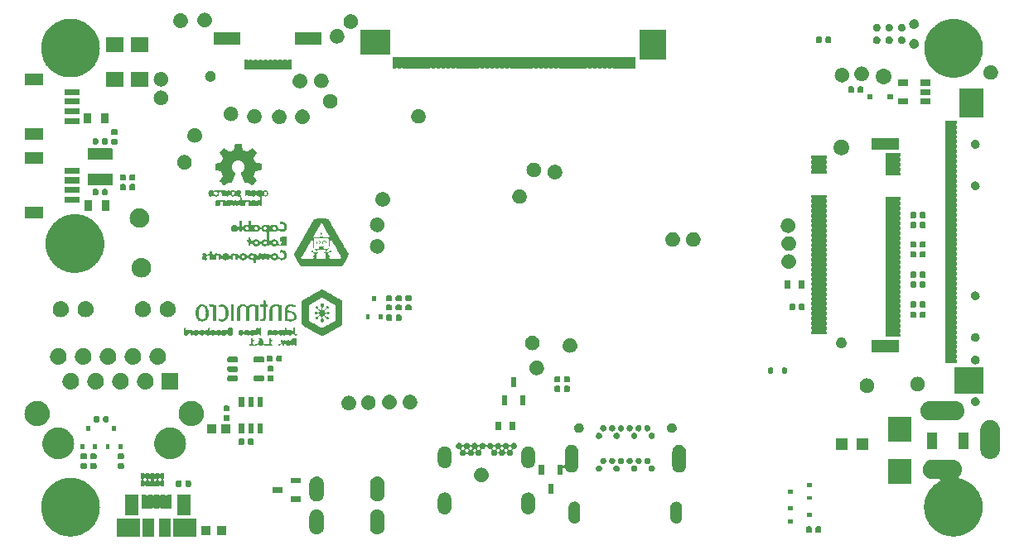
<source format=gbr>
G04 #@! TF.GenerationSoftware,KiCad,Pcbnew,7.0.2*
G04 #@! TF.CreationDate,2023-05-24T19:52:43-04:00*
G04 #@! TF.ProjectId,jetson-nano-baseboard,6a657473-6f6e-42d6-9e61-6e6f2d626173,1.6.1*
G04 #@! TF.SameCoordinates,Original*
G04 #@! TF.FileFunction,Soldermask,Bot*
G04 #@! TF.FilePolarity,Negative*
%FSLAX46Y46*%
G04 Gerber Fmt 4.6, Leading zero omitted, Abs format (unit mm)*
G04 Created by KiCad (PCBNEW 7.0.2) date 2023-05-24 19:52:43*
%MOMM*%
%LPD*%
G01*
G04 APERTURE LIST*
G04 APERTURE END LIST*
G36*
X80045285Y-122911116D02*
G01*
X80132824Y-122911116D01*
X80213782Y-122920578D01*
X80294257Y-122925098D01*
X80386418Y-122940756D01*
X80479335Y-122951617D01*
X80552760Y-122969019D01*
X80625907Y-122981447D01*
X80721958Y-123009119D01*
X80818800Y-123032071D01*
X80884016Y-123055808D01*
X80949164Y-123074577D01*
X81047555Y-123115331D01*
X81146629Y-123151392D01*
X81203184Y-123179795D01*
X81259957Y-123203311D01*
X81358965Y-123258031D01*
X81458390Y-123307964D01*
X81506162Y-123339384D01*
X81554383Y-123366035D01*
X81652095Y-123435365D01*
X81749866Y-123499670D01*
X81788976Y-123532487D01*
X81828734Y-123560697D01*
X81923164Y-123645084D01*
X82017115Y-123723919D01*
X82047935Y-123756586D01*
X82079571Y-123784858D01*
X82168636Y-123884522D01*
X82256523Y-123977677D01*
X82279673Y-124008772D01*
X82303732Y-124035695D01*
X82385301Y-124150656D01*
X82464853Y-124257513D01*
X82481158Y-124285754D01*
X82498394Y-124310046D01*
X82570326Y-124440198D01*
X82639288Y-124559642D01*
X82649764Y-124583929D01*
X82661118Y-124604472D01*
X82721327Y-124749832D01*
X82777468Y-124879980D01*
X82783285Y-124899412D01*
X82789852Y-124915265D01*
X82836332Y-125076598D01*
X82877525Y-125214192D01*
X82879974Y-125228081D01*
X82882982Y-125238522D01*
X82913863Y-125420281D01*
X82938105Y-125557761D01*
X82938565Y-125565666D01*
X82939331Y-125570172D01*
X82952886Y-125811555D01*
X82958390Y-125906040D01*
X82952884Y-126000570D01*
X82939331Y-126241907D01*
X82938565Y-126246412D01*
X82938105Y-126254319D01*
X82913859Y-126391824D01*
X82882982Y-126573557D01*
X82879974Y-126583996D01*
X82877525Y-126597888D01*
X82836324Y-126735506D01*
X82789852Y-126896814D01*
X82783286Y-126912663D01*
X82777468Y-126932100D01*
X82721317Y-127062272D01*
X82661118Y-127207607D01*
X82649766Y-127228145D01*
X82639288Y-127252438D01*
X82570313Y-127371904D01*
X82498394Y-127502033D01*
X82481161Y-127526320D01*
X82464853Y-127554567D01*
X82385286Y-127661443D01*
X82303732Y-127776384D01*
X82279677Y-127803301D01*
X82256523Y-127834403D01*
X82168619Y-127927575D01*
X82079571Y-128027221D01*
X82047941Y-128055486D01*
X82017115Y-128088161D01*
X81923146Y-128167010D01*
X81828734Y-128251382D01*
X81788983Y-128279586D01*
X81749866Y-128312410D01*
X81652076Y-128376726D01*
X81554383Y-128446044D01*
X81506172Y-128472689D01*
X81458390Y-128504116D01*
X81358945Y-128554058D01*
X81259957Y-128608768D01*
X81203195Y-128632279D01*
X81146629Y-128660688D01*
X81047535Y-128696755D01*
X80949164Y-128737502D01*
X80884029Y-128756267D01*
X80818800Y-128780009D01*
X80721938Y-128802965D01*
X80625907Y-128830632D01*
X80552775Y-128843057D01*
X80479335Y-128860463D01*
X80386399Y-128871325D01*
X80294257Y-128886981D01*
X80213799Y-128891499D01*
X80132824Y-128900964D01*
X80045267Y-128900964D01*
X79958389Y-128905843D01*
X79871511Y-128900964D01*
X79783956Y-128900964D01*
X79702981Y-128891499D01*
X79622522Y-128886981D01*
X79530377Y-128871325D01*
X79437445Y-128860463D01*
X79364006Y-128843057D01*
X79290872Y-128830632D01*
X79194835Y-128802963D01*
X79097980Y-128780009D01*
X79032753Y-128756268D01*
X78967615Y-128737502D01*
X78869235Y-128696752D01*
X78770151Y-128660688D01*
X78713588Y-128632281D01*
X78656822Y-128608768D01*
X78557823Y-128554053D01*
X78458390Y-128504116D01*
X78410612Y-128472692D01*
X78362396Y-128446044D01*
X78264689Y-128376717D01*
X78166914Y-128312410D01*
X78127801Y-128279590D01*
X78088045Y-128251382D01*
X77993617Y-128166996D01*
X77899665Y-128088161D01*
X77868843Y-128055492D01*
X77837208Y-128027221D01*
X77748141Y-127927555D01*
X77660257Y-127834403D01*
X77637107Y-127803307D01*
X77613047Y-127776384D01*
X77531472Y-127661414D01*
X77451927Y-127554567D01*
X77435622Y-127526327D01*
X77418385Y-127502033D01*
X77346442Y-127371863D01*
X77277492Y-127252438D01*
X77267016Y-127228153D01*
X77255661Y-127207607D01*
X77195437Y-127062213D01*
X77139312Y-126932100D01*
X77133495Y-126912672D01*
X77126927Y-126896814D01*
X77080428Y-126735417D01*
X77039255Y-126597888D01*
X77036807Y-126584005D01*
X77033797Y-126573557D01*
X77002893Y-126391668D01*
X76978675Y-126254319D01*
X76978215Y-126246421D01*
X76977448Y-126241907D01*
X76963866Y-126000071D01*
X76958390Y-125906040D01*
X76963866Y-125812015D01*
X76977448Y-125570172D01*
X76978215Y-125565657D01*
X76978675Y-125557761D01*
X77002888Y-125420437D01*
X77033797Y-125238522D01*
X77036807Y-125228072D01*
X77039255Y-125214192D01*
X77080421Y-125076687D01*
X77126927Y-124915265D01*
X77133496Y-124899403D01*
X77139312Y-124879980D01*
X77195427Y-124749890D01*
X77255661Y-124604472D01*
X77267018Y-124583921D01*
X77277492Y-124559642D01*
X77346429Y-124440238D01*
X77418385Y-124310046D01*
X77435626Y-124285746D01*
X77451927Y-124257513D01*
X77531457Y-124150685D01*
X77613047Y-124035695D01*
X77637111Y-124008766D01*
X77660257Y-123977677D01*
X77748124Y-123884542D01*
X77837208Y-123784858D01*
X77868849Y-123756581D01*
X77899665Y-123723919D01*
X77993599Y-123645098D01*
X78088045Y-123560697D01*
X78127809Y-123532482D01*
X78166914Y-123499670D01*
X78264670Y-123435374D01*
X78362396Y-123366035D01*
X78410622Y-123339381D01*
X78458390Y-123307964D01*
X78557803Y-123258036D01*
X78656822Y-123203311D01*
X78713600Y-123179792D01*
X78770151Y-123151392D01*
X78869216Y-123115334D01*
X78967615Y-123074577D01*
X79032767Y-123055806D01*
X79097980Y-123032071D01*
X79194815Y-123009120D01*
X79290872Y-122981447D01*
X79364021Y-122969018D01*
X79437445Y-122951617D01*
X79530358Y-122940757D01*
X79622522Y-122925098D01*
X79702998Y-122920578D01*
X79783956Y-122911116D01*
X79871493Y-122911116D01*
X79958389Y-122906236D01*
X80045285Y-122911116D01*
G37*
G36*
X87033400Y-128953020D02*
G01*
X84663400Y-128953020D01*
X84663400Y-127053020D01*
X87033400Y-127053020D01*
X87033400Y-128953020D01*
G37*
G36*
X88508400Y-128953020D02*
G01*
X87333400Y-128953020D01*
X87333400Y-127053020D01*
X88508400Y-127053020D01*
X88508400Y-128953020D01*
G37*
G36*
X90183400Y-128953020D02*
G01*
X89008400Y-128953020D01*
X89008400Y-127053020D01*
X90183400Y-127053020D01*
X90183400Y-128953020D01*
G37*
G36*
X92853400Y-128953020D02*
G01*
X90483400Y-128953020D01*
X90483400Y-127053020D01*
X92853400Y-127053020D01*
X92853400Y-128953020D01*
G37*
G36*
X76602460Y-115014877D02*
G01*
X76654148Y-115014877D01*
X76711114Y-115024383D01*
X76772573Y-115029760D01*
X76820839Y-115042692D01*
X76865856Y-115050205D01*
X76926249Y-115070937D01*
X76991456Y-115088410D01*
X77031394Y-115107033D01*
X77068862Y-115119896D01*
X77130417Y-115153208D01*
X77196830Y-115184177D01*
X77228098Y-115206071D01*
X77257626Y-115222051D01*
X77317733Y-115268834D01*
X77382454Y-115314152D01*
X77405263Y-115336961D01*
X77427007Y-115353885D01*
X77482863Y-115414561D01*
X77542688Y-115474386D01*
X77557788Y-115495952D01*
X77572373Y-115511795D01*
X77621031Y-115586271D01*
X77672663Y-115660010D01*
X77681280Y-115678490D01*
X77689767Y-115691480D01*
X77728289Y-115779302D01*
X77768430Y-115865384D01*
X77772168Y-115879334D01*
X77775988Y-115888043D01*
X77801566Y-115989049D01*
X77827080Y-116084267D01*
X77827819Y-116092721D01*
X77828677Y-116096107D01*
X77838721Y-116217331D01*
X77846830Y-116310010D01*
X77838720Y-116402696D01*
X77828677Y-116523912D01*
X77827819Y-116527296D01*
X77827080Y-116535753D01*
X77801561Y-116630987D01*
X77775988Y-116731976D01*
X77772168Y-116740683D01*
X77768430Y-116754636D01*
X77728282Y-116840733D01*
X77689767Y-116928539D01*
X77681282Y-116941525D01*
X77672663Y-116960010D01*
X77621021Y-117033761D01*
X77572373Y-117108224D01*
X77557791Y-117124063D01*
X77542688Y-117145634D01*
X77482851Y-117205470D01*
X77427007Y-117266134D01*
X77405267Y-117283054D01*
X77382454Y-117305868D01*
X77317720Y-117351194D01*
X77257626Y-117397968D01*
X77228104Y-117413944D01*
X77196830Y-117435843D01*
X77130403Y-117466817D01*
X77068862Y-117500123D01*
X77031403Y-117512982D01*
X76991456Y-117531610D01*
X76926236Y-117549085D01*
X76865856Y-117569814D01*
X76820846Y-117577324D01*
X76772573Y-117590260D01*
X76711110Y-117595637D01*
X76654148Y-117605143D01*
X76602460Y-117605143D01*
X76546830Y-117610010D01*
X76491200Y-117605143D01*
X76439512Y-117605143D01*
X76382548Y-117595637D01*
X76321087Y-117590260D01*
X76272814Y-117577325D01*
X76227803Y-117569814D01*
X76167418Y-117549084D01*
X76102204Y-117531610D01*
X76062259Y-117512983D01*
X76024797Y-117500123D01*
X75963248Y-117466814D01*
X75896830Y-117435843D01*
X75865558Y-117413946D01*
X75836033Y-117397968D01*
X75775929Y-117351187D01*
X75711206Y-117305868D01*
X75688395Y-117283057D01*
X75666652Y-117266134D01*
X75610795Y-117205457D01*
X75550972Y-117145634D01*
X75535871Y-117124067D01*
X75521286Y-117108224D01*
X75472623Y-117033740D01*
X75420997Y-116960010D01*
X75412380Y-116941531D01*
X75403892Y-116928539D01*
X75365360Y-116840697D01*
X75325230Y-116754636D01*
X75321492Y-116740688D01*
X75317671Y-116731976D01*
X75292080Y-116630919D01*
X75266580Y-116535753D01*
X75265840Y-116527303D01*
X75264982Y-116523912D01*
X75254921Y-116402490D01*
X75246830Y-116310010D01*
X75254918Y-116217557D01*
X75264982Y-116096107D01*
X75265840Y-116092715D01*
X75266580Y-116084267D01*
X75292075Y-115989117D01*
X75317671Y-115888043D01*
X75321493Y-115879328D01*
X75325230Y-115865384D01*
X75365353Y-115779338D01*
X75403892Y-115691480D01*
X75412381Y-115678485D01*
X75420997Y-115660010D01*
X75472613Y-115586293D01*
X75521286Y-115511795D01*
X75535874Y-115495947D01*
X75550972Y-115474386D01*
X75610783Y-115414574D01*
X75666652Y-115353885D01*
X75688400Y-115336957D01*
X75711206Y-115314152D01*
X75775916Y-115268841D01*
X75836033Y-115222051D01*
X75865565Y-115206068D01*
X75896830Y-115184177D01*
X75963235Y-115153211D01*
X76024797Y-115119896D01*
X76062267Y-115107032D01*
X76102204Y-115088410D01*
X76167405Y-115070939D01*
X76227803Y-115050205D01*
X76272822Y-115042692D01*
X76321087Y-115029760D01*
X76382545Y-115024383D01*
X76439512Y-115014877D01*
X76491200Y-115014877D01*
X76546830Y-115010010D01*
X76602460Y-115014877D01*
G37*
G36*
X82000000Y-118100000D02*
G01*
X81600000Y-118100000D01*
X81600000Y-117600000D01*
X82000000Y-117600000D01*
X82000000Y-118100000D01*
G37*
G36*
X84600000Y-118100000D02*
G01*
X84200000Y-118100000D01*
X84200000Y-117600000D01*
X84600000Y-117600000D01*
X84600000Y-118100000D01*
G37*
G36*
X90202173Y-117739903D02*
G01*
X90261410Y-117739903D01*
X90326136Y-117749658D01*
X90394206Y-117755016D01*
X90449073Y-117768188D01*
X90501516Y-117776093D01*
X90570043Y-117797231D01*
X90642153Y-117814543D01*
X90688778Y-117833855D01*
X90733553Y-117847667D01*
X90803847Y-117881519D01*
X90877735Y-117912124D01*
X90915660Y-117935364D01*
X90952322Y-117953020D01*
X91022057Y-118000565D01*
X91095151Y-118045357D01*
X91124420Y-118070355D01*
X91152952Y-118089808D01*
X91219569Y-118151620D01*
X91289049Y-118210961D01*
X91310147Y-118235664D01*
X91330952Y-118254968D01*
X91391783Y-118331247D01*
X91454653Y-118404859D01*
X91468478Y-118427420D01*
X91482348Y-118444812D01*
X91534659Y-118535417D01*
X91587886Y-118622275D01*
X91595703Y-118641147D01*
X91603760Y-118655102D01*
X91644843Y-118759782D01*
X91685467Y-118857857D01*
X91688827Y-118871854D01*
X91692469Y-118881133D01*
X91719745Y-119000637D01*
X91744994Y-119105804D01*
X91745648Y-119114124D01*
X91746504Y-119117871D01*
X91757660Y-119266749D01*
X91765000Y-119360010D01*
X91757659Y-119453278D01*
X91746504Y-119602148D01*
X91745648Y-119605894D01*
X91744994Y-119614216D01*
X91719741Y-119719401D01*
X91692469Y-119838886D01*
X91688828Y-119848162D01*
X91685467Y-119862163D01*
X91644835Y-119960255D01*
X91603760Y-120064917D01*
X91595704Y-120078869D01*
X91587886Y-120097745D01*
X91534649Y-120184618D01*
X91482348Y-120275207D01*
X91468481Y-120292594D01*
X91454653Y-120315161D01*
X91391771Y-120388786D01*
X91330952Y-120465051D01*
X91310151Y-120484351D01*
X91289049Y-120509059D01*
X91219556Y-120568411D01*
X91152952Y-120630211D01*
X91124426Y-120649659D01*
X91095151Y-120674663D01*
X91022043Y-120719463D01*
X90952322Y-120766999D01*
X90915668Y-120784650D01*
X90877735Y-120807896D01*
X90803832Y-120838507D01*
X90733553Y-120872352D01*
X90688788Y-120886160D01*
X90642153Y-120905477D01*
X90570029Y-120922792D01*
X90501516Y-120943926D01*
X90449082Y-120951829D01*
X90394206Y-120965004D01*
X90326133Y-120970361D01*
X90261410Y-120980117D01*
X90202173Y-120980117D01*
X90140000Y-120985010D01*
X90077827Y-120980117D01*
X90018590Y-120980117D01*
X89953866Y-120970361D01*
X89885794Y-120965004D01*
X89830918Y-120951829D01*
X89778483Y-120943926D01*
X89709966Y-120922791D01*
X89637847Y-120905477D01*
X89591214Y-120886161D01*
X89546446Y-120872352D01*
X89476160Y-120838504D01*
X89402265Y-120807896D01*
X89364335Y-120784652D01*
X89327675Y-120766998D01*
X89257940Y-120719453D01*
X89184849Y-120674663D01*
X89155581Y-120649665D01*
X89127049Y-120630213D01*
X89060429Y-120568399D01*
X88990951Y-120509059D01*
X88969852Y-120484355D01*
X88949047Y-120465051D01*
X88888213Y-120388768D01*
X88825347Y-120315161D01*
X88811521Y-120292600D01*
X88797651Y-120275207D01*
X88745332Y-120184590D01*
X88692114Y-120097745D01*
X88684298Y-120078875D01*
X88676239Y-120064917D01*
X88635145Y-119960209D01*
X88594533Y-119862163D01*
X88591173Y-119848169D01*
X88587530Y-119838886D01*
X88560238Y-119719317D01*
X88535006Y-119614216D01*
X88534351Y-119605900D01*
X88533495Y-119602148D01*
X88522319Y-119453012D01*
X88515000Y-119360010D01*
X88522318Y-119267015D01*
X88533495Y-119117871D01*
X88534351Y-119114117D01*
X88535006Y-119105804D01*
X88560234Y-119000722D01*
X88587530Y-118881133D01*
X88591174Y-118871847D01*
X88594533Y-118857857D01*
X88635137Y-118759828D01*
X88676239Y-118655102D01*
X88684299Y-118641140D01*
X88692114Y-118622275D01*
X88745322Y-118535446D01*
X88797651Y-118444812D01*
X88811524Y-118427415D01*
X88825347Y-118404859D01*
X88888201Y-118331265D01*
X88949047Y-118254968D01*
X88969856Y-118235659D01*
X88990951Y-118210961D01*
X89060416Y-118151632D01*
X89127049Y-118089806D01*
X89155586Y-118070349D01*
X89184849Y-118045357D01*
X89257925Y-118000575D01*
X89327675Y-117953021D01*
X89364342Y-117935362D01*
X89402265Y-117912124D01*
X89476145Y-117881521D01*
X89546446Y-117847667D01*
X89591224Y-117833854D01*
X89637847Y-117814543D01*
X89709951Y-117797232D01*
X89778483Y-117776093D01*
X89830927Y-117768188D01*
X89885794Y-117755016D01*
X89953862Y-117749659D01*
X90018590Y-117739903D01*
X90077827Y-117739903D01*
X90140000Y-117735010D01*
X90202173Y-117739903D01*
G37*
G36*
X97618946Y-118891228D02*
G01*
X97666798Y-118923202D01*
X97698772Y-118971054D01*
X97710000Y-119027500D01*
X97710000Y-119372500D01*
X97698772Y-119428946D01*
X97666798Y-119476798D01*
X97618946Y-119508772D01*
X97562500Y-119520000D01*
X97267500Y-119520000D01*
X97211054Y-119508772D01*
X97163202Y-119476798D01*
X97131228Y-119428946D01*
X97120000Y-119372500D01*
X97120000Y-119027500D01*
X97131228Y-118971054D01*
X97163202Y-118923202D01*
X97211054Y-118891228D01*
X97267500Y-118880000D01*
X97562500Y-118880000D01*
X97618946Y-118891228D01*
G37*
G36*
X98588946Y-118891228D02*
G01*
X98636798Y-118923202D01*
X98668772Y-118971054D01*
X98680000Y-119027500D01*
X98680000Y-119372500D01*
X98668772Y-119428946D01*
X98636798Y-119476798D01*
X98588946Y-119508772D01*
X98532500Y-119520000D01*
X98237500Y-119520000D01*
X98181054Y-119508772D01*
X98133202Y-119476798D01*
X98101228Y-119428946D01*
X98090000Y-119372500D01*
X98090000Y-119027500D01*
X98101228Y-118971054D01*
X98133202Y-118923202D01*
X98181054Y-118891228D01*
X98237500Y-118880000D01*
X98532500Y-118880000D01*
X98588946Y-118891228D01*
G37*
G36*
X119707207Y-119324937D02*
G01*
X119716356Y-119324937D01*
X119754545Y-119338837D01*
X119794394Y-119350538D01*
X119804452Y-119357002D01*
X119822420Y-119363542D01*
X119847906Y-119384927D01*
X119871909Y-119400353D01*
X119886879Y-119417629D01*
X119908884Y-119436094D01*
X119920875Y-119456864D01*
X119932244Y-119469984D01*
X119946601Y-119501421D01*
X119965320Y-119533843D01*
X119967780Y-119547796D01*
X119979588Y-119573651D01*
X120140252Y-119573651D01*
X120152059Y-119547795D01*
X120154520Y-119533843D01*
X120173235Y-119501427D01*
X120187595Y-119469984D01*
X120198966Y-119456860D01*
X120210956Y-119436094D01*
X120232956Y-119417632D01*
X120247930Y-119400353D01*
X120271936Y-119384925D01*
X120297420Y-119363542D01*
X120315384Y-119357003D01*
X120325445Y-119350538D01*
X120365296Y-119338836D01*
X120403484Y-119324937D01*
X120412633Y-119324937D01*
X120413849Y-119324580D01*
X120505991Y-119324580D01*
X120507207Y-119324937D01*
X120516356Y-119324937D01*
X120554545Y-119338837D01*
X120594394Y-119350538D01*
X120604452Y-119357002D01*
X120622420Y-119363542D01*
X120647906Y-119384927D01*
X120671909Y-119400353D01*
X120686879Y-119417629D01*
X120708884Y-119436094D01*
X120720875Y-119456864D01*
X120732244Y-119469984D01*
X120746601Y-119501421D01*
X120765320Y-119533843D01*
X120767780Y-119547796D01*
X120779588Y-119573651D01*
X120940252Y-119573651D01*
X120952059Y-119547795D01*
X120954520Y-119533843D01*
X120973235Y-119501427D01*
X120987595Y-119469984D01*
X120998966Y-119456860D01*
X121010956Y-119436094D01*
X121032956Y-119417632D01*
X121047930Y-119400353D01*
X121071936Y-119384925D01*
X121097420Y-119363542D01*
X121115384Y-119357003D01*
X121125445Y-119350538D01*
X121165296Y-119338836D01*
X121203484Y-119324937D01*
X121212633Y-119324937D01*
X121213849Y-119324580D01*
X121305991Y-119324580D01*
X121307207Y-119324937D01*
X121316356Y-119324937D01*
X121354545Y-119338837D01*
X121394394Y-119350538D01*
X121404452Y-119357002D01*
X121422420Y-119363542D01*
X121447906Y-119384927D01*
X121471909Y-119400353D01*
X121486879Y-119417629D01*
X121508884Y-119436094D01*
X121520875Y-119456864D01*
X121532244Y-119469984D01*
X121546601Y-119501421D01*
X121565320Y-119533843D01*
X121567780Y-119547796D01*
X121579588Y-119573651D01*
X121740252Y-119573651D01*
X121752059Y-119547795D01*
X121754520Y-119533843D01*
X121773235Y-119501427D01*
X121787595Y-119469984D01*
X121798966Y-119456860D01*
X121810956Y-119436094D01*
X121832956Y-119417632D01*
X121847930Y-119400353D01*
X121871936Y-119384925D01*
X121897420Y-119363542D01*
X121915384Y-119357003D01*
X121925445Y-119350538D01*
X121965296Y-119338836D01*
X122003484Y-119324937D01*
X122012633Y-119324937D01*
X122013849Y-119324580D01*
X122105991Y-119324580D01*
X122107207Y-119324937D01*
X122116356Y-119324937D01*
X122154545Y-119338837D01*
X122194394Y-119350538D01*
X122204452Y-119357002D01*
X122222420Y-119363542D01*
X122247906Y-119384927D01*
X122271909Y-119400353D01*
X122286879Y-119417629D01*
X122308884Y-119436094D01*
X122320875Y-119456864D01*
X122332244Y-119469984D01*
X122346601Y-119501421D01*
X122365320Y-119533843D01*
X122367780Y-119547796D01*
X122379588Y-119573651D01*
X122540252Y-119573651D01*
X122552059Y-119547795D01*
X122554520Y-119533843D01*
X122573235Y-119501427D01*
X122587595Y-119469984D01*
X122598966Y-119456860D01*
X122610956Y-119436094D01*
X122632956Y-119417632D01*
X122647930Y-119400353D01*
X122671936Y-119384925D01*
X122697420Y-119363542D01*
X122715384Y-119357003D01*
X122725445Y-119350538D01*
X122765296Y-119338836D01*
X122803484Y-119324937D01*
X122812633Y-119324937D01*
X122813849Y-119324580D01*
X122905991Y-119324580D01*
X122907207Y-119324937D01*
X122916356Y-119324937D01*
X122954545Y-119338837D01*
X122994394Y-119350538D01*
X123004452Y-119357002D01*
X123022420Y-119363542D01*
X123047906Y-119384927D01*
X123071909Y-119400353D01*
X123086879Y-119417629D01*
X123108884Y-119436094D01*
X123120875Y-119456864D01*
X123132244Y-119469984D01*
X123146601Y-119501421D01*
X123165320Y-119533843D01*
X123167780Y-119547796D01*
X123179588Y-119573651D01*
X123340252Y-119573651D01*
X123352059Y-119547795D01*
X123354520Y-119533843D01*
X123373235Y-119501427D01*
X123387595Y-119469984D01*
X123398966Y-119456860D01*
X123410956Y-119436094D01*
X123432956Y-119417632D01*
X123447930Y-119400353D01*
X123471936Y-119384925D01*
X123497420Y-119363542D01*
X123515384Y-119357003D01*
X123525445Y-119350538D01*
X123565296Y-119338836D01*
X123603484Y-119324937D01*
X123612633Y-119324937D01*
X123613849Y-119324580D01*
X123705991Y-119324580D01*
X123707207Y-119324937D01*
X123716356Y-119324937D01*
X123754545Y-119338837D01*
X123794394Y-119350538D01*
X123804452Y-119357002D01*
X123822420Y-119363542D01*
X123847906Y-119384927D01*
X123871909Y-119400353D01*
X123886879Y-119417629D01*
X123908884Y-119436094D01*
X123920875Y-119456864D01*
X123932244Y-119469984D01*
X123946601Y-119501421D01*
X123965320Y-119533843D01*
X123967780Y-119547796D01*
X123979588Y-119573651D01*
X124140252Y-119573651D01*
X124152059Y-119547795D01*
X124154520Y-119533843D01*
X124173235Y-119501427D01*
X124187595Y-119469984D01*
X124198966Y-119456860D01*
X124210956Y-119436094D01*
X124232956Y-119417632D01*
X124247930Y-119400353D01*
X124271936Y-119384925D01*
X124297420Y-119363542D01*
X124315384Y-119357003D01*
X124325445Y-119350538D01*
X124365296Y-119338836D01*
X124403484Y-119324937D01*
X124412633Y-119324937D01*
X124413849Y-119324580D01*
X124505991Y-119324580D01*
X124507207Y-119324937D01*
X124516356Y-119324937D01*
X124554545Y-119338837D01*
X124594394Y-119350538D01*
X124604452Y-119357002D01*
X124622420Y-119363542D01*
X124647906Y-119384927D01*
X124671909Y-119400353D01*
X124686879Y-119417629D01*
X124708884Y-119436094D01*
X124720875Y-119456864D01*
X124732244Y-119469984D01*
X124746601Y-119501421D01*
X124765320Y-119533843D01*
X124767780Y-119547796D01*
X124779588Y-119573651D01*
X124940252Y-119573651D01*
X124952059Y-119547795D01*
X124954520Y-119533843D01*
X124973235Y-119501427D01*
X124987595Y-119469984D01*
X124998966Y-119456860D01*
X125010956Y-119436094D01*
X125032956Y-119417632D01*
X125047930Y-119400353D01*
X125071936Y-119384925D01*
X125097420Y-119363542D01*
X125115384Y-119357003D01*
X125125445Y-119350538D01*
X125165296Y-119338836D01*
X125203484Y-119324937D01*
X125212633Y-119324937D01*
X125213849Y-119324580D01*
X125305991Y-119324580D01*
X125307207Y-119324937D01*
X125316356Y-119324937D01*
X125354545Y-119338837D01*
X125394394Y-119350538D01*
X125404452Y-119357002D01*
X125422420Y-119363542D01*
X125447906Y-119384927D01*
X125471909Y-119400353D01*
X125486879Y-119417629D01*
X125508884Y-119436094D01*
X125520875Y-119456864D01*
X125532244Y-119469984D01*
X125546600Y-119501419D01*
X125565320Y-119533843D01*
X125567780Y-119547798D01*
X125570521Y-119553799D01*
X125577953Y-119605489D01*
X125584920Y-119645000D01*
X125577951Y-119684517D01*
X125570521Y-119736200D01*
X125567781Y-119742199D01*
X125565320Y-119756157D01*
X125546597Y-119788584D01*
X125532244Y-119820015D01*
X125520877Y-119833132D01*
X125508884Y-119853906D01*
X125486876Y-119872372D01*
X125471909Y-119889646D01*
X125447911Y-119905067D01*
X125422420Y-119926458D01*
X125404449Y-119932998D01*
X125394394Y-119939461D01*
X125354553Y-119951159D01*
X125316356Y-119965063D01*
X125307207Y-119965063D01*
X125305991Y-119965420D01*
X125148367Y-119965420D01*
X125081624Y-120111563D01*
X125086884Y-120117634D01*
X125108884Y-120136094D01*
X125120875Y-120156862D01*
X125132245Y-120169985D01*
X125146601Y-120201422D01*
X125165320Y-120233843D01*
X125167780Y-120247798D01*
X125170521Y-120253799D01*
X125177953Y-120305489D01*
X125184920Y-120345000D01*
X125177951Y-120384517D01*
X125170521Y-120436200D01*
X125167781Y-120442199D01*
X125165320Y-120456157D01*
X125146597Y-120488584D01*
X125132244Y-120520015D01*
X125120877Y-120533132D01*
X125108884Y-120553906D01*
X125086876Y-120572372D01*
X125071909Y-120589646D01*
X125047911Y-120605067D01*
X125022420Y-120626458D01*
X125004449Y-120632998D01*
X124994394Y-120639461D01*
X124954553Y-120651159D01*
X124916356Y-120665063D01*
X124907207Y-120665063D01*
X124905991Y-120665420D01*
X124813849Y-120665420D01*
X124812633Y-120665063D01*
X124803484Y-120665063D01*
X124765288Y-120651160D01*
X124725445Y-120639461D01*
X124715388Y-120632998D01*
X124697420Y-120626458D01*
X124671931Y-120605070D01*
X124647930Y-120589646D01*
X124632959Y-120572368D01*
X124610956Y-120553906D01*
X124598965Y-120533138D01*
X124587594Y-120520015D01*
X124573234Y-120488570D01*
X124554520Y-120456157D01*
X124552059Y-120442203D01*
X124540252Y-120416348D01*
X124379588Y-120416348D01*
X124367780Y-120442202D01*
X124365320Y-120456157D01*
X124346602Y-120488576D01*
X124332245Y-120520015D01*
X124320876Y-120533135D01*
X124308884Y-120553906D01*
X124286877Y-120572372D01*
X124271909Y-120589646D01*
X124247911Y-120605067D01*
X124222420Y-120626458D01*
X124204449Y-120632998D01*
X124194394Y-120639461D01*
X124154553Y-120651159D01*
X124116356Y-120665063D01*
X124107207Y-120665063D01*
X124105991Y-120665420D01*
X124013849Y-120665420D01*
X124012633Y-120665063D01*
X124003484Y-120665063D01*
X123965288Y-120651160D01*
X123925445Y-120639461D01*
X123915388Y-120632998D01*
X123897420Y-120626458D01*
X123871931Y-120605070D01*
X123847930Y-120589646D01*
X123832959Y-120572368D01*
X123810956Y-120553906D01*
X123798965Y-120533138D01*
X123787594Y-120520015D01*
X123773234Y-120488570D01*
X123754520Y-120456157D01*
X123752059Y-120442203D01*
X123740252Y-120416348D01*
X123579588Y-120416348D01*
X123567780Y-120442202D01*
X123565320Y-120456157D01*
X123546602Y-120488576D01*
X123532245Y-120520015D01*
X123520876Y-120533135D01*
X123508884Y-120553906D01*
X123486877Y-120572372D01*
X123471909Y-120589646D01*
X123447911Y-120605067D01*
X123422420Y-120626458D01*
X123404449Y-120632998D01*
X123394394Y-120639461D01*
X123354553Y-120651159D01*
X123316356Y-120665063D01*
X123307207Y-120665063D01*
X123305991Y-120665420D01*
X123213849Y-120665420D01*
X123212633Y-120665063D01*
X123203484Y-120665063D01*
X123165288Y-120651160D01*
X123125445Y-120639461D01*
X123115388Y-120632998D01*
X123097420Y-120626458D01*
X123071931Y-120605070D01*
X123047930Y-120589646D01*
X123032960Y-120572369D01*
X123010956Y-120553906D01*
X122998964Y-120533136D01*
X122987595Y-120520015D01*
X122973237Y-120488575D01*
X122954520Y-120456157D01*
X122952059Y-120442203D01*
X122949318Y-120436200D01*
X122941882Y-120384487D01*
X122934920Y-120345000D01*
X122941881Y-120305519D01*
X122949318Y-120253799D01*
X122952059Y-120247795D01*
X122954520Y-120233843D01*
X122973233Y-120201430D01*
X122987594Y-120169985D01*
X122998966Y-120156860D01*
X123010956Y-120136094D01*
X123032955Y-120117634D01*
X123038216Y-120111563D01*
X123481624Y-120111563D01*
X123486884Y-120117634D01*
X123508884Y-120136094D01*
X123520875Y-120156862D01*
X123532245Y-120169985D01*
X123546603Y-120201425D01*
X123565320Y-120233843D01*
X123567780Y-120247795D01*
X123579588Y-120273651D01*
X123740252Y-120273651D01*
X123752059Y-120247794D01*
X123754520Y-120233843D01*
X123773233Y-120201430D01*
X123787594Y-120169985D01*
X123798966Y-120156860D01*
X123810956Y-120136094D01*
X123832955Y-120117634D01*
X123838216Y-120111563D01*
X124281624Y-120111563D01*
X124286884Y-120117634D01*
X124308884Y-120136094D01*
X124320875Y-120156862D01*
X124332245Y-120169985D01*
X124346603Y-120201425D01*
X124365320Y-120233843D01*
X124367780Y-120247795D01*
X124379588Y-120273651D01*
X124540252Y-120273651D01*
X124552059Y-120247794D01*
X124554520Y-120233843D01*
X124573233Y-120201430D01*
X124587594Y-120169985D01*
X124598966Y-120156860D01*
X124610956Y-120136094D01*
X124632955Y-120117634D01*
X124638216Y-120111563D01*
X124571473Y-119965420D01*
X124348367Y-119965420D01*
X124281624Y-120111563D01*
X123838216Y-120111563D01*
X123771473Y-119965420D01*
X123548367Y-119965420D01*
X123481624Y-120111563D01*
X123038216Y-120111563D01*
X122971473Y-119965420D01*
X122813849Y-119965420D01*
X122812633Y-119965063D01*
X122803484Y-119965063D01*
X122765288Y-119951160D01*
X122725445Y-119939461D01*
X122715388Y-119932998D01*
X122697420Y-119926458D01*
X122671931Y-119905070D01*
X122647930Y-119889646D01*
X122638218Y-119878437D01*
X123081624Y-119878437D01*
X123148367Y-120024580D01*
X123371473Y-120024580D01*
X123438216Y-119878437D01*
X123881624Y-119878437D01*
X123948367Y-120024580D01*
X124171473Y-120024580D01*
X124238216Y-119878437D01*
X124681624Y-119878437D01*
X124748367Y-120024580D01*
X124971473Y-120024580D01*
X125038216Y-119878437D01*
X125032955Y-119872365D01*
X125010956Y-119853906D01*
X124998965Y-119833137D01*
X124987593Y-119820013D01*
X124973233Y-119788569D01*
X124954520Y-119756157D01*
X124952059Y-119742203D01*
X124940252Y-119716348D01*
X124779588Y-119716348D01*
X124767780Y-119742203D01*
X124765320Y-119756157D01*
X124746602Y-119788575D01*
X124732246Y-119820013D01*
X124720876Y-119833135D01*
X124708884Y-119853906D01*
X124686884Y-119872365D01*
X124681624Y-119878437D01*
X124238216Y-119878437D01*
X124232955Y-119872365D01*
X124210956Y-119853906D01*
X124198965Y-119833137D01*
X124187593Y-119820013D01*
X124173233Y-119788569D01*
X124154520Y-119756157D01*
X124152059Y-119742203D01*
X124140252Y-119716348D01*
X123979588Y-119716348D01*
X123967780Y-119742203D01*
X123965320Y-119756157D01*
X123946602Y-119788575D01*
X123932246Y-119820013D01*
X123920876Y-119833135D01*
X123908884Y-119853906D01*
X123886884Y-119872365D01*
X123881624Y-119878437D01*
X123438216Y-119878437D01*
X123432955Y-119872365D01*
X123410956Y-119853906D01*
X123398965Y-119833137D01*
X123387593Y-119820013D01*
X123373233Y-119788569D01*
X123354520Y-119756157D01*
X123352059Y-119742203D01*
X123340252Y-119716348D01*
X123179588Y-119716348D01*
X123167780Y-119742203D01*
X123165320Y-119756157D01*
X123146602Y-119788575D01*
X123132246Y-119820013D01*
X123120876Y-119833135D01*
X123108884Y-119853906D01*
X123086884Y-119872365D01*
X123081624Y-119878437D01*
X122638218Y-119878437D01*
X122632959Y-119872368D01*
X122610956Y-119853906D01*
X122598965Y-119833138D01*
X122587594Y-119820015D01*
X122573234Y-119788570D01*
X122554520Y-119756157D01*
X122552059Y-119742203D01*
X122540252Y-119716348D01*
X122379588Y-119716348D01*
X122367780Y-119742202D01*
X122365320Y-119756157D01*
X122346602Y-119788576D01*
X122332245Y-119820015D01*
X122320876Y-119833135D01*
X122308884Y-119853906D01*
X122286877Y-119872372D01*
X122271909Y-119889646D01*
X122247911Y-119905067D01*
X122222420Y-119926458D01*
X122204449Y-119932998D01*
X122194394Y-119939461D01*
X122154553Y-119951159D01*
X122116356Y-119965063D01*
X122107207Y-119965063D01*
X122105991Y-119965420D01*
X121948367Y-119965420D01*
X121881624Y-120111563D01*
X121886884Y-120117634D01*
X121908884Y-120136094D01*
X121920875Y-120156862D01*
X121932245Y-120169985D01*
X121946601Y-120201422D01*
X121965320Y-120233843D01*
X121967780Y-120247798D01*
X121970521Y-120253799D01*
X121977953Y-120305489D01*
X121984920Y-120345000D01*
X121977951Y-120384517D01*
X121970521Y-120436200D01*
X121967781Y-120442199D01*
X121965320Y-120456157D01*
X121946597Y-120488584D01*
X121932244Y-120520015D01*
X121920877Y-120533132D01*
X121908884Y-120553906D01*
X121886876Y-120572372D01*
X121871909Y-120589646D01*
X121847911Y-120605067D01*
X121822420Y-120626458D01*
X121804449Y-120632998D01*
X121794394Y-120639461D01*
X121754553Y-120651159D01*
X121716356Y-120665063D01*
X121707207Y-120665063D01*
X121705991Y-120665420D01*
X121613849Y-120665420D01*
X121612633Y-120665063D01*
X121603484Y-120665063D01*
X121565288Y-120651160D01*
X121525445Y-120639461D01*
X121515388Y-120632998D01*
X121497420Y-120626458D01*
X121471931Y-120605070D01*
X121447930Y-120589646D01*
X121432959Y-120572368D01*
X121410956Y-120553906D01*
X121398965Y-120533138D01*
X121387594Y-120520015D01*
X121373234Y-120488570D01*
X121354520Y-120456157D01*
X121352059Y-120442203D01*
X121340252Y-120416348D01*
X121179588Y-120416348D01*
X121167780Y-120442202D01*
X121165320Y-120456157D01*
X121146602Y-120488576D01*
X121132245Y-120520015D01*
X121120876Y-120533135D01*
X121108884Y-120553906D01*
X121086877Y-120572372D01*
X121071909Y-120589646D01*
X121047911Y-120605067D01*
X121022420Y-120626458D01*
X121004449Y-120632998D01*
X120994394Y-120639461D01*
X120954553Y-120651159D01*
X120916356Y-120665063D01*
X120907207Y-120665063D01*
X120905991Y-120665420D01*
X120813849Y-120665420D01*
X120812633Y-120665063D01*
X120803484Y-120665063D01*
X120765288Y-120651160D01*
X120725445Y-120639461D01*
X120715388Y-120632998D01*
X120697420Y-120626458D01*
X120671931Y-120605070D01*
X120647930Y-120589646D01*
X120632959Y-120572368D01*
X120610956Y-120553906D01*
X120598965Y-120533138D01*
X120587594Y-120520015D01*
X120573234Y-120488570D01*
X120554520Y-120456157D01*
X120552059Y-120442203D01*
X120540252Y-120416348D01*
X120379588Y-120416348D01*
X120367780Y-120442202D01*
X120365320Y-120456157D01*
X120346602Y-120488576D01*
X120332245Y-120520015D01*
X120320876Y-120533135D01*
X120308884Y-120553906D01*
X120286877Y-120572372D01*
X120271909Y-120589646D01*
X120247911Y-120605067D01*
X120222420Y-120626458D01*
X120204449Y-120632998D01*
X120194394Y-120639461D01*
X120154553Y-120651159D01*
X120116356Y-120665063D01*
X120107207Y-120665063D01*
X120105991Y-120665420D01*
X120013849Y-120665420D01*
X120012633Y-120665063D01*
X120003484Y-120665063D01*
X119965288Y-120651160D01*
X119925445Y-120639461D01*
X119915388Y-120632998D01*
X119897420Y-120626458D01*
X119871931Y-120605070D01*
X119847930Y-120589646D01*
X119832960Y-120572369D01*
X119810956Y-120553906D01*
X119798964Y-120533136D01*
X119787595Y-120520015D01*
X119773237Y-120488575D01*
X119754520Y-120456157D01*
X119752059Y-120442203D01*
X119749318Y-120436200D01*
X119741882Y-120384487D01*
X119734920Y-120345000D01*
X119741881Y-120305519D01*
X119749318Y-120253799D01*
X119752059Y-120247795D01*
X119754520Y-120233843D01*
X119773233Y-120201430D01*
X119787594Y-120169985D01*
X119798966Y-120156860D01*
X119810956Y-120136094D01*
X119832955Y-120117634D01*
X119838216Y-120111563D01*
X120281624Y-120111563D01*
X120286884Y-120117634D01*
X120308884Y-120136094D01*
X120320875Y-120156862D01*
X120332245Y-120169985D01*
X120346603Y-120201425D01*
X120365320Y-120233843D01*
X120367780Y-120247795D01*
X120379588Y-120273651D01*
X120540252Y-120273651D01*
X120552059Y-120247794D01*
X120554520Y-120233843D01*
X120573233Y-120201430D01*
X120587594Y-120169985D01*
X120598966Y-120156860D01*
X120610956Y-120136094D01*
X120632955Y-120117634D01*
X120638216Y-120111563D01*
X121081624Y-120111563D01*
X121086884Y-120117634D01*
X121108884Y-120136094D01*
X121120875Y-120156862D01*
X121132245Y-120169985D01*
X121146603Y-120201425D01*
X121165320Y-120233843D01*
X121167780Y-120247795D01*
X121179588Y-120273651D01*
X121340252Y-120273651D01*
X121352059Y-120247794D01*
X121354520Y-120233843D01*
X121373233Y-120201430D01*
X121387594Y-120169985D01*
X121398966Y-120156860D01*
X121410956Y-120136094D01*
X121432955Y-120117634D01*
X121438216Y-120111563D01*
X121371473Y-119965420D01*
X121148367Y-119965420D01*
X121081624Y-120111563D01*
X120638216Y-120111563D01*
X120571473Y-119965420D01*
X120348367Y-119965420D01*
X120281624Y-120111563D01*
X119838216Y-120111563D01*
X119771473Y-119965420D01*
X119613849Y-119965420D01*
X119612633Y-119965063D01*
X119603484Y-119965063D01*
X119565288Y-119951160D01*
X119525445Y-119939461D01*
X119515388Y-119932998D01*
X119497420Y-119926458D01*
X119471931Y-119905070D01*
X119447930Y-119889646D01*
X119438218Y-119878437D01*
X119881624Y-119878437D01*
X119948367Y-120024580D01*
X120171473Y-120024580D01*
X120238216Y-119878437D01*
X120681624Y-119878437D01*
X120748367Y-120024580D01*
X120971473Y-120024580D01*
X121038216Y-119878437D01*
X121481624Y-119878437D01*
X121548367Y-120024580D01*
X121771473Y-120024580D01*
X121838216Y-119878437D01*
X121832955Y-119872365D01*
X121810956Y-119853906D01*
X121798965Y-119833137D01*
X121787593Y-119820013D01*
X121773233Y-119788569D01*
X121754520Y-119756157D01*
X121752059Y-119742203D01*
X121740252Y-119716348D01*
X121579588Y-119716348D01*
X121567780Y-119742203D01*
X121565320Y-119756157D01*
X121546602Y-119788575D01*
X121532246Y-119820013D01*
X121520876Y-119833135D01*
X121508884Y-119853906D01*
X121486884Y-119872365D01*
X121481624Y-119878437D01*
X121038216Y-119878437D01*
X121032955Y-119872365D01*
X121010956Y-119853906D01*
X120998965Y-119833137D01*
X120987593Y-119820013D01*
X120973233Y-119788569D01*
X120954520Y-119756157D01*
X120952059Y-119742203D01*
X120940252Y-119716348D01*
X120779588Y-119716348D01*
X120767780Y-119742203D01*
X120765320Y-119756157D01*
X120746602Y-119788575D01*
X120732246Y-119820013D01*
X120720876Y-119833135D01*
X120708884Y-119853906D01*
X120686884Y-119872365D01*
X120681624Y-119878437D01*
X120238216Y-119878437D01*
X120232955Y-119872365D01*
X120210956Y-119853906D01*
X120198965Y-119833137D01*
X120187593Y-119820013D01*
X120173233Y-119788569D01*
X120154520Y-119756157D01*
X120152059Y-119742203D01*
X120140252Y-119716348D01*
X119979588Y-119716348D01*
X119967780Y-119742203D01*
X119965320Y-119756157D01*
X119946602Y-119788575D01*
X119932246Y-119820013D01*
X119920876Y-119833135D01*
X119908884Y-119853906D01*
X119886884Y-119872365D01*
X119881624Y-119878437D01*
X119438218Y-119878437D01*
X119432960Y-119872369D01*
X119410956Y-119853906D01*
X119398964Y-119833136D01*
X119387595Y-119820015D01*
X119373237Y-119788575D01*
X119354520Y-119756157D01*
X119352059Y-119742203D01*
X119349318Y-119736200D01*
X119341882Y-119684487D01*
X119334920Y-119645000D01*
X119341881Y-119605519D01*
X119349318Y-119553799D01*
X119352059Y-119547795D01*
X119354520Y-119533843D01*
X119373235Y-119501427D01*
X119387595Y-119469984D01*
X119398966Y-119456860D01*
X119410956Y-119436094D01*
X119432956Y-119417632D01*
X119447930Y-119400353D01*
X119471936Y-119384925D01*
X119497420Y-119363542D01*
X119515384Y-119357003D01*
X119525445Y-119350538D01*
X119565296Y-119338836D01*
X119603484Y-119324937D01*
X119612633Y-119324937D01*
X119613849Y-119324580D01*
X119705991Y-119324580D01*
X119707207Y-119324937D01*
G37*
G36*
X142218246Y-119535104D02*
G01*
X142244376Y-119535104D01*
X142296278Y-119547896D01*
X142347071Y-119556224D01*
X142374659Y-119567216D01*
X142408223Y-119575489D01*
X142448572Y-119596666D01*
X142487540Y-119612192D01*
X142519694Y-119633993D01*
X142557645Y-119653911D01*
X142585605Y-119678681D01*
X142612691Y-119697046D01*
X142645858Y-119732061D01*
X142683958Y-119765814D01*
X142700414Y-119789655D01*
X142716679Y-119806826D01*
X142746659Y-119856653D01*
X142779819Y-119904694D01*
X142787073Y-119923821D01*
X142794633Y-119936386D01*
X142816886Y-120002432D01*
X142839659Y-120062479D01*
X142841090Y-120074269D01*
X142842914Y-120079681D01*
X142852932Y-120171798D01*
X142860000Y-120230000D01*
X142860000Y-121680000D01*
X142859667Y-121682736D01*
X142855898Y-121752266D01*
X142845476Y-121799612D01*
X142839659Y-121847521D01*
X142828390Y-121877234D01*
X142822658Y-121903276D01*
X142799670Y-121952960D01*
X142779819Y-122005306D01*
X142766577Y-122024489D01*
X142759167Y-122040507D01*
X142719538Y-122092638D01*
X142683958Y-122144186D01*
X142672920Y-122153964D01*
X142667661Y-122160883D01*
X142605783Y-122213442D01*
X142557645Y-122256089D01*
X142541101Y-122264771D01*
X142418827Y-122329598D01*
X142416187Y-122330330D01*
X142408223Y-122334511D01*
X142345038Y-122350084D01*
X142273128Y-122370050D01*
X142261472Y-122370681D01*
X142244376Y-122374896D01*
X142183755Y-122374896D01*
X142122138Y-122378237D01*
X142101759Y-122374896D01*
X142075624Y-122374896D01*
X142023711Y-122362100D01*
X141972928Y-122353775D01*
X141945344Y-122342784D01*
X141911777Y-122334511D01*
X141871422Y-122313331D01*
X141832459Y-122297807D01*
X141800307Y-122276007D01*
X141762355Y-122256089D01*
X141734393Y-122231317D01*
X141707308Y-122212953D01*
X141674140Y-122177938D01*
X141636042Y-122144186D01*
X141619585Y-122120344D01*
X141603320Y-122103173D01*
X141573337Y-122053342D01*
X141540181Y-122005306D01*
X141532927Y-121986180D01*
X141525366Y-121973613D01*
X141503107Y-121907552D01*
X141480341Y-121847521D01*
X141478909Y-121835733D01*
X141477085Y-121830318D01*
X141467064Y-121738177D01*
X141460000Y-121680000D01*
X141460000Y-120230000D01*
X141460332Y-120227265D01*
X141464101Y-120157733D01*
X141474525Y-120110375D01*
X141480341Y-120062479D01*
X141491606Y-120032773D01*
X141497341Y-120006723D01*
X141520335Y-119957021D01*
X141540181Y-119904694D01*
X141553418Y-119885516D01*
X141560832Y-119869492D01*
X141600478Y-119817336D01*
X141636042Y-119765814D01*
X141647074Y-119756040D01*
X141652338Y-119749116D01*
X141714267Y-119696512D01*
X141762355Y-119653911D01*
X141778611Y-119645378D01*
X141901172Y-119580401D01*
X141903817Y-119579666D01*
X141911777Y-119575489D01*
X141974920Y-119559925D01*
X142046871Y-119539949D01*
X142058532Y-119539316D01*
X142075624Y-119535104D01*
X142136226Y-119535104D01*
X142197861Y-119531762D01*
X142218246Y-119535104D01*
G37*
G36*
X165850000Y-123500000D02*
G01*
X163550000Y-123500000D01*
X163550000Y-121000000D01*
X165850000Y-121000000D01*
X165850000Y-123500000D01*
G37*
G36*
X170103162Y-121032320D02*
G01*
X170149458Y-121034526D01*
X170150464Y-121034720D01*
X170158568Y-121035131D01*
X170248664Y-121053646D01*
X170338970Y-121071051D01*
X170344890Y-121073421D01*
X170356763Y-121075861D01*
X170437120Y-121110344D01*
X170515364Y-121141669D01*
X170525912Y-121148448D01*
X170542702Y-121155653D01*
X170609880Y-121202411D01*
X170675209Y-121244395D01*
X170688749Y-121257305D01*
X170708772Y-121271242D01*
X170761109Y-121326300D01*
X170812721Y-121375512D01*
X170827150Y-121395775D01*
X170848176Y-121417894D01*
X170885204Y-121477301D01*
X170922933Y-121530283D01*
X170935826Y-121558515D01*
X170955205Y-121589606D01*
X170977431Y-121649620D01*
X171001863Y-121703118D01*
X171010631Y-121739263D01*
X171025477Y-121779347D01*
X171034252Y-121836630D01*
X171046658Y-121887766D01*
X171048721Y-121931074D01*
X171056117Y-121979351D01*
X171053489Y-122031163D01*
X171055699Y-122077551D01*
X171048649Y-122126579D01*
X171045868Y-122181428D01*
X171034390Y-122225757D01*
X171028658Y-122265627D01*
X171010434Y-122318279D01*
X170995152Y-122377305D01*
X170977672Y-122412938D01*
X170966515Y-122445177D01*
X170935557Y-122498796D01*
X170906044Y-122558964D01*
X170885485Y-122585524D01*
X170871512Y-122609726D01*
X170826891Y-122661221D01*
X170782193Y-122718967D01*
X170761351Y-122736858D01*
X170747086Y-122753322D01*
X170688635Y-122799282D01*
X170684867Y-122802517D01*
X170723918Y-122956083D01*
X170778365Y-122968987D01*
X170851518Y-122981418D01*
X170947558Y-123009087D01*
X171044410Y-123032041D01*
X171109628Y-123055778D01*
X171174774Y-123074547D01*
X171273165Y-123115301D01*
X171372239Y-123151362D01*
X171428794Y-123179765D01*
X171485567Y-123203281D01*
X171584575Y-123258001D01*
X171684000Y-123307934D01*
X171731772Y-123339354D01*
X171779993Y-123366005D01*
X171877705Y-123435335D01*
X171975476Y-123499640D01*
X172014586Y-123532457D01*
X172054344Y-123560667D01*
X172148774Y-123645054D01*
X172242725Y-123723889D01*
X172273545Y-123756556D01*
X172305181Y-123784828D01*
X172394246Y-123884492D01*
X172482133Y-123977647D01*
X172505283Y-124008742D01*
X172529342Y-124035665D01*
X172610911Y-124150626D01*
X172690463Y-124257483D01*
X172706768Y-124285724D01*
X172724004Y-124310016D01*
X172795936Y-124440168D01*
X172864898Y-124559612D01*
X172875374Y-124583899D01*
X172886728Y-124604442D01*
X172946937Y-124749802D01*
X173003078Y-124879950D01*
X173008895Y-124899382D01*
X173015462Y-124915235D01*
X173061942Y-125076568D01*
X173103135Y-125214162D01*
X173105584Y-125228051D01*
X173108592Y-125238492D01*
X173139473Y-125420251D01*
X173163715Y-125557731D01*
X173164175Y-125565636D01*
X173164941Y-125570142D01*
X173178495Y-125811505D01*
X173184000Y-125906010D01*
X173178495Y-126000521D01*
X173164941Y-126241877D01*
X173164175Y-126246382D01*
X173163715Y-126254289D01*
X173139469Y-126391794D01*
X173108592Y-126573527D01*
X173105584Y-126583966D01*
X173103135Y-126597858D01*
X173061934Y-126735476D01*
X173015462Y-126896784D01*
X173008896Y-126912633D01*
X173003078Y-126932070D01*
X172946927Y-127062242D01*
X172886728Y-127207577D01*
X172875376Y-127228115D01*
X172864898Y-127252408D01*
X172795923Y-127371874D01*
X172724004Y-127502003D01*
X172706771Y-127526290D01*
X172690463Y-127554537D01*
X172610896Y-127661413D01*
X172529342Y-127776354D01*
X172505287Y-127803271D01*
X172482133Y-127834373D01*
X172394229Y-127927545D01*
X172305181Y-128027191D01*
X172273551Y-128055456D01*
X172242725Y-128088131D01*
X172148756Y-128166980D01*
X172054344Y-128251352D01*
X172014593Y-128279556D01*
X171975476Y-128312380D01*
X171877686Y-128376696D01*
X171779993Y-128446014D01*
X171731782Y-128472659D01*
X171684000Y-128504086D01*
X171584555Y-128554028D01*
X171485567Y-128608738D01*
X171428805Y-128632249D01*
X171372239Y-128660658D01*
X171273145Y-128696725D01*
X171174774Y-128737472D01*
X171109639Y-128756237D01*
X171044410Y-128779979D01*
X170947548Y-128802935D01*
X170851517Y-128830602D01*
X170778385Y-128843027D01*
X170704945Y-128860433D01*
X170612009Y-128871295D01*
X170519867Y-128886951D01*
X170439409Y-128891469D01*
X170358434Y-128900934D01*
X170270878Y-128900934D01*
X170184000Y-128905813D01*
X170097122Y-128900934D01*
X170009566Y-128900934D01*
X169928591Y-128891469D01*
X169848132Y-128886951D01*
X169755987Y-128871295D01*
X169663055Y-128860433D01*
X169589616Y-128843027D01*
X169516482Y-128830602D01*
X169420445Y-128802933D01*
X169323590Y-128779979D01*
X169258363Y-128756238D01*
X169193225Y-128737472D01*
X169094845Y-128696722D01*
X168995761Y-128660658D01*
X168939198Y-128632251D01*
X168882432Y-128608738D01*
X168783433Y-128554023D01*
X168684000Y-128504086D01*
X168636222Y-128472662D01*
X168588006Y-128446014D01*
X168490299Y-128376687D01*
X168392524Y-128312380D01*
X168353411Y-128279560D01*
X168313655Y-128251352D01*
X168219227Y-128166966D01*
X168125275Y-128088131D01*
X168094453Y-128055462D01*
X168062818Y-128027191D01*
X167973751Y-127927525D01*
X167885867Y-127834373D01*
X167862717Y-127803277D01*
X167838657Y-127776354D01*
X167757082Y-127661384D01*
X167677537Y-127554537D01*
X167661232Y-127526297D01*
X167643995Y-127502003D01*
X167572052Y-127371833D01*
X167503102Y-127252408D01*
X167492626Y-127228123D01*
X167481271Y-127207577D01*
X167421047Y-127062183D01*
X167364922Y-126932070D01*
X167359105Y-126912642D01*
X167352537Y-126896784D01*
X167306038Y-126735387D01*
X167264865Y-126597858D01*
X167262417Y-126583975D01*
X167259407Y-126573527D01*
X167228503Y-126391638D01*
X167204285Y-126254289D01*
X167203825Y-126246391D01*
X167203058Y-126241877D01*
X167189476Y-126000041D01*
X167184000Y-125906010D01*
X167189476Y-125811985D01*
X167203058Y-125570142D01*
X167203825Y-125565627D01*
X167204285Y-125557731D01*
X167228498Y-125420407D01*
X167259407Y-125238492D01*
X167262417Y-125228042D01*
X167264865Y-125214162D01*
X167306031Y-125076657D01*
X167352537Y-124915235D01*
X167359106Y-124899373D01*
X167364922Y-124879950D01*
X167421037Y-124749860D01*
X167481271Y-124604442D01*
X167492628Y-124583891D01*
X167503102Y-124559612D01*
X167572039Y-124440208D01*
X167643995Y-124310016D01*
X167661236Y-124285716D01*
X167677537Y-124257483D01*
X167757067Y-124150655D01*
X167838657Y-124035665D01*
X167862721Y-124008736D01*
X167885867Y-123977647D01*
X167973734Y-123884512D01*
X168062818Y-123784828D01*
X168094459Y-123756551D01*
X168125275Y-123723889D01*
X168219209Y-123645068D01*
X168313655Y-123560667D01*
X168353419Y-123532452D01*
X168392524Y-123499640D01*
X168490280Y-123435344D01*
X168588006Y-123366005D01*
X168636231Y-123339351D01*
X168684000Y-123307934D01*
X168783421Y-123258002D01*
X168856608Y-123217554D01*
X168808228Y-123030000D01*
X168060367Y-123030000D01*
X168057400Y-123030000D01*
X168011478Y-123027670D01*
X167965341Y-123025473D01*
X167964341Y-123025280D01*
X167956232Y-123024869D01*
X167866072Y-123006340D01*
X167775829Y-122988948D01*
X167769912Y-122986579D01*
X167758037Y-122984139D01*
X167677658Y-122949646D01*
X167599435Y-122918330D01*
X167588889Y-122911552D01*
X167572098Y-122904347D01*
X167504912Y-122857584D01*
X167439590Y-122815604D01*
X167426050Y-122802694D01*
X167406028Y-122788758D01*
X167353689Y-122733698D01*
X167302078Y-122684487D01*
X167287648Y-122664223D01*
X167266624Y-122642106D01*
X167229597Y-122582701D01*
X167191866Y-122529716D01*
X167178971Y-122501480D01*
X167159595Y-122470394D01*
X167137370Y-122410386D01*
X167112936Y-122356881D01*
X167104166Y-122320730D01*
X167089323Y-122280653D01*
X167080548Y-122223378D01*
X167068141Y-122172233D01*
X167066077Y-122128916D01*
X167058683Y-122080649D01*
X167061310Y-122028846D01*
X167059100Y-121982448D01*
X167066150Y-121933408D01*
X167068932Y-121878572D01*
X167080407Y-121834252D01*
X167086141Y-121794372D01*
X167104369Y-121741704D01*
X167119648Y-121682695D01*
X167137122Y-121647070D01*
X167148284Y-121614822D01*
X167179251Y-121561185D01*
X167208756Y-121501036D01*
X167229308Y-121474484D01*
X167243287Y-121450273D01*
X167287921Y-121398762D01*
X167332607Y-121341033D01*
X167353444Y-121323144D01*
X167367714Y-121306677D01*
X167426252Y-121260641D01*
X167486132Y-121209237D01*
X167504780Y-121198886D01*
X167517068Y-121189223D01*
X167589014Y-121152131D01*
X167663044Y-121111042D01*
X167677541Y-121106493D01*
X167685945Y-121102161D01*
X167770213Y-121077417D01*
X167856101Y-121050470D01*
X167865105Y-121049554D01*
X167868257Y-121048629D01*
X167965749Y-121039319D01*
X168057400Y-121030000D01*
X170057400Y-121030000D01*
X170103162Y-121032320D01*
G37*
G36*
X94270000Y-128780000D02*
G01*
X93300000Y-128780000D01*
X93300000Y-127820000D01*
X94270000Y-127820000D01*
X94270000Y-128780000D01*
G37*
G36*
X95900000Y-128780000D02*
G01*
X94930000Y-128780000D01*
X94930000Y-127820000D01*
X95900000Y-127820000D01*
X95900000Y-128780000D01*
G37*
G36*
X86918400Y-126753020D02*
G01*
X85518400Y-126753020D01*
X85518400Y-124653020D01*
X86918400Y-124653020D01*
X86918400Y-126753020D01*
G37*
G36*
X87683400Y-124657343D02*
G01*
X87716586Y-124707010D01*
X87850214Y-124707010D01*
X87883400Y-124657341D01*
X87883400Y-124653020D01*
X88333400Y-124653020D01*
X88333400Y-124657343D01*
X88366586Y-124707010D01*
X88500214Y-124707010D01*
X88533400Y-124657341D01*
X88533400Y-124653020D01*
X88983400Y-124653020D01*
X88983400Y-124657343D01*
X89016586Y-124707010D01*
X89150214Y-124707010D01*
X89183400Y-124657341D01*
X89183400Y-124653020D01*
X89633400Y-124653020D01*
X89633400Y-124657343D01*
X89666586Y-124707010D01*
X89800214Y-124707010D01*
X89833400Y-124657341D01*
X89833400Y-124653020D01*
X90283400Y-124653020D01*
X90283400Y-126033020D01*
X89833400Y-126033020D01*
X89833400Y-126028696D01*
X89800216Y-125979029D01*
X89666584Y-125979029D01*
X89633400Y-126028695D01*
X89633400Y-126033020D01*
X89183400Y-126033020D01*
X89183400Y-126028696D01*
X89150216Y-125979029D01*
X89016584Y-125979029D01*
X88983400Y-126028695D01*
X88983400Y-126033020D01*
X88533400Y-126033020D01*
X88533400Y-126028696D01*
X88500216Y-125979029D01*
X88366584Y-125979029D01*
X88333400Y-126028695D01*
X88333400Y-126033020D01*
X87883400Y-126033020D01*
X87883400Y-126028696D01*
X87850216Y-125979029D01*
X87716584Y-125979029D01*
X87683400Y-126028695D01*
X87683400Y-126033020D01*
X87233400Y-126033020D01*
X87233400Y-124653020D01*
X87683400Y-124653020D01*
X87683400Y-124657343D01*
G37*
G36*
X92252400Y-126753020D02*
G01*
X90852400Y-126753020D01*
X90852400Y-124653020D01*
X92252400Y-124653020D01*
X92252400Y-126753020D01*
G37*
G36*
X105110408Y-126134935D02*
G01*
X105148966Y-126132845D01*
X105189990Y-126139570D01*
X105238636Y-126142404D01*
X105276602Y-126153770D01*
X105308848Y-126159057D01*
X105352935Y-126176623D01*
X105405460Y-126192348D01*
X105434539Y-126209137D01*
X105459361Y-126219027D01*
X105503478Y-126248939D01*
X105556269Y-126279418D01*
X105576288Y-126298305D01*
X105593463Y-126309950D01*
X105634080Y-126352829D01*
X105682933Y-126398919D01*
X105694730Y-126416855D01*
X105704883Y-126427574D01*
X105738209Y-126482963D01*
X105778624Y-126544411D01*
X105783895Y-126558895D01*
X105788412Y-126566401D01*
X105810640Y-126632374D01*
X105838184Y-126708048D01*
X105839270Y-126717347D01*
X105840145Y-126719942D01*
X105847791Y-126790249D01*
X105858400Y-126881010D01*
X105858400Y-127931010D01*
X105855738Y-127976702D01*
X105854005Y-128008683D01*
X105853829Y-128009478D01*
X105853329Y-128018080D01*
X105833792Y-128100508D01*
X105818441Y-128170252D01*
X105816025Y-128175473D01*
X105813169Y-128187525D01*
X105778645Y-128256266D01*
X105750411Y-128317295D01*
X105743296Y-128326653D01*
X105735016Y-128343142D01*
X105689791Y-128397038D01*
X105652360Y-128446278D01*
X105638831Y-128457768D01*
X105623081Y-128476540D01*
X105571697Y-128514793D01*
X105528877Y-128551166D01*
X105507909Y-128562282D01*
X105483400Y-128580529D01*
X105430243Y-128603458D01*
X105385730Y-128627058D01*
X105357115Y-128635002D01*
X105323502Y-128649502D01*
X105272501Y-128658494D01*
X105229618Y-128670401D01*
X105194035Y-128672330D01*
X105152009Y-128679741D01*
X105106382Y-128677083D01*
X105067833Y-128679174D01*
X105026817Y-128672449D01*
X104978164Y-128669616D01*
X104940191Y-128658247D01*
X104907951Y-128652962D01*
X104863870Y-128635398D01*
X104811340Y-128619672D01*
X104782256Y-128602880D01*
X104757438Y-128592992D01*
X104713324Y-128563082D01*
X104660531Y-128532602D01*
X104640509Y-128513713D01*
X104623336Y-128502069D01*
X104582718Y-128459190D01*
X104533867Y-128413101D01*
X104522069Y-128395164D01*
X104511916Y-128384445D01*
X104478585Y-128329049D01*
X104438176Y-128267609D01*
X104432904Y-128253126D01*
X104428387Y-128245618D01*
X104406150Y-128179620D01*
X104378616Y-128103972D01*
X104377529Y-128094675D01*
X104376654Y-128092077D01*
X104369001Y-128021712D01*
X104358400Y-127931010D01*
X104358400Y-126881010D01*
X104361051Y-126835481D01*
X104362794Y-126803336D01*
X104362970Y-126802534D01*
X104363471Y-126793940D01*
X104382990Y-126711583D01*
X104398358Y-126641767D01*
X104400776Y-126636540D01*
X104403631Y-126624495D01*
X104438135Y-126555790D01*
X104466388Y-126494724D01*
X104473506Y-126485359D01*
X104481784Y-126468878D01*
X104526990Y-126415003D01*
X104564439Y-126365741D01*
X104577973Y-126354244D01*
X104593719Y-126335480D01*
X104645084Y-126297239D01*
X104687922Y-126260853D01*
X104708897Y-126249732D01*
X104733400Y-126231491D01*
X104786541Y-126208568D01*
X104831069Y-126184961D01*
X104859692Y-126177013D01*
X104893298Y-126162518D01*
X104944285Y-126153527D01*
X104987181Y-126141618D01*
X105022772Y-126139687D01*
X105064791Y-126132279D01*
X105110408Y-126134935D01*
G37*
G36*
X111310408Y-126134935D02*
G01*
X111348966Y-126132845D01*
X111389990Y-126139570D01*
X111438636Y-126142404D01*
X111476602Y-126153770D01*
X111508848Y-126159057D01*
X111552935Y-126176623D01*
X111605460Y-126192348D01*
X111634539Y-126209137D01*
X111659361Y-126219027D01*
X111703478Y-126248939D01*
X111756269Y-126279418D01*
X111776288Y-126298305D01*
X111793463Y-126309950D01*
X111834080Y-126352829D01*
X111882933Y-126398919D01*
X111894730Y-126416855D01*
X111904883Y-126427574D01*
X111938209Y-126482963D01*
X111978624Y-126544411D01*
X111983895Y-126558895D01*
X111988412Y-126566401D01*
X112010640Y-126632374D01*
X112038184Y-126708048D01*
X112039270Y-126717347D01*
X112040145Y-126719942D01*
X112047791Y-126790249D01*
X112058400Y-126881010D01*
X112058400Y-127931010D01*
X112055738Y-127976702D01*
X112054005Y-128008683D01*
X112053829Y-128009478D01*
X112053329Y-128018080D01*
X112033792Y-128100508D01*
X112018441Y-128170252D01*
X112016025Y-128175473D01*
X112013169Y-128187525D01*
X111978645Y-128256266D01*
X111950411Y-128317295D01*
X111943296Y-128326653D01*
X111935016Y-128343142D01*
X111889791Y-128397038D01*
X111852360Y-128446278D01*
X111838831Y-128457768D01*
X111823081Y-128476540D01*
X111771697Y-128514793D01*
X111728877Y-128551166D01*
X111707909Y-128562282D01*
X111683400Y-128580529D01*
X111630243Y-128603458D01*
X111585730Y-128627058D01*
X111557115Y-128635002D01*
X111523502Y-128649502D01*
X111472501Y-128658494D01*
X111429618Y-128670401D01*
X111394035Y-128672330D01*
X111352009Y-128679741D01*
X111306382Y-128677083D01*
X111267833Y-128679174D01*
X111226817Y-128672449D01*
X111178164Y-128669616D01*
X111140191Y-128658247D01*
X111107951Y-128652962D01*
X111063870Y-128635398D01*
X111011340Y-128619672D01*
X110982256Y-128602880D01*
X110957438Y-128592992D01*
X110913324Y-128563082D01*
X110860531Y-128532602D01*
X110840509Y-128513713D01*
X110823336Y-128502069D01*
X110782718Y-128459190D01*
X110733867Y-128413101D01*
X110722069Y-128395164D01*
X110711916Y-128384445D01*
X110678585Y-128329049D01*
X110638176Y-128267609D01*
X110632904Y-128253126D01*
X110628387Y-128245618D01*
X110606150Y-128179620D01*
X110578616Y-128103972D01*
X110577529Y-128094675D01*
X110576654Y-128092077D01*
X110569001Y-128021712D01*
X110558400Y-127931010D01*
X110558400Y-126881010D01*
X110561051Y-126835481D01*
X110562794Y-126803336D01*
X110562970Y-126802534D01*
X110563471Y-126793940D01*
X110582990Y-126711583D01*
X110598358Y-126641767D01*
X110600776Y-126636540D01*
X110603631Y-126624495D01*
X110638135Y-126555790D01*
X110666388Y-126494724D01*
X110673506Y-126485359D01*
X110681784Y-126468878D01*
X110726990Y-126415003D01*
X110764439Y-126365741D01*
X110777973Y-126354244D01*
X110793719Y-126335480D01*
X110845084Y-126297239D01*
X110887922Y-126260853D01*
X110908897Y-126249732D01*
X110933400Y-126231491D01*
X110986541Y-126208568D01*
X111031069Y-126184961D01*
X111059692Y-126177013D01*
X111093298Y-126162518D01*
X111144285Y-126153527D01*
X111187181Y-126141618D01*
X111222772Y-126139687D01*
X111264791Y-126132279D01*
X111310408Y-126134935D01*
G37*
G36*
X155618946Y-127891228D02*
G01*
X155666798Y-127923202D01*
X155698772Y-127971054D01*
X155710000Y-128027500D01*
X155710000Y-128372500D01*
X155698772Y-128428946D01*
X155666798Y-128476798D01*
X155618946Y-128508772D01*
X155562500Y-128520000D01*
X155267500Y-128520000D01*
X155211054Y-128508772D01*
X155163202Y-128476798D01*
X155131228Y-128428946D01*
X155120000Y-128372500D01*
X155120000Y-128027500D01*
X155131228Y-127971054D01*
X155163202Y-127923202D01*
X155211054Y-127891228D01*
X155267500Y-127880000D01*
X155562500Y-127880000D01*
X155618946Y-127891228D01*
G37*
G36*
X156588946Y-127891228D02*
G01*
X156636798Y-127923202D01*
X156668772Y-127971054D01*
X156680000Y-128027500D01*
X156680000Y-128372500D01*
X156668772Y-128428946D01*
X156636798Y-128476798D01*
X156588946Y-128508772D01*
X156532500Y-128520000D01*
X156237500Y-128520000D01*
X156181054Y-128508772D01*
X156133202Y-128476798D01*
X156101228Y-128428946D01*
X156090000Y-128372500D01*
X156090000Y-128027500D01*
X156101228Y-127971054D01*
X156133202Y-127923202D01*
X156181054Y-127891228D01*
X156237500Y-127880000D01*
X156532500Y-127880000D01*
X156588946Y-127891228D01*
G37*
G36*
X87485000Y-122444323D02*
G01*
X87518186Y-122493990D01*
X87651814Y-122493990D01*
X87685000Y-122444321D01*
X87685000Y-122440000D01*
X87985000Y-122440000D01*
X87985000Y-122442888D01*
X88022081Y-122467664D01*
X88097913Y-122467666D01*
X88135000Y-122442886D01*
X88135000Y-122440000D01*
X88535000Y-122440000D01*
X88535000Y-122442888D01*
X88572081Y-122467664D01*
X88647913Y-122467666D01*
X88685000Y-122442886D01*
X88685000Y-122440000D01*
X88985000Y-122440000D01*
X88985000Y-122444323D01*
X89018186Y-122493990D01*
X89151814Y-122493990D01*
X89185000Y-122444321D01*
X89185000Y-122440000D01*
X89485000Y-122440000D01*
X89485000Y-122990000D01*
X89480675Y-122990000D01*
X89416043Y-123033185D01*
X89416043Y-123166815D01*
X89480677Y-123210000D01*
X89485000Y-123210000D01*
X89485000Y-123760000D01*
X89185000Y-123760000D01*
X89185000Y-123755676D01*
X89151816Y-123706009D01*
X89018184Y-123706009D01*
X88985000Y-123755675D01*
X88985000Y-123760000D01*
X88685000Y-123760000D01*
X88685000Y-123757110D01*
X88647918Y-123732334D01*
X88572082Y-123732334D01*
X88535000Y-123757110D01*
X88535000Y-123760000D01*
X88135000Y-123760000D01*
X88135000Y-123757110D01*
X88097918Y-123732334D01*
X88022082Y-123732334D01*
X87985000Y-123757110D01*
X87985000Y-123760000D01*
X87685000Y-123760000D01*
X87685000Y-123755676D01*
X87651816Y-123706009D01*
X87518184Y-123706009D01*
X87485000Y-123755675D01*
X87485000Y-123760000D01*
X87185000Y-123760000D01*
X87185000Y-123210000D01*
X87189321Y-123210000D01*
X87253955Y-123166815D01*
X87416043Y-123166815D01*
X87480677Y-123210000D01*
X87485000Y-123210000D01*
X87485000Y-123214323D01*
X87518186Y-123263990D01*
X87651814Y-123263990D01*
X87685000Y-123214322D01*
X87685000Y-123210000D01*
X87689321Y-123210000D01*
X87753956Y-123166814D01*
X87753956Y-123033186D01*
X87916042Y-123033186D01*
X87916044Y-123166818D01*
X87980678Y-123210000D01*
X87985000Y-123210000D01*
X87985000Y-123212887D01*
X88022086Y-123237665D01*
X88097917Y-123237665D01*
X88135000Y-123212888D01*
X88135000Y-123210000D01*
X88139323Y-123210000D01*
X88203955Y-123166816D01*
X88203957Y-123033188D01*
X88203954Y-123033186D01*
X88466042Y-123033186D01*
X88466044Y-123166818D01*
X88530678Y-123210000D01*
X88535000Y-123210000D01*
X88535000Y-123212887D01*
X88572086Y-123237665D01*
X88647917Y-123237665D01*
X88685000Y-123212888D01*
X88685000Y-123210000D01*
X88689323Y-123210000D01*
X88753955Y-123166816D01*
X88753955Y-123166815D01*
X88916043Y-123166815D01*
X88980677Y-123210000D01*
X88985000Y-123210000D01*
X88985000Y-123214323D01*
X89018186Y-123263990D01*
X89151814Y-123263990D01*
X89185000Y-123214322D01*
X89185000Y-123210000D01*
X89189321Y-123210000D01*
X89253956Y-123166814D01*
X89253956Y-123033186D01*
X89189323Y-122990000D01*
X89185000Y-122990000D01*
X89185000Y-122985676D01*
X89151816Y-122936009D01*
X89018184Y-122936009D01*
X88985000Y-122985675D01*
X88985000Y-122990000D01*
X88980676Y-122990000D01*
X88916043Y-123033185D01*
X88916043Y-123166815D01*
X88753955Y-123166815D01*
X88753957Y-123033188D01*
X88689324Y-122990000D01*
X88685000Y-122990000D01*
X88685000Y-122987110D01*
X88647920Y-122962334D01*
X88572083Y-122962334D01*
X88535000Y-122987111D01*
X88535000Y-122990000D01*
X88530677Y-122990000D01*
X88466042Y-123033186D01*
X88203954Y-123033186D01*
X88139324Y-122990000D01*
X88135000Y-122990000D01*
X88135000Y-122987110D01*
X88097920Y-122962334D01*
X88022083Y-122962334D01*
X87985000Y-122987111D01*
X87985000Y-122990000D01*
X87980677Y-122990000D01*
X87916042Y-123033186D01*
X87753956Y-123033186D01*
X87689323Y-122990000D01*
X87685000Y-122990000D01*
X87685000Y-122985676D01*
X87651816Y-122936009D01*
X87518184Y-122936009D01*
X87485000Y-122985675D01*
X87485000Y-122990000D01*
X87480676Y-122990000D01*
X87416043Y-123033185D01*
X87416043Y-123166815D01*
X87253955Y-123166815D01*
X87253956Y-123166814D01*
X87253956Y-123033186D01*
X87189322Y-122990000D01*
X87185000Y-122990000D01*
X87185000Y-122440000D01*
X87485000Y-122440000D01*
X87485000Y-122444323D01*
G37*
G36*
X111310408Y-122774935D02*
G01*
X111348966Y-122772845D01*
X111389990Y-122779570D01*
X111438636Y-122782404D01*
X111476602Y-122793770D01*
X111508848Y-122799057D01*
X111552935Y-122816623D01*
X111605460Y-122832348D01*
X111634539Y-122849137D01*
X111659361Y-122859027D01*
X111703478Y-122888939D01*
X111756269Y-122919418D01*
X111776288Y-122938305D01*
X111793463Y-122949950D01*
X111834080Y-122992829D01*
X111882933Y-123038919D01*
X111894730Y-123056855D01*
X111904883Y-123067574D01*
X111938209Y-123122963D01*
X111978624Y-123184411D01*
X111983895Y-123198895D01*
X111988412Y-123206401D01*
X112010640Y-123272374D01*
X112038184Y-123348048D01*
X112039270Y-123357347D01*
X112040145Y-123359942D01*
X112047791Y-123430249D01*
X112058400Y-123521010D01*
X112058400Y-124571010D01*
X112055738Y-124616702D01*
X112054005Y-124648683D01*
X112053829Y-124649478D01*
X112053329Y-124658080D01*
X112033792Y-124740508D01*
X112018441Y-124810252D01*
X112016025Y-124815473D01*
X112013169Y-124827525D01*
X111978645Y-124896266D01*
X111950411Y-124957295D01*
X111943296Y-124966653D01*
X111935016Y-124983142D01*
X111889791Y-125037038D01*
X111852360Y-125086278D01*
X111838831Y-125097768D01*
X111823081Y-125116540D01*
X111771697Y-125154793D01*
X111728877Y-125191166D01*
X111707909Y-125202282D01*
X111683400Y-125220529D01*
X111630243Y-125243458D01*
X111585730Y-125267058D01*
X111557115Y-125275002D01*
X111523502Y-125289502D01*
X111472501Y-125298494D01*
X111429618Y-125310401D01*
X111394035Y-125312330D01*
X111352009Y-125319741D01*
X111306382Y-125317083D01*
X111267833Y-125319174D01*
X111226817Y-125312449D01*
X111178164Y-125309616D01*
X111140191Y-125298247D01*
X111107951Y-125292962D01*
X111063870Y-125275398D01*
X111011340Y-125259672D01*
X110982256Y-125242880D01*
X110957438Y-125232992D01*
X110913324Y-125203082D01*
X110860531Y-125172602D01*
X110840509Y-125153713D01*
X110823336Y-125142069D01*
X110782718Y-125099190D01*
X110733867Y-125053101D01*
X110722069Y-125035164D01*
X110711916Y-125024445D01*
X110678585Y-124969049D01*
X110638176Y-124907609D01*
X110632904Y-124893126D01*
X110628387Y-124885618D01*
X110606150Y-124819620D01*
X110578616Y-124743972D01*
X110577529Y-124734675D01*
X110576654Y-124732077D01*
X110569001Y-124661712D01*
X110558400Y-124571010D01*
X110558400Y-123521010D01*
X110561051Y-123475481D01*
X110562794Y-123443336D01*
X110562970Y-123442534D01*
X110563471Y-123433940D01*
X110582990Y-123351583D01*
X110598358Y-123281767D01*
X110600776Y-123276540D01*
X110603631Y-123264495D01*
X110638135Y-123195790D01*
X110666388Y-123134724D01*
X110673506Y-123125359D01*
X110681784Y-123108878D01*
X110726990Y-123055003D01*
X110764439Y-123005741D01*
X110777973Y-122994244D01*
X110793719Y-122975480D01*
X110845084Y-122937239D01*
X110887922Y-122900853D01*
X110908897Y-122889732D01*
X110933400Y-122871491D01*
X110986541Y-122848568D01*
X111031069Y-122824961D01*
X111059692Y-122817013D01*
X111093298Y-122802518D01*
X111144285Y-122793527D01*
X111187181Y-122781618D01*
X111222772Y-122779687D01*
X111264791Y-122772279D01*
X111310408Y-122774935D01*
G37*
G36*
X126788166Y-124410104D02*
G01*
X126814296Y-124410104D01*
X126866198Y-124422896D01*
X126916991Y-124431224D01*
X126944579Y-124442216D01*
X126978143Y-124450489D01*
X127018492Y-124471666D01*
X127057460Y-124487192D01*
X127089614Y-124508993D01*
X127127565Y-124528911D01*
X127155525Y-124553681D01*
X127182611Y-124572046D01*
X127215778Y-124607061D01*
X127253878Y-124640814D01*
X127270334Y-124664655D01*
X127286599Y-124681826D01*
X127316579Y-124731653D01*
X127349739Y-124779694D01*
X127356993Y-124798821D01*
X127364553Y-124811386D01*
X127386806Y-124877432D01*
X127409579Y-124937479D01*
X127411010Y-124949269D01*
X127412834Y-124954681D01*
X127422852Y-125046798D01*
X127429920Y-125105000D01*
X127429920Y-125945000D01*
X127429587Y-125947736D01*
X127425818Y-126017266D01*
X127415396Y-126064612D01*
X127409579Y-126112521D01*
X127398310Y-126142234D01*
X127392578Y-126168276D01*
X127369590Y-126217960D01*
X127349739Y-126270306D01*
X127336497Y-126289489D01*
X127329087Y-126305507D01*
X127289458Y-126357638D01*
X127253878Y-126409186D01*
X127242840Y-126418964D01*
X127237581Y-126425883D01*
X127175703Y-126478442D01*
X127127565Y-126521089D01*
X127111021Y-126529771D01*
X126988747Y-126594598D01*
X126986107Y-126595330D01*
X126978143Y-126599511D01*
X126914958Y-126615084D01*
X126843048Y-126635050D01*
X126831392Y-126635681D01*
X126814296Y-126639896D01*
X126753675Y-126639896D01*
X126692058Y-126643237D01*
X126671679Y-126639896D01*
X126645544Y-126639896D01*
X126593631Y-126627100D01*
X126542848Y-126618775D01*
X126515264Y-126607784D01*
X126481697Y-126599511D01*
X126441342Y-126578331D01*
X126402379Y-126562807D01*
X126370227Y-126541007D01*
X126332275Y-126521089D01*
X126304313Y-126496317D01*
X126277228Y-126477953D01*
X126244060Y-126442938D01*
X126205962Y-126409186D01*
X126189505Y-126385344D01*
X126173240Y-126368173D01*
X126143257Y-126318342D01*
X126110101Y-126270306D01*
X126102847Y-126251180D01*
X126095286Y-126238613D01*
X126073027Y-126172552D01*
X126050261Y-126112521D01*
X126048829Y-126100733D01*
X126047005Y-126095318D01*
X126036984Y-126003177D01*
X126029920Y-125945000D01*
X126029920Y-125105000D01*
X126030252Y-125102265D01*
X126034021Y-125032733D01*
X126044445Y-124985375D01*
X126050261Y-124937479D01*
X126061526Y-124907773D01*
X126067261Y-124881723D01*
X126090255Y-124832021D01*
X126110101Y-124779694D01*
X126123338Y-124760516D01*
X126130752Y-124744492D01*
X126170398Y-124692336D01*
X126205962Y-124640814D01*
X126216994Y-124631040D01*
X126222258Y-124624116D01*
X126284187Y-124571512D01*
X126332275Y-124528911D01*
X126348531Y-124520378D01*
X126471092Y-124455401D01*
X126473737Y-124454666D01*
X126481697Y-124450489D01*
X126544840Y-124434925D01*
X126616791Y-124414949D01*
X126628452Y-124414316D01*
X126645544Y-124410104D01*
X126706146Y-124410104D01*
X126767781Y-124406762D01*
X126788166Y-124410104D01*
G37*
G36*
X131513036Y-125336982D02*
G01*
X131564042Y-125339953D01*
X131586368Y-125346637D01*
X131615291Y-125350445D01*
X131657537Y-125367943D01*
X131697313Y-125379852D01*
X131725310Y-125396016D01*
X131760000Y-125410385D01*
X131789788Y-125433242D01*
X131817783Y-125449405D01*
X131847979Y-125477893D01*
X131884264Y-125505736D01*
X131902027Y-125528885D01*
X131918974Y-125544874D01*
X131947045Y-125587553D01*
X131979615Y-125630000D01*
X131987529Y-125649107D01*
X131995419Y-125661103D01*
X132016580Y-125719242D01*
X132039555Y-125774709D01*
X132041134Y-125786703D01*
X132042999Y-125791827D01*
X132052416Y-125872396D01*
X132060000Y-125930000D01*
X132060000Y-126980000D01*
X132059619Y-126982893D01*
X132055944Y-127045981D01*
X132045526Y-127089937D01*
X132039555Y-127135291D01*
X132028386Y-127162253D01*
X132023014Y-127184923D01*
X132000088Y-127230571D01*
X131979615Y-127280000D01*
X131967025Y-127296407D01*
X131960583Y-127309235D01*
X131920825Y-127356616D01*
X131884264Y-127404264D01*
X131874661Y-127411632D01*
X131871160Y-127415805D01*
X131806143Y-127464207D01*
X131760000Y-127499615D01*
X131706295Y-127521859D01*
X131631839Y-127553977D01*
X131626473Y-127554923D01*
X131615291Y-127559555D01*
X131555741Y-127567395D01*
X131494838Y-127578134D01*
X131480510Y-127577299D01*
X131460000Y-127580000D01*
X131406950Y-127573015D01*
X131355957Y-127570046D01*
X131333635Y-127563363D01*
X131304709Y-127559555D01*
X131262456Y-127542053D01*
X131222686Y-127530147D01*
X131194692Y-127513984D01*
X131160000Y-127499615D01*
X131130209Y-127476755D01*
X131102216Y-127460594D01*
X131072021Y-127432106D01*
X131035736Y-127404264D01*
X131017972Y-127381114D01*
X131001025Y-127365125D01*
X130972952Y-127322442D01*
X130940385Y-127280000D01*
X130932470Y-127260893D01*
X130924580Y-127248896D01*
X130903414Y-127190744D01*
X130880445Y-127135291D01*
X130878866Y-127123299D01*
X130877000Y-127118172D01*
X130867580Y-127037581D01*
X130860000Y-126980000D01*
X130860000Y-125930000D01*
X130860380Y-125927108D01*
X130864055Y-125864018D01*
X130874475Y-125820050D01*
X130880445Y-125774709D01*
X130891610Y-125747753D01*
X130896985Y-125725076D01*
X130919918Y-125679411D01*
X130940385Y-125630000D01*
X130952970Y-125613598D01*
X130959416Y-125600764D01*
X130999194Y-125553358D01*
X131035736Y-125505736D01*
X131045333Y-125498371D01*
X131048839Y-125494194D01*
X131113932Y-125445733D01*
X131160000Y-125410385D01*
X131213620Y-125388174D01*
X131288160Y-125356022D01*
X131293531Y-125355074D01*
X131304709Y-125350445D01*
X131364232Y-125342608D01*
X131425161Y-125331865D01*
X131439494Y-125332699D01*
X131460000Y-125330000D01*
X131513036Y-125336982D01*
G37*
G36*
X141913036Y-125336982D02*
G01*
X141964042Y-125339953D01*
X141986368Y-125346637D01*
X142015291Y-125350445D01*
X142057537Y-125367943D01*
X142097313Y-125379852D01*
X142125310Y-125396016D01*
X142160000Y-125410385D01*
X142189788Y-125433242D01*
X142217783Y-125449405D01*
X142247979Y-125477893D01*
X142284264Y-125505736D01*
X142302027Y-125528885D01*
X142318974Y-125544874D01*
X142347045Y-125587553D01*
X142379615Y-125630000D01*
X142387529Y-125649107D01*
X142395419Y-125661103D01*
X142416580Y-125719242D01*
X142439555Y-125774709D01*
X142441134Y-125786703D01*
X142442999Y-125791827D01*
X142452416Y-125872396D01*
X142460000Y-125930000D01*
X142460000Y-126980000D01*
X142459619Y-126982893D01*
X142455944Y-127045981D01*
X142445526Y-127089937D01*
X142439555Y-127135291D01*
X142428386Y-127162253D01*
X142423014Y-127184923D01*
X142400088Y-127230571D01*
X142379615Y-127280000D01*
X142367025Y-127296407D01*
X142360583Y-127309235D01*
X142320825Y-127356616D01*
X142284264Y-127404264D01*
X142274661Y-127411632D01*
X142271160Y-127415805D01*
X142206143Y-127464207D01*
X142160000Y-127499615D01*
X142106295Y-127521859D01*
X142031839Y-127553977D01*
X142026473Y-127554923D01*
X142015291Y-127559555D01*
X141955741Y-127567395D01*
X141894838Y-127578134D01*
X141880510Y-127577299D01*
X141860000Y-127580000D01*
X141806950Y-127573015D01*
X141755957Y-127570046D01*
X141733635Y-127563363D01*
X141704709Y-127559555D01*
X141662456Y-127542053D01*
X141622686Y-127530147D01*
X141594692Y-127513984D01*
X141560000Y-127499615D01*
X141530209Y-127476755D01*
X141502216Y-127460594D01*
X141472021Y-127432106D01*
X141435736Y-127404264D01*
X141417972Y-127381114D01*
X141401025Y-127365125D01*
X141372952Y-127322442D01*
X141340385Y-127280000D01*
X141332470Y-127260893D01*
X141324580Y-127248896D01*
X141303414Y-127190744D01*
X141280445Y-127135291D01*
X141278866Y-127123299D01*
X141277000Y-127118172D01*
X141267580Y-127037581D01*
X141260000Y-126980000D01*
X141260000Y-125930000D01*
X141260380Y-125927108D01*
X141264055Y-125864018D01*
X141274475Y-125820050D01*
X141280445Y-125774709D01*
X141291610Y-125747753D01*
X141296985Y-125725076D01*
X141319918Y-125679411D01*
X141340385Y-125630000D01*
X141352970Y-125613598D01*
X141359416Y-125600764D01*
X141399194Y-125553358D01*
X141435736Y-125505736D01*
X141445333Y-125498371D01*
X141448839Y-125494194D01*
X141513932Y-125445733D01*
X141560000Y-125410385D01*
X141613620Y-125388174D01*
X141688160Y-125356022D01*
X141693531Y-125355074D01*
X141704709Y-125350445D01*
X141764232Y-125342608D01*
X141825161Y-125331865D01*
X141839494Y-125332699D01*
X141860000Y-125330000D01*
X141913036Y-125336982D01*
G37*
G36*
X153800000Y-127550000D02*
G01*
X153300000Y-127550000D01*
X153300000Y-127150000D01*
X153800000Y-127150000D01*
X153800000Y-127550000D01*
G37*
G36*
X155700000Y-126900000D02*
G01*
X155200000Y-126900000D01*
X155200000Y-126500000D01*
X155700000Y-126500000D01*
X155700000Y-126900000D01*
G37*
G36*
X118248166Y-124410104D02*
G01*
X118274296Y-124410104D01*
X118326198Y-124422896D01*
X118376991Y-124431224D01*
X118404579Y-124442216D01*
X118438143Y-124450489D01*
X118478492Y-124471666D01*
X118517460Y-124487192D01*
X118549614Y-124508993D01*
X118587565Y-124528911D01*
X118615525Y-124553681D01*
X118642611Y-124572046D01*
X118675778Y-124607061D01*
X118713878Y-124640814D01*
X118730334Y-124664655D01*
X118746599Y-124681826D01*
X118776579Y-124731653D01*
X118809739Y-124779694D01*
X118816993Y-124798821D01*
X118824553Y-124811386D01*
X118846806Y-124877432D01*
X118869579Y-124937479D01*
X118871010Y-124949269D01*
X118872834Y-124954681D01*
X118882852Y-125046798D01*
X118889920Y-125105000D01*
X118889920Y-125945000D01*
X118889587Y-125947736D01*
X118885818Y-126017266D01*
X118875396Y-126064612D01*
X118869579Y-126112521D01*
X118858310Y-126142234D01*
X118852578Y-126168276D01*
X118829590Y-126217960D01*
X118809739Y-126270306D01*
X118796497Y-126289489D01*
X118789087Y-126305507D01*
X118749458Y-126357638D01*
X118713878Y-126409186D01*
X118702840Y-126418964D01*
X118697581Y-126425883D01*
X118635703Y-126478442D01*
X118587565Y-126521089D01*
X118571021Y-126529771D01*
X118448747Y-126594598D01*
X118446107Y-126595330D01*
X118438143Y-126599511D01*
X118374958Y-126615084D01*
X118303048Y-126635050D01*
X118291392Y-126635681D01*
X118274296Y-126639896D01*
X118213675Y-126639896D01*
X118152058Y-126643237D01*
X118131679Y-126639896D01*
X118105544Y-126639896D01*
X118053631Y-126627100D01*
X118002848Y-126618775D01*
X117975264Y-126607784D01*
X117941697Y-126599511D01*
X117901342Y-126578331D01*
X117862379Y-126562807D01*
X117830227Y-126541007D01*
X117792275Y-126521089D01*
X117764313Y-126496317D01*
X117737228Y-126477953D01*
X117704060Y-126442938D01*
X117665962Y-126409186D01*
X117649505Y-126385344D01*
X117633240Y-126368173D01*
X117603257Y-126318342D01*
X117570101Y-126270306D01*
X117562847Y-126251180D01*
X117555286Y-126238613D01*
X117533027Y-126172552D01*
X117510261Y-126112521D01*
X117508829Y-126100733D01*
X117507005Y-126095318D01*
X117496984Y-126003177D01*
X117489920Y-125945000D01*
X117489920Y-125105000D01*
X117490252Y-125102265D01*
X117494021Y-125032733D01*
X117504445Y-124985375D01*
X117510261Y-124937479D01*
X117521526Y-124907773D01*
X117527261Y-124881723D01*
X117550255Y-124832021D01*
X117570101Y-124779694D01*
X117583338Y-124760516D01*
X117590752Y-124744492D01*
X117630398Y-124692336D01*
X117665962Y-124640814D01*
X117676994Y-124631040D01*
X117682258Y-124624116D01*
X117744187Y-124571512D01*
X117792275Y-124528911D01*
X117808531Y-124520378D01*
X117931092Y-124455401D01*
X117933737Y-124454666D01*
X117941697Y-124450489D01*
X118004840Y-124434925D01*
X118076791Y-124414949D01*
X118088452Y-124414316D01*
X118105544Y-124410104D01*
X118166146Y-124410104D01*
X118227781Y-124406762D01*
X118248166Y-124410104D01*
G37*
G36*
X153800000Y-126250000D02*
G01*
X153300000Y-126250000D01*
X153300000Y-125850000D01*
X153800000Y-125850000D01*
X153800000Y-126250000D01*
G37*
G36*
X103500000Y-125374990D02*
G01*
X102500000Y-125374990D01*
X102500000Y-124824990D01*
X103500000Y-124824990D01*
X103500000Y-125374990D01*
G37*
G36*
X105110408Y-122774935D02*
G01*
X105148966Y-122772845D01*
X105189990Y-122779570D01*
X105238636Y-122782404D01*
X105276602Y-122793770D01*
X105308848Y-122799057D01*
X105352935Y-122816623D01*
X105405460Y-122832348D01*
X105434539Y-122849137D01*
X105459361Y-122859027D01*
X105503478Y-122888939D01*
X105556269Y-122919418D01*
X105576288Y-122938305D01*
X105593463Y-122949950D01*
X105634080Y-122992829D01*
X105682933Y-123038919D01*
X105694730Y-123056855D01*
X105704883Y-123067574D01*
X105738209Y-123122963D01*
X105778624Y-123184411D01*
X105783895Y-123198895D01*
X105788412Y-123206401D01*
X105810640Y-123272374D01*
X105838184Y-123348048D01*
X105839270Y-123357347D01*
X105840145Y-123359942D01*
X105847791Y-123430249D01*
X105858400Y-123521010D01*
X105858400Y-124571010D01*
X105855738Y-124616702D01*
X105854005Y-124648683D01*
X105853829Y-124649478D01*
X105853329Y-124658080D01*
X105833792Y-124740508D01*
X105818441Y-124810252D01*
X105816025Y-124815473D01*
X105813169Y-124827525D01*
X105778645Y-124896266D01*
X105750411Y-124957295D01*
X105743296Y-124966653D01*
X105735016Y-124983142D01*
X105689791Y-125037038D01*
X105652360Y-125086278D01*
X105638831Y-125097768D01*
X105623081Y-125116540D01*
X105571697Y-125154793D01*
X105528877Y-125191166D01*
X105507909Y-125202282D01*
X105483400Y-125220529D01*
X105430243Y-125243458D01*
X105385730Y-125267058D01*
X105357115Y-125275002D01*
X105323502Y-125289502D01*
X105272501Y-125298494D01*
X105229618Y-125310401D01*
X105194035Y-125312330D01*
X105152009Y-125319741D01*
X105106382Y-125317083D01*
X105067833Y-125319174D01*
X105026817Y-125312449D01*
X104978164Y-125309616D01*
X104940191Y-125298247D01*
X104907951Y-125292962D01*
X104863870Y-125275398D01*
X104811340Y-125259672D01*
X104782256Y-125242880D01*
X104757438Y-125232992D01*
X104713324Y-125203082D01*
X104660531Y-125172602D01*
X104640509Y-125153713D01*
X104623336Y-125142069D01*
X104582718Y-125099190D01*
X104533867Y-125053101D01*
X104522069Y-125035164D01*
X104511916Y-125024445D01*
X104478585Y-124969049D01*
X104438176Y-124907609D01*
X104432904Y-124893126D01*
X104428387Y-124885618D01*
X104406150Y-124819620D01*
X104378616Y-124743972D01*
X104377529Y-124734675D01*
X104376654Y-124732077D01*
X104369001Y-124661712D01*
X104358400Y-124571010D01*
X104358400Y-123521010D01*
X104361051Y-123475481D01*
X104362794Y-123443336D01*
X104362970Y-123442534D01*
X104363471Y-123433940D01*
X104382990Y-123351583D01*
X104398358Y-123281767D01*
X104400776Y-123276540D01*
X104403631Y-123264495D01*
X104438135Y-123195790D01*
X104466388Y-123134724D01*
X104473506Y-123125359D01*
X104481784Y-123108878D01*
X104526990Y-123055003D01*
X104564439Y-123005741D01*
X104577973Y-122994244D01*
X104593719Y-122975480D01*
X104645084Y-122937239D01*
X104687922Y-122900853D01*
X104708897Y-122889732D01*
X104733400Y-122871491D01*
X104786541Y-122848568D01*
X104831069Y-122824961D01*
X104859692Y-122817013D01*
X104893298Y-122802518D01*
X104944285Y-122793527D01*
X104987181Y-122781618D01*
X105022772Y-122779687D01*
X105064791Y-122772279D01*
X105110408Y-122774935D01*
G37*
G36*
X155700000Y-125150000D02*
G01*
X155200000Y-125150000D01*
X155200000Y-124750000D01*
X155700000Y-124750000D01*
X155700000Y-125150000D01*
G37*
G36*
X129325000Y-124500000D02*
G01*
X128775000Y-124500000D01*
X128775000Y-123500000D01*
X129325000Y-123500000D01*
X129325000Y-124500000D01*
G37*
G36*
X153800000Y-124500000D02*
G01*
X153300000Y-124500000D01*
X153300000Y-124100000D01*
X153800000Y-124100000D01*
X153800000Y-124500000D01*
G37*
G36*
X101600000Y-124425000D02*
G01*
X100600000Y-124425000D01*
X100600000Y-123875000D01*
X101600000Y-123875000D01*
X101600000Y-124425000D01*
G37*
G36*
X155700000Y-123850000D02*
G01*
X155200000Y-123850000D01*
X155200000Y-123450000D01*
X155700000Y-123450000D01*
X155700000Y-123850000D01*
G37*
G36*
X91218946Y-123191228D02*
G01*
X91266798Y-123223202D01*
X91298772Y-123271054D01*
X91310000Y-123327500D01*
X91310000Y-123672500D01*
X91298772Y-123728946D01*
X91266798Y-123776798D01*
X91218946Y-123808772D01*
X91162500Y-123820000D01*
X90867500Y-123820000D01*
X90811054Y-123808772D01*
X90763202Y-123776798D01*
X90731228Y-123728946D01*
X90720000Y-123672500D01*
X90720000Y-123327500D01*
X90731228Y-123271054D01*
X90763202Y-123223202D01*
X90811054Y-123191228D01*
X90867500Y-123180000D01*
X91162500Y-123180000D01*
X91218946Y-123191228D01*
G37*
G36*
X92188946Y-123191228D02*
G01*
X92236798Y-123223202D01*
X92268772Y-123271054D01*
X92280000Y-123327500D01*
X92280000Y-123672500D01*
X92268772Y-123728946D01*
X92236798Y-123776798D01*
X92188946Y-123808772D01*
X92132500Y-123820000D01*
X91837500Y-123820000D01*
X91781054Y-123808772D01*
X91733202Y-123776798D01*
X91701228Y-123728946D01*
X91690000Y-123672500D01*
X91690000Y-123327500D01*
X91701228Y-123271054D01*
X91733202Y-123223202D01*
X91781054Y-123191228D01*
X91837500Y-123180000D01*
X92132500Y-123180000D01*
X92188946Y-123191228D01*
G37*
G36*
X103500000Y-123475000D02*
G01*
X102500000Y-123475000D01*
X102500000Y-122925000D01*
X103500000Y-122925000D01*
X103500000Y-123475000D01*
G37*
G36*
X118248166Y-119680104D02*
G01*
X118274296Y-119680104D01*
X118326198Y-119692896D01*
X118376991Y-119701224D01*
X118404579Y-119712216D01*
X118438143Y-119720489D01*
X118478492Y-119741666D01*
X118517460Y-119757192D01*
X118549614Y-119778993D01*
X118587565Y-119798911D01*
X118615525Y-119823681D01*
X118642611Y-119842046D01*
X118675778Y-119877061D01*
X118713878Y-119910814D01*
X118730334Y-119934655D01*
X118746599Y-119951826D01*
X118776579Y-120001653D01*
X118809739Y-120049694D01*
X118816993Y-120068821D01*
X118824553Y-120081386D01*
X118846806Y-120147432D01*
X118869579Y-120207479D01*
X118871010Y-120219269D01*
X118872834Y-120224681D01*
X118882852Y-120316798D01*
X118889920Y-120375000D01*
X118889920Y-121215000D01*
X118889587Y-121217736D01*
X118885818Y-121287266D01*
X118875396Y-121334612D01*
X118869579Y-121382521D01*
X118858310Y-121412234D01*
X118852578Y-121438276D01*
X118829590Y-121487960D01*
X118809739Y-121540306D01*
X118796497Y-121559489D01*
X118789087Y-121575507D01*
X118749458Y-121627638D01*
X118713878Y-121679186D01*
X118702840Y-121688964D01*
X118697581Y-121695883D01*
X118635703Y-121748442D01*
X118587565Y-121791089D01*
X118571021Y-121799771D01*
X118448747Y-121864598D01*
X118446107Y-121865330D01*
X118438143Y-121869511D01*
X118374958Y-121885084D01*
X118303048Y-121905050D01*
X118291392Y-121905681D01*
X118274296Y-121909896D01*
X118213675Y-121909896D01*
X118152058Y-121913237D01*
X118131679Y-121909896D01*
X118105544Y-121909896D01*
X118053631Y-121897100D01*
X118002848Y-121888775D01*
X117975264Y-121877784D01*
X117941697Y-121869511D01*
X117901342Y-121848331D01*
X117862379Y-121832807D01*
X117830227Y-121811007D01*
X117792275Y-121791089D01*
X117764313Y-121766317D01*
X117737228Y-121747953D01*
X117704060Y-121712938D01*
X117665962Y-121679186D01*
X117649505Y-121655344D01*
X117633240Y-121638173D01*
X117603257Y-121588342D01*
X117570101Y-121540306D01*
X117562847Y-121521180D01*
X117555286Y-121508613D01*
X117533027Y-121442552D01*
X117510261Y-121382521D01*
X117508829Y-121370733D01*
X117507005Y-121365318D01*
X117496984Y-121273177D01*
X117489920Y-121215000D01*
X117489920Y-120375000D01*
X117490252Y-120372265D01*
X117494021Y-120302733D01*
X117504445Y-120255375D01*
X117510261Y-120207479D01*
X117521526Y-120177773D01*
X117527261Y-120151723D01*
X117550255Y-120102021D01*
X117570101Y-120049694D01*
X117583338Y-120030516D01*
X117590752Y-120014492D01*
X117630398Y-119962336D01*
X117665962Y-119910814D01*
X117676994Y-119901040D01*
X117682258Y-119894116D01*
X117744187Y-119841512D01*
X117792275Y-119798911D01*
X117808531Y-119790378D01*
X117931092Y-119725401D01*
X117933737Y-119724666D01*
X117941697Y-119720489D01*
X118004840Y-119704925D01*
X118076791Y-119684949D01*
X118088452Y-119684316D01*
X118105544Y-119680104D01*
X118166146Y-119680104D01*
X118227781Y-119676762D01*
X118248166Y-119680104D01*
G37*
G36*
X121994529Y-121860803D02*
G01*
X122030311Y-121860803D01*
X122070675Y-121869382D01*
X122118881Y-121874814D01*
X122153933Y-121887079D01*
X122183543Y-121893373D01*
X122226211Y-121912370D01*
X122277403Y-121930283D01*
X122304050Y-121947027D01*
X122326648Y-121957088D01*
X122368783Y-121987701D01*
X122419607Y-122019636D01*
X122437858Y-122037887D01*
X122453375Y-122049161D01*
X122491738Y-122091767D01*
X122538364Y-122138393D01*
X122549087Y-122155459D01*
X122558194Y-122165573D01*
X122589343Y-122219526D01*
X122627717Y-122280597D01*
X122632508Y-122294291D01*
X122636520Y-122301239D01*
X122657063Y-122364465D01*
X122683186Y-122439119D01*
X122684176Y-122447908D01*
X122684927Y-122450219D01*
X122691734Y-122514992D01*
X122701990Y-122606010D01*
X122691733Y-122697035D01*
X122684927Y-122761800D01*
X122684176Y-122764109D01*
X122683186Y-122772901D01*
X122657059Y-122847567D01*
X122636520Y-122910780D01*
X122632509Y-122917725D01*
X122627717Y-122931423D01*
X122589336Y-122992504D01*
X122558194Y-123046446D01*
X122549089Y-123056557D01*
X122538364Y-123073627D01*
X122491729Y-123120261D01*
X122453375Y-123162858D01*
X122437862Y-123174128D01*
X122419607Y-123192384D01*
X122368773Y-123224325D01*
X122326648Y-123254931D01*
X122304056Y-123264989D01*
X122277403Y-123281737D01*
X122226200Y-123299653D01*
X122183543Y-123318646D01*
X122153939Y-123324938D01*
X122118881Y-123337206D01*
X122070672Y-123342637D01*
X122030311Y-123351217D01*
X121994529Y-123351217D01*
X121951990Y-123356010D01*
X121909451Y-123351217D01*
X121873669Y-123351217D01*
X121833307Y-123342637D01*
X121785099Y-123337206D01*
X121750041Y-123324938D01*
X121720436Y-123318646D01*
X121677774Y-123299651D01*
X121626577Y-123281737D01*
X121599926Y-123264991D01*
X121577331Y-123254931D01*
X121535199Y-123224320D01*
X121484373Y-123192384D01*
X121466120Y-123174131D01*
X121450604Y-123162858D01*
X121412240Y-123120251D01*
X121365616Y-123073627D01*
X121354892Y-123056560D01*
X121345785Y-123046446D01*
X121314630Y-122992484D01*
X121276263Y-122931423D01*
X121271471Y-122917730D01*
X121267459Y-122910780D01*
X121246906Y-122847527D01*
X121220794Y-122772901D01*
X121219803Y-122764114D01*
X121219052Y-122761800D01*
X121212231Y-122696903D01*
X121201990Y-122606010D01*
X121212230Y-122515124D01*
X121219052Y-122450219D01*
X121219804Y-122447904D01*
X121220794Y-122439119D01*
X121246902Y-122364505D01*
X121267459Y-122301239D01*
X121271472Y-122294287D01*
X121276263Y-122280597D01*
X121314623Y-122219546D01*
X121345785Y-122165573D01*
X121354894Y-122155455D01*
X121365616Y-122138393D01*
X121412229Y-122091779D01*
X121450601Y-122049164D01*
X121466120Y-122037888D01*
X121484373Y-122019636D01*
X121535203Y-121987697D01*
X121577336Y-121957086D01*
X121599930Y-121947026D01*
X121626577Y-121930283D01*
X121677764Y-121912371D01*
X121720436Y-121893373D01*
X121750047Y-121887079D01*
X121785099Y-121874814D01*
X121833304Y-121869382D01*
X121873669Y-121860803D01*
X121909451Y-121860803D01*
X121951990Y-121856010D01*
X121994529Y-121860803D01*
G37*
G36*
X126788166Y-119680104D02*
G01*
X126814296Y-119680104D01*
X126866198Y-119692896D01*
X126916991Y-119701224D01*
X126944579Y-119712216D01*
X126978143Y-119720489D01*
X127018492Y-119741666D01*
X127057460Y-119757192D01*
X127089614Y-119778993D01*
X127127565Y-119798911D01*
X127155525Y-119823681D01*
X127182611Y-119842046D01*
X127215778Y-119877061D01*
X127253878Y-119910814D01*
X127270334Y-119934655D01*
X127286599Y-119951826D01*
X127316579Y-120001653D01*
X127349739Y-120049694D01*
X127356993Y-120068821D01*
X127364553Y-120081386D01*
X127386806Y-120147432D01*
X127409579Y-120207479D01*
X127411010Y-120219269D01*
X127412834Y-120224681D01*
X127422852Y-120316798D01*
X127429920Y-120375000D01*
X127429920Y-121215000D01*
X127429587Y-121217736D01*
X127425818Y-121287266D01*
X127415396Y-121334612D01*
X127409579Y-121382521D01*
X127398310Y-121412234D01*
X127392578Y-121438276D01*
X127369590Y-121487960D01*
X127349739Y-121540306D01*
X127336497Y-121559489D01*
X127329087Y-121575507D01*
X127289458Y-121627638D01*
X127253878Y-121679186D01*
X127242840Y-121688964D01*
X127237581Y-121695883D01*
X127175703Y-121748442D01*
X127127565Y-121791089D01*
X127111021Y-121799771D01*
X126988747Y-121864598D01*
X126986107Y-121865330D01*
X126978143Y-121869511D01*
X126914958Y-121885084D01*
X126843048Y-121905050D01*
X126831392Y-121905681D01*
X126814296Y-121909896D01*
X126753675Y-121909896D01*
X126692058Y-121913237D01*
X126671679Y-121909896D01*
X126645544Y-121909896D01*
X126593631Y-121897100D01*
X126542848Y-121888775D01*
X126515264Y-121877784D01*
X126481697Y-121869511D01*
X126441342Y-121848331D01*
X126402379Y-121832807D01*
X126370227Y-121811007D01*
X126332275Y-121791089D01*
X126304313Y-121766317D01*
X126277228Y-121747953D01*
X126244060Y-121712938D01*
X126205962Y-121679186D01*
X126189505Y-121655344D01*
X126173240Y-121638173D01*
X126143257Y-121588342D01*
X126110101Y-121540306D01*
X126102847Y-121521180D01*
X126095286Y-121508613D01*
X126073027Y-121442552D01*
X126050261Y-121382521D01*
X126048829Y-121370733D01*
X126047005Y-121365318D01*
X126036984Y-121273177D01*
X126029920Y-121215000D01*
X126029920Y-120375000D01*
X126030252Y-120372265D01*
X126034021Y-120302733D01*
X126044445Y-120255375D01*
X126050261Y-120207479D01*
X126061526Y-120177773D01*
X126067261Y-120151723D01*
X126090255Y-120102021D01*
X126110101Y-120049694D01*
X126123338Y-120030516D01*
X126130752Y-120014492D01*
X126170398Y-119962336D01*
X126205962Y-119910814D01*
X126216994Y-119901040D01*
X126222258Y-119894116D01*
X126284187Y-119841512D01*
X126332275Y-119798911D01*
X126348531Y-119790378D01*
X126471092Y-119725401D01*
X126473737Y-119724666D01*
X126481697Y-119720489D01*
X126544840Y-119704925D01*
X126616791Y-119684949D01*
X126628452Y-119684316D01*
X126645544Y-119680104D01*
X126706146Y-119680104D01*
X126767781Y-119676762D01*
X126788166Y-119680104D01*
G37*
G36*
X128375000Y-122600000D02*
G01*
X127825000Y-122600000D01*
X127825000Y-121600000D01*
X128375000Y-121600000D01*
X128375000Y-122600000D01*
G37*
G36*
X131218246Y-119535104D02*
G01*
X131244376Y-119535104D01*
X131296278Y-119547896D01*
X131347071Y-119556224D01*
X131374659Y-119567216D01*
X131408223Y-119575489D01*
X131448572Y-119596666D01*
X131487540Y-119612192D01*
X131519694Y-119633993D01*
X131557645Y-119653911D01*
X131585605Y-119678681D01*
X131612691Y-119697046D01*
X131645858Y-119732061D01*
X131683958Y-119765814D01*
X131700414Y-119789655D01*
X131716679Y-119806826D01*
X131746659Y-119856653D01*
X131779819Y-119904694D01*
X131787073Y-119923821D01*
X131794633Y-119936386D01*
X131816886Y-120002432D01*
X131839659Y-120062479D01*
X131841090Y-120074269D01*
X131842914Y-120079681D01*
X131852932Y-120171798D01*
X131860000Y-120230000D01*
X131860000Y-121680000D01*
X131859667Y-121682736D01*
X131855898Y-121752266D01*
X131845476Y-121799612D01*
X131839659Y-121847521D01*
X131828390Y-121877234D01*
X131822658Y-121903276D01*
X131799670Y-121952960D01*
X131779819Y-122005306D01*
X131766577Y-122024489D01*
X131759167Y-122040507D01*
X131719538Y-122092638D01*
X131683958Y-122144186D01*
X131672920Y-122153964D01*
X131667661Y-122160883D01*
X131605783Y-122213442D01*
X131557645Y-122256089D01*
X131541101Y-122264771D01*
X131418827Y-122329598D01*
X131416187Y-122330330D01*
X131408223Y-122334511D01*
X131345038Y-122350084D01*
X131273128Y-122370050D01*
X131261472Y-122370681D01*
X131244376Y-122374896D01*
X131183755Y-122374896D01*
X131122138Y-122378237D01*
X131101759Y-122374896D01*
X131075624Y-122374896D01*
X131023711Y-122362100D01*
X130972928Y-122353775D01*
X130945344Y-122342784D01*
X130911777Y-122334511D01*
X130871422Y-122313331D01*
X130832459Y-122297807D01*
X130800307Y-122276007D01*
X130762355Y-122256089D01*
X130734393Y-122231317D01*
X130707308Y-122212953D01*
X130674140Y-122177938D01*
X130636042Y-122144186D01*
X130619585Y-122120344D01*
X130603320Y-122103173D01*
X130573335Y-122053339D01*
X130540181Y-122005306D01*
X130532928Y-121986182D01*
X130525366Y-121973614D01*
X130503099Y-121907531D01*
X130482347Y-121852810D01*
X130274990Y-121886805D01*
X130274990Y-122600000D01*
X129724990Y-122600000D01*
X129724990Y-121600000D01*
X130274990Y-121600000D01*
X130274990Y-121602886D01*
X130327855Y-121638207D01*
X130460000Y-121567571D01*
X130460000Y-120233391D01*
X130460000Y-120233390D01*
X130460000Y-120230000D01*
X130460332Y-120227265D01*
X130464101Y-120157733D01*
X130474525Y-120110375D01*
X130480341Y-120062479D01*
X130491606Y-120032773D01*
X130497341Y-120006723D01*
X130520335Y-119957021D01*
X130540181Y-119904694D01*
X130553418Y-119885516D01*
X130560832Y-119869492D01*
X130600478Y-119817336D01*
X130636042Y-119765814D01*
X130647074Y-119756040D01*
X130652338Y-119749116D01*
X130714267Y-119696512D01*
X130762355Y-119653911D01*
X130778611Y-119645378D01*
X130901172Y-119580401D01*
X130903817Y-119579666D01*
X130911777Y-119575489D01*
X130974920Y-119559925D01*
X131046871Y-119539949D01*
X131058532Y-119539316D01*
X131075624Y-119535104D01*
X131136226Y-119535104D01*
X131197861Y-119531762D01*
X131218246Y-119535104D01*
G37*
G36*
X134007287Y-121634937D02*
G01*
X134016436Y-121634937D01*
X134054625Y-121648837D01*
X134094474Y-121660538D01*
X134104532Y-121667002D01*
X134122500Y-121673542D01*
X134147986Y-121694927D01*
X134171989Y-121710353D01*
X134186959Y-121727629D01*
X134208964Y-121746094D01*
X134220955Y-121766864D01*
X134232324Y-121779984D01*
X134246680Y-121811419D01*
X134265400Y-121843843D01*
X134267860Y-121857798D01*
X134270601Y-121863799D01*
X134278033Y-121915489D01*
X134285000Y-121955000D01*
X134278031Y-121994517D01*
X134270601Y-122046200D01*
X134267861Y-122052199D01*
X134265400Y-122066157D01*
X134246677Y-122098584D01*
X134232324Y-122130015D01*
X134220957Y-122143132D01*
X134208964Y-122163906D01*
X134186956Y-122182372D01*
X134171989Y-122199646D01*
X134147991Y-122215067D01*
X134122500Y-122236458D01*
X134104529Y-122242998D01*
X134094474Y-122249461D01*
X134054633Y-122261159D01*
X134016436Y-122275063D01*
X134007287Y-122275063D01*
X134006071Y-122275420D01*
X133913929Y-122275420D01*
X133912713Y-122275063D01*
X133903564Y-122275063D01*
X133865368Y-122261160D01*
X133825525Y-122249461D01*
X133815468Y-122242998D01*
X133797500Y-122236458D01*
X133772011Y-122215070D01*
X133748010Y-122199646D01*
X133733040Y-122182369D01*
X133711036Y-122163906D01*
X133699044Y-122143136D01*
X133687675Y-122130015D01*
X133673317Y-122098575D01*
X133654600Y-122066157D01*
X133652139Y-122052203D01*
X133649398Y-122046200D01*
X133641962Y-121994487D01*
X133635000Y-121955000D01*
X133641961Y-121915519D01*
X133649398Y-121863799D01*
X133652139Y-121857795D01*
X133654600Y-121843843D01*
X133673315Y-121811427D01*
X133687675Y-121779984D01*
X133699046Y-121766860D01*
X133711036Y-121746094D01*
X133733036Y-121727632D01*
X133748010Y-121710353D01*
X133772016Y-121694925D01*
X133797500Y-121673542D01*
X133815464Y-121667003D01*
X133825525Y-121660538D01*
X133865376Y-121648836D01*
X133903564Y-121634937D01*
X133912713Y-121634937D01*
X133913929Y-121634580D01*
X134006071Y-121634580D01*
X134007287Y-121634937D01*
G37*
G36*
X135807287Y-121634937D02*
G01*
X135816436Y-121634937D01*
X135854625Y-121648837D01*
X135894474Y-121660538D01*
X135904532Y-121667002D01*
X135922500Y-121673542D01*
X135947986Y-121694927D01*
X135971989Y-121710353D01*
X135986959Y-121727629D01*
X136008964Y-121746094D01*
X136020955Y-121766864D01*
X136032324Y-121779984D01*
X136046680Y-121811419D01*
X136065400Y-121843843D01*
X136067860Y-121857798D01*
X136070601Y-121863799D01*
X136078032Y-121915486D01*
X136085000Y-121955000D01*
X136078032Y-121994515D01*
X136070601Y-122046200D01*
X136067861Y-122052199D01*
X136065400Y-122066157D01*
X136046677Y-122098584D01*
X136032324Y-122130015D01*
X136020957Y-122143132D01*
X136008964Y-122163906D01*
X135986956Y-122182372D01*
X135971989Y-122199646D01*
X135947991Y-122215067D01*
X135922500Y-122236458D01*
X135904529Y-122242998D01*
X135894474Y-122249461D01*
X135854633Y-122261159D01*
X135816436Y-122275063D01*
X135807287Y-122275063D01*
X135806071Y-122275420D01*
X135713929Y-122275420D01*
X135712713Y-122275063D01*
X135703564Y-122275063D01*
X135665368Y-122261160D01*
X135625525Y-122249461D01*
X135615468Y-122242998D01*
X135597500Y-122236458D01*
X135572011Y-122215070D01*
X135548010Y-122199646D01*
X135533040Y-122182369D01*
X135511036Y-122163906D01*
X135499044Y-122143136D01*
X135487675Y-122130015D01*
X135473317Y-122098575D01*
X135454600Y-122066157D01*
X135452139Y-122052203D01*
X135449398Y-122046200D01*
X135441962Y-121994487D01*
X135435000Y-121955000D01*
X135441961Y-121915519D01*
X135449398Y-121863799D01*
X135452139Y-121857795D01*
X135454600Y-121843843D01*
X135473315Y-121811427D01*
X135487675Y-121779984D01*
X135499046Y-121766860D01*
X135511036Y-121746094D01*
X135533036Y-121727632D01*
X135548010Y-121710353D01*
X135572016Y-121694925D01*
X135597500Y-121673542D01*
X135615464Y-121667003D01*
X135625525Y-121660538D01*
X135665376Y-121648836D01*
X135703564Y-121634937D01*
X135712713Y-121634937D01*
X135713929Y-121634580D01*
X135806071Y-121634580D01*
X135807287Y-121634937D01*
G37*
G36*
X137615287Y-121634937D02*
G01*
X137624436Y-121634937D01*
X137662625Y-121648837D01*
X137702474Y-121660538D01*
X137712532Y-121667002D01*
X137730500Y-121673542D01*
X137755986Y-121694927D01*
X137779989Y-121710353D01*
X137794959Y-121727629D01*
X137816964Y-121746094D01*
X137828955Y-121766864D01*
X137840324Y-121779984D01*
X137854680Y-121811419D01*
X137873400Y-121843843D01*
X137875860Y-121857798D01*
X137878601Y-121863799D01*
X137886032Y-121915486D01*
X137893000Y-121955000D01*
X137886032Y-121994515D01*
X137878601Y-122046200D01*
X137875861Y-122052199D01*
X137873400Y-122066157D01*
X137854677Y-122098584D01*
X137840324Y-122130015D01*
X137828957Y-122143132D01*
X137816964Y-122163906D01*
X137794956Y-122182372D01*
X137779989Y-122199646D01*
X137755991Y-122215067D01*
X137730500Y-122236458D01*
X137712529Y-122242998D01*
X137702474Y-122249461D01*
X137662633Y-122261159D01*
X137624436Y-122275063D01*
X137615287Y-122275063D01*
X137614071Y-122275420D01*
X137521929Y-122275420D01*
X137520713Y-122275063D01*
X137511564Y-122275063D01*
X137473368Y-122261160D01*
X137433525Y-122249461D01*
X137423468Y-122242998D01*
X137405500Y-122236458D01*
X137380011Y-122215070D01*
X137356010Y-122199646D01*
X137341040Y-122182369D01*
X137319036Y-122163906D01*
X137307044Y-122143136D01*
X137295675Y-122130015D01*
X137281317Y-122098575D01*
X137262600Y-122066157D01*
X137260139Y-122052203D01*
X137257398Y-122046200D01*
X137249962Y-121994487D01*
X137243000Y-121955000D01*
X137249961Y-121915519D01*
X137257398Y-121863799D01*
X137260139Y-121857795D01*
X137262600Y-121843843D01*
X137281315Y-121811427D01*
X137295675Y-121779984D01*
X137307046Y-121766860D01*
X137319036Y-121746094D01*
X137341036Y-121727632D01*
X137356010Y-121710353D01*
X137380016Y-121694925D01*
X137405500Y-121673542D01*
X137423464Y-121667003D01*
X137433525Y-121660538D01*
X137473376Y-121648836D01*
X137511564Y-121634937D01*
X137520713Y-121634937D01*
X137521929Y-121634580D01*
X137614071Y-121634580D01*
X137615287Y-121634937D01*
G37*
G36*
X139407287Y-121634937D02*
G01*
X139416436Y-121634937D01*
X139454625Y-121648837D01*
X139494474Y-121660538D01*
X139504532Y-121667002D01*
X139522500Y-121673542D01*
X139547986Y-121694927D01*
X139571989Y-121710353D01*
X139586959Y-121727629D01*
X139608964Y-121746094D01*
X139620955Y-121766864D01*
X139632324Y-121779984D01*
X139646680Y-121811419D01*
X139665400Y-121843843D01*
X139667860Y-121857798D01*
X139670601Y-121863799D01*
X139678032Y-121915486D01*
X139685000Y-121955000D01*
X139678032Y-121994515D01*
X139670601Y-122046200D01*
X139667861Y-122052199D01*
X139665400Y-122066157D01*
X139646677Y-122098584D01*
X139632324Y-122130015D01*
X139620957Y-122143132D01*
X139608964Y-122163906D01*
X139586956Y-122182372D01*
X139571989Y-122199646D01*
X139547991Y-122215067D01*
X139522500Y-122236458D01*
X139504529Y-122242998D01*
X139494474Y-122249461D01*
X139454633Y-122261159D01*
X139416436Y-122275063D01*
X139407287Y-122275063D01*
X139406071Y-122275420D01*
X139313929Y-122275420D01*
X139312713Y-122275063D01*
X139303564Y-122275063D01*
X139265368Y-122261160D01*
X139225525Y-122249461D01*
X139215468Y-122242998D01*
X139197500Y-122236458D01*
X139172011Y-122215070D01*
X139148010Y-122199646D01*
X139133040Y-122182369D01*
X139111036Y-122163906D01*
X139099044Y-122143136D01*
X139087675Y-122130015D01*
X139073317Y-122098575D01*
X139054600Y-122066157D01*
X139052139Y-122052203D01*
X139049398Y-122046200D01*
X139041962Y-121994487D01*
X139035000Y-121955000D01*
X139041961Y-121915519D01*
X139049398Y-121863799D01*
X139052139Y-121857795D01*
X139054600Y-121843843D01*
X139073315Y-121811427D01*
X139087675Y-121779984D01*
X139099046Y-121766860D01*
X139111036Y-121746094D01*
X139133036Y-121727632D01*
X139148010Y-121710353D01*
X139172016Y-121694925D01*
X139197500Y-121673542D01*
X139215464Y-121667003D01*
X139225525Y-121660538D01*
X139265376Y-121648836D01*
X139303564Y-121634937D01*
X139312713Y-121634937D01*
X139313929Y-121634580D01*
X139406071Y-121634580D01*
X139407287Y-121634937D01*
G37*
G36*
X81528946Y-121401228D02*
G01*
X81576798Y-121433202D01*
X81608772Y-121481054D01*
X81620000Y-121537500D01*
X81620000Y-121832500D01*
X81608772Y-121888946D01*
X81576798Y-121936798D01*
X81528946Y-121968772D01*
X81472500Y-121980000D01*
X81127500Y-121980000D01*
X81071054Y-121968772D01*
X81023202Y-121936798D01*
X80991228Y-121888946D01*
X80980000Y-121832500D01*
X80980000Y-121537500D01*
X80991228Y-121481054D01*
X81023202Y-121433202D01*
X81071054Y-121401228D01*
X81127500Y-121390000D01*
X81472500Y-121390000D01*
X81528946Y-121401228D01*
G37*
G36*
X82528946Y-121401228D02*
G01*
X82576798Y-121433202D01*
X82608772Y-121481054D01*
X82620000Y-121537500D01*
X82620000Y-121832500D01*
X82608772Y-121888946D01*
X82576798Y-121936798D01*
X82528946Y-121968772D01*
X82472500Y-121980000D01*
X82127500Y-121980000D01*
X82071054Y-121968772D01*
X82023202Y-121936798D01*
X81991228Y-121888946D01*
X81980000Y-121832500D01*
X81980000Y-121537500D01*
X81991228Y-121481054D01*
X82023202Y-121433202D01*
X82071054Y-121401228D01*
X82127500Y-121390000D01*
X82472500Y-121390000D01*
X82528946Y-121401228D01*
G37*
G36*
X85328946Y-121401228D02*
G01*
X85376798Y-121433202D01*
X85408772Y-121481054D01*
X85420000Y-121537500D01*
X85420000Y-121832500D01*
X85408772Y-121888946D01*
X85376798Y-121936798D01*
X85328946Y-121968772D01*
X85272500Y-121980000D01*
X84927500Y-121980000D01*
X84871054Y-121968772D01*
X84823202Y-121936798D01*
X84791228Y-121888946D01*
X84780000Y-121832500D01*
X84780000Y-121537500D01*
X84791228Y-121481054D01*
X84823202Y-121433202D01*
X84871054Y-121401228D01*
X84927500Y-121390000D01*
X85272500Y-121390000D01*
X85328946Y-121401228D01*
G37*
G36*
X134457287Y-120859937D02*
G01*
X134466436Y-120859937D01*
X134504625Y-120873837D01*
X134544474Y-120885538D01*
X134554532Y-120892002D01*
X134572500Y-120898542D01*
X134597986Y-120919927D01*
X134621989Y-120935353D01*
X134636959Y-120952629D01*
X134658964Y-120971094D01*
X134670955Y-120991864D01*
X134682324Y-121004984D01*
X134696680Y-121036419D01*
X134715400Y-121068843D01*
X134717860Y-121082798D01*
X134720601Y-121088799D01*
X134728033Y-121140489D01*
X134735000Y-121180000D01*
X134728031Y-121219517D01*
X134720601Y-121271200D01*
X134717861Y-121277199D01*
X134715400Y-121291157D01*
X134696677Y-121323584D01*
X134682324Y-121355015D01*
X134670957Y-121368132D01*
X134658964Y-121388906D01*
X134636956Y-121407372D01*
X134621989Y-121424646D01*
X134597991Y-121440067D01*
X134572500Y-121461458D01*
X134554529Y-121467998D01*
X134544474Y-121474461D01*
X134504633Y-121486159D01*
X134466436Y-121500063D01*
X134457287Y-121500063D01*
X134456071Y-121500420D01*
X134363929Y-121500420D01*
X134362713Y-121500063D01*
X134353564Y-121500063D01*
X134315368Y-121486160D01*
X134275525Y-121474461D01*
X134265468Y-121467998D01*
X134247500Y-121461458D01*
X134222011Y-121440070D01*
X134198010Y-121424646D01*
X134183040Y-121407369D01*
X134161036Y-121388906D01*
X134149044Y-121368136D01*
X134137675Y-121355015D01*
X134123317Y-121323575D01*
X134104600Y-121291157D01*
X134102139Y-121277203D01*
X134099398Y-121271200D01*
X134091962Y-121219484D01*
X134085000Y-121180000D01*
X134091961Y-121140517D01*
X134099398Y-121088799D01*
X134102139Y-121082795D01*
X134104600Y-121068843D01*
X134123315Y-121036427D01*
X134137675Y-121004984D01*
X134149046Y-120991860D01*
X134161036Y-120971094D01*
X134183036Y-120952632D01*
X134198010Y-120935353D01*
X134222016Y-120919925D01*
X134247500Y-120898542D01*
X134265464Y-120892003D01*
X134275525Y-120885538D01*
X134315376Y-120873836D01*
X134353564Y-120859937D01*
X134362713Y-120859937D01*
X134363929Y-120859580D01*
X134456071Y-120859580D01*
X134457287Y-120859937D01*
G37*
G36*
X135357287Y-120859937D02*
G01*
X135366436Y-120859937D01*
X135404625Y-120873837D01*
X135444474Y-120885538D01*
X135454532Y-120892002D01*
X135472500Y-120898542D01*
X135497986Y-120919927D01*
X135521989Y-120935353D01*
X135536959Y-120952629D01*
X135558964Y-120971094D01*
X135570955Y-120991864D01*
X135582324Y-121004984D01*
X135596680Y-121036419D01*
X135615400Y-121068843D01*
X135617860Y-121082798D01*
X135620601Y-121088799D01*
X135628032Y-121140486D01*
X135635000Y-121180000D01*
X135628032Y-121219515D01*
X135620601Y-121271200D01*
X135617861Y-121277199D01*
X135615400Y-121291157D01*
X135596677Y-121323584D01*
X135582324Y-121355015D01*
X135570957Y-121368132D01*
X135558964Y-121388906D01*
X135536956Y-121407372D01*
X135521989Y-121424646D01*
X135497991Y-121440067D01*
X135472500Y-121461458D01*
X135454529Y-121467998D01*
X135444474Y-121474461D01*
X135404633Y-121486159D01*
X135366436Y-121500063D01*
X135357287Y-121500063D01*
X135356071Y-121500420D01*
X135263929Y-121500420D01*
X135262713Y-121500063D01*
X135253564Y-121500063D01*
X135215368Y-121486160D01*
X135175525Y-121474461D01*
X135165468Y-121467998D01*
X135147500Y-121461458D01*
X135122011Y-121440070D01*
X135098010Y-121424646D01*
X135083040Y-121407369D01*
X135061036Y-121388906D01*
X135049044Y-121368136D01*
X135037675Y-121355015D01*
X135023317Y-121323575D01*
X135004600Y-121291157D01*
X135002139Y-121277203D01*
X134999398Y-121271200D01*
X134991962Y-121219484D01*
X134985000Y-121180000D01*
X134991961Y-121140517D01*
X134999398Y-121088799D01*
X135002139Y-121082795D01*
X135004600Y-121068843D01*
X135023315Y-121036427D01*
X135037675Y-121004984D01*
X135049046Y-120991860D01*
X135061036Y-120971094D01*
X135083036Y-120952632D01*
X135098010Y-120935353D01*
X135122016Y-120919925D01*
X135147500Y-120898542D01*
X135165464Y-120892003D01*
X135175525Y-120885538D01*
X135215376Y-120873836D01*
X135253564Y-120859937D01*
X135262713Y-120859937D01*
X135263929Y-120859580D01*
X135356071Y-120859580D01*
X135357287Y-120859937D01*
G37*
G36*
X136257287Y-120859937D02*
G01*
X136266436Y-120859937D01*
X136304625Y-120873837D01*
X136344474Y-120885538D01*
X136354532Y-120892002D01*
X136372500Y-120898542D01*
X136397986Y-120919927D01*
X136421989Y-120935353D01*
X136436959Y-120952629D01*
X136458964Y-120971094D01*
X136470955Y-120991864D01*
X136482324Y-121004984D01*
X136496680Y-121036419D01*
X136515400Y-121068843D01*
X136517860Y-121082798D01*
X136520601Y-121088799D01*
X136528032Y-121140486D01*
X136535000Y-121180000D01*
X136528032Y-121219515D01*
X136520601Y-121271200D01*
X136517861Y-121277199D01*
X136515400Y-121291157D01*
X136496677Y-121323584D01*
X136482324Y-121355015D01*
X136470957Y-121368132D01*
X136458964Y-121388906D01*
X136436956Y-121407372D01*
X136421989Y-121424646D01*
X136397991Y-121440067D01*
X136372500Y-121461458D01*
X136354529Y-121467998D01*
X136344474Y-121474461D01*
X136304633Y-121486159D01*
X136266436Y-121500063D01*
X136257287Y-121500063D01*
X136256071Y-121500420D01*
X136163929Y-121500420D01*
X136162713Y-121500063D01*
X136153564Y-121500063D01*
X136115368Y-121486160D01*
X136075525Y-121474461D01*
X136065468Y-121467998D01*
X136047500Y-121461458D01*
X136022011Y-121440070D01*
X135998010Y-121424646D01*
X135983040Y-121407369D01*
X135961036Y-121388906D01*
X135949044Y-121368136D01*
X135937675Y-121355015D01*
X135923317Y-121323575D01*
X135904600Y-121291157D01*
X135902139Y-121277203D01*
X135899398Y-121271200D01*
X135891962Y-121219487D01*
X135885000Y-121180000D01*
X135891961Y-121140519D01*
X135899398Y-121088799D01*
X135902139Y-121082795D01*
X135904600Y-121068843D01*
X135923315Y-121036427D01*
X135937675Y-121004984D01*
X135949046Y-120991860D01*
X135961036Y-120971094D01*
X135983036Y-120952632D01*
X135998010Y-120935353D01*
X136022016Y-120919925D01*
X136047500Y-120898542D01*
X136065464Y-120892003D01*
X136075525Y-120885538D01*
X136115376Y-120873836D01*
X136153564Y-120859937D01*
X136162713Y-120859937D01*
X136163929Y-120859580D01*
X136256071Y-120859580D01*
X136257287Y-120859937D01*
G37*
G36*
X137157287Y-120859937D02*
G01*
X137166436Y-120859937D01*
X137204625Y-120873837D01*
X137244474Y-120885538D01*
X137254532Y-120892002D01*
X137272500Y-120898542D01*
X137297986Y-120919927D01*
X137321989Y-120935353D01*
X137336959Y-120952629D01*
X137358964Y-120971094D01*
X137370955Y-120991864D01*
X137382324Y-121004984D01*
X137396680Y-121036419D01*
X137415400Y-121068843D01*
X137417860Y-121082798D01*
X137420601Y-121088799D01*
X137428033Y-121140489D01*
X137435000Y-121180000D01*
X137428031Y-121219517D01*
X137420601Y-121271200D01*
X137417861Y-121277199D01*
X137415400Y-121291157D01*
X137396677Y-121323584D01*
X137382324Y-121355015D01*
X137370957Y-121368132D01*
X137358964Y-121388906D01*
X137336956Y-121407372D01*
X137321989Y-121424646D01*
X137297991Y-121440067D01*
X137272500Y-121461458D01*
X137254529Y-121467998D01*
X137244474Y-121474461D01*
X137204633Y-121486159D01*
X137166436Y-121500063D01*
X137157287Y-121500063D01*
X137156071Y-121500420D01*
X137063929Y-121500420D01*
X137062713Y-121500063D01*
X137053564Y-121500063D01*
X137015368Y-121486160D01*
X136975525Y-121474461D01*
X136965468Y-121467998D01*
X136947500Y-121461458D01*
X136922011Y-121440070D01*
X136898010Y-121424646D01*
X136883040Y-121407369D01*
X136861036Y-121388906D01*
X136849044Y-121368136D01*
X136837675Y-121355015D01*
X136823317Y-121323575D01*
X136804600Y-121291157D01*
X136802139Y-121277203D01*
X136799398Y-121271200D01*
X136791962Y-121219484D01*
X136785000Y-121180000D01*
X136791961Y-121140517D01*
X136799398Y-121088799D01*
X136802139Y-121082795D01*
X136804600Y-121068843D01*
X136823315Y-121036427D01*
X136837675Y-121004984D01*
X136849046Y-120991860D01*
X136861036Y-120971094D01*
X136883036Y-120952632D01*
X136898010Y-120935353D01*
X136922016Y-120919925D01*
X136947500Y-120898542D01*
X136965464Y-120892003D01*
X136975525Y-120885538D01*
X137015376Y-120873836D01*
X137053564Y-120859937D01*
X137062713Y-120859937D01*
X137063929Y-120859580D01*
X137156071Y-120859580D01*
X137157287Y-120859937D01*
G37*
G36*
X138057277Y-120859937D02*
G01*
X138066426Y-120859937D01*
X138104615Y-120873837D01*
X138144464Y-120885538D01*
X138154522Y-120892002D01*
X138172490Y-120898542D01*
X138197976Y-120919927D01*
X138221979Y-120935353D01*
X138236949Y-120952629D01*
X138258954Y-120971094D01*
X138270945Y-120991864D01*
X138282314Y-121004984D01*
X138296670Y-121036419D01*
X138315390Y-121068843D01*
X138317850Y-121082798D01*
X138320591Y-121088799D01*
X138328022Y-121140486D01*
X138334990Y-121180000D01*
X138328022Y-121219515D01*
X138320591Y-121271200D01*
X138317851Y-121277199D01*
X138315390Y-121291157D01*
X138296667Y-121323584D01*
X138282314Y-121355015D01*
X138270947Y-121368132D01*
X138258954Y-121388906D01*
X138236946Y-121407372D01*
X138221979Y-121424646D01*
X138197981Y-121440067D01*
X138172490Y-121461458D01*
X138154519Y-121467998D01*
X138144464Y-121474461D01*
X138104623Y-121486159D01*
X138066426Y-121500063D01*
X138057277Y-121500063D01*
X138056061Y-121500420D01*
X137963919Y-121500420D01*
X137962703Y-121500063D01*
X137953554Y-121500063D01*
X137915358Y-121486160D01*
X137875515Y-121474461D01*
X137865458Y-121467998D01*
X137847490Y-121461458D01*
X137822001Y-121440070D01*
X137798000Y-121424646D01*
X137783030Y-121407369D01*
X137761026Y-121388906D01*
X137749034Y-121368136D01*
X137737665Y-121355015D01*
X137723307Y-121323575D01*
X137704590Y-121291157D01*
X137702129Y-121277203D01*
X137699388Y-121271200D01*
X137691952Y-121219487D01*
X137684990Y-121180000D01*
X137691951Y-121140519D01*
X137699388Y-121088799D01*
X137702129Y-121082795D01*
X137704590Y-121068843D01*
X137723305Y-121036427D01*
X137737665Y-121004984D01*
X137749036Y-120991860D01*
X137761026Y-120971094D01*
X137783026Y-120952632D01*
X137798000Y-120935353D01*
X137822006Y-120919925D01*
X137847490Y-120898542D01*
X137865454Y-120892003D01*
X137875515Y-120885538D01*
X137915366Y-120873836D01*
X137953554Y-120859937D01*
X137962703Y-120859937D01*
X137963919Y-120859580D01*
X138056061Y-120859580D01*
X138057277Y-120859937D01*
G37*
G36*
X138957277Y-120859937D02*
G01*
X138966426Y-120859937D01*
X139004615Y-120873837D01*
X139044464Y-120885538D01*
X139054522Y-120892002D01*
X139072490Y-120898542D01*
X139097976Y-120919927D01*
X139121979Y-120935353D01*
X139136949Y-120952629D01*
X139158954Y-120971094D01*
X139170945Y-120991864D01*
X139182314Y-121004984D01*
X139196670Y-121036419D01*
X139215390Y-121068843D01*
X139217850Y-121082798D01*
X139220591Y-121088799D01*
X139228022Y-121140486D01*
X139234990Y-121180000D01*
X139228022Y-121219515D01*
X139220591Y-121271200D01*
X139217851Y-121277199D01*
X139215390Y-121291157D01*
X139196667Y-121323584D01*
X139182314Y-121355015D01*
X139170947Y-121368132D01*
X139158954Y-121388906D01*
X139136946Y-121407372D01*
X139121979Y-121424646D01*
X139097981Y-121440067D01*
X139072490Y-121461458D01*
X139054519Y-121467998D01*
X139044464Y-121474461D01*
X139004623Y-121486159D01*
X138966426Y-121500063D01*
X138957277Y-121500063D01*
X138956061Y-121500420D01*
X138863919Y-121500420D01*
X138862703Y-121500063D01*
X138853554Y-121500063D01*
X138815358Y-121486160D01*
X138775515Y-121474461D01*
X138765458Y-121467998D01*
X138747490Y-121461458D01*
X138722001Y-121440070D01*
X138698000Y-121424646D01*
X138683030Y-121407369D01*
X138661026Y-121388906D01*
X138649034Y-121368136D01*
X138637665Y-121355015D01*
X138623307Y-121323575D01*
X138604590Y-121291157D01*
X138602129Y-121277203D01*
X138599388Y-121271200D01*
X138591952Y-121219487D01*
X138584990Y-121180000D01*
X138591951Y-121140519D01*
X138599388Y-121088799D01*
X138602129Y-121082795D01*
X138604590Y-121068843D01*
X138623305Y-121036427D01*
X138637665Y-121004984D01*
X138649036Y-120991860D01*
X138661026Y-120971094D01*
X138683026Y-120952632D01*
X138698000Y-120935353D01*
X138722006Y-120919925D01*
X138747490Y-120898542D01*
X138765454Y-120892003D01*
X138775515Y-120885538D01*
X138815366Y-120873836D01*
X138853554Y-120859937D01*
X138862703Y-120859937D01*
X138863919Y-120859580D01*
X138956061Y-120859580D01*
X138957277Y-120859937D01*
G37*
G36*
X78772173Y-117739903D02*
G01*
X78831410Y-117739903D01*
X78896136Y-117749658D01*
X78964206Y-117755016D01*
X79019073Y-117768188D01*
X79071516Y-117776093D01*
X79140043Y-117797231D01*
X79212153Y-117814543D01*
X79258778Y-117833855D01*
X79303553Y-117847667D01*
X79373847Y-117881519D01*
X79447735Y-117912124D01*
X79485660Y-117935364D01*
X79522322Y-117953020D01*
X79592057Y-118000565D01*
X79665151Y-118045357D01*
X79694420Y-118070355D01*
X79722952Y-118089808D01*
X79789569Y-118151620D01*
X79859049Y-118210961D01*
X79880147Y-118235664D01*
X79900952Y-118254968D01*
X79961783Y-118331247D01*
X80024653Y-118404859D01*
X80038478Y-118427420D01*
X80052348Y-118444812D01*
X80104659Y-118535417D01*
X80157886Y-118622275D01*
X80165703Y-118641147D01*
X80173760Y-118655102D01*
X80214843Y-118759782D01*
X80255467Y-118857857D01*
X80258827Y-118871854D01*
X80262469Y-118881133D01*
X80289745Y-119000637D01*
X80314994Y-119105804D01*
X80315648Y-119114124D01*
X80316504Y-119117871D01*
X80327660Y-119266749D01*
X80335000Y-119360010D01*
X80327659Y-119453278D01*
X80316504Y-119602148D01*
X80315648Y-119605894D01*
X80314994Y-119614216D01*
X80289741Y-119719401D01*
X80262469Y-119838886D01*
X80258828Y-119848162D01*
X80255467Y-119862163D01*
X80214835Y-119960255D01*
X80173760Y-120064917D01*
X80165704Y-120078869D01*
X80157886Y-120097745D01*
X80104649Y-120184618D01*
X80052348Y-120275207D01*
X80038481Y-120292594D01*
X80024653Y-120315161D01*
X79961771Y-120388786D01*
X79900952Y-120465051D01*
X79880151Y-120484351D01*
X79859049Y-120509059D01*
X79789556Y-120568411D01*
X79722952Y-120630211D01*
X79694426Y-120649659D01*
X79665151Y-120674663D01*
X79592043Y-120719463D01*
X79522322Y-120766999D01*
X79485668Y-120784650D01*
X79447735Y-120807896D01*
X79373832Y-120838507D01*
X79303553Y-120872352D01*
X79258788Y-120886160D01*
X79212153Y-120905477D01*
X79140029Y-120922792D01*
X79071516Y-120943926D01*
X79019082Y-120951829D01*
X78964206Y-120965004D01*
X78896133Y-120970361D01*
X78831410Y-120980117D01*
X78772173Y-120980117D01*
X78710000Y-120985010D01*
X78647827Y-120980117D01*
X78588590Y-120980117D01*
X78523866Y-120970361D01*
X78455794Y-120965004D01*
X78400918Y-120951829D01*
X78348483Y-120943926D01*
X78279966Y-120922791D01*
X78207847Y-120905477D01*
X78161214Y-120886161D01*
X78116446Y-120872352D01*
X78046160Y-120838504D01*
X77972265Y-120807896D01*
X77934335Y-120784652D01*
X77897675Y-120766998D01*
X77827940Y-120719453D01*
X77754849Y-120674663D01*
X77725581Y-120649665D01*
X77697049Y-120630213D01*
X77630429Y-120568399D01*
X77560951Y-120509059D01*
X77539852Y-120484355D01*
X77519047Y-120465051D01*
X77458213Y-120388768D01*
X77395347Y-120315161D01*
X77381521Y-120292600D01*
X77367651Y-120275207D01*
X77315332Y-120184590D01*
X77262114Y-120097745D01*
X77254298Y-120078875D01*
X77246239Y-120064917D01*
X77205145Y-119960209D01*
X77164533Y-119862163D01*
X77161173Y-119848169D01*
X77157530Y-119838886D01*
X77130238Y-119719317D01*
X77105006Y-119614216D01*
X77104351Y-119605900D01*
X77103495Y-119602148D01*
X77092319Y-119453012D01*
X77085000Y-119360010D01*
X77092318Y-119267015D01*
X77103495Y-119117871D01*
X77104351Y-119114117D01*
X77105006Y-119105804D01*
X77130234Y-119000722D01*
X77157530Y-118881133D01*
X77161174Y-118871847D01*
X77164533Y-118857857D01*
X77205137Y-118759828D01*
X77246239Y-118655102D01*
X77254299Y-118641140D01*
X77262114Y-118622275D01*
X77315322Y-118535446D01*
X77367651Y-118444812D01*
X77381524Y-118427415D01*
X77395347Y-118404859D01*
X77458201Y-118331265D01*
X77519047Y-118254968D01*
X77539856Y-118235659D01*
X77560951Y-118210961D01*
X77630416Y-118151632D01*
X77697049Y-118089806D01*
X77725586Y-118070349D01*
X77754849Y-118045357D01*
X77827925Y-118000575D01*
X77897675Y-117953021D01*
X77934342Y-117935362D01*
X77972265Y-117912124D01*
X78046145Y-117881521D01*
X78116446Y-117847667D01*
X78161224Y-117833854D01*
X78207847Y-117814543D01*
X78279951Y-117797232D01*
X78348483Y-117776093D01*
X78400927Y-117768188D01*
X78455794Y-117755016D01*
X78523862Y-117749659D01*
X78588590Y-117739903D01*
X78647827Y-117739903D01*
X78710000Y-117735010D01*
X78772173Y-117739903D01*
G37*
G36*
X81528946Y-120431228D02*
G01*
X81576798Y-120463202D01*
X81608772Y-120511054D01*
X81620000Y-120567500D01*
X81620000Y-120862500D01*
X81608772Y-120918946D01*
X81576798Y-120966798D01*
X81528946Y-120998772D01*
X81472500Y-121010000D01*
X81127500Y-121010000D01*
X81071054Y-120998772D01*
X81023202Y-120966798D01*
X80991228Y-120918946D01*
X80980000Y-120862500D01*
X80980000Y-120567500D01*
X80991228Y-120511054D01*
X81023202Y-120463202D01*
X81071054Y-120431228D01*
X81127500Y-120420000D01*
X81472500Y-120420000D01*
X81528946Y-120431228D01*
G37*
G36*
X82528946Y-120431228D02*
G01*
X82576798Y-120463202D01*
X82608772Y-120511054D01*
X82620000Y-120567500D01*
X82620000Y-120862500D01*
X82608772Y-120918946D01*
X82576798Y-120966798D01*
X82528946Y-120998772D01*
X82472500Y-121010000D01*
X82127500Y-121010000D01*
X82071054Y-120998772D01*
X82023202Y-120966798D01*
X81991228Y-120918946D01*
X81980000Y-120862500D01*
X81980000Y-120567500D01*
X81991228Y-120511054D01*
X82023202Y-120463202D01*
X82071054Y-120431228D01*
X82127500Y-120420000D01*
X82472500Y-120420000D01*
X82528946Y-120431228D01*
G37*
G36*
X85328946Y-120431228D02*
G01*
X85376798Y-120463202D01*
X85408772Y-120511054D01*
X85420000Y-120567500D01*
X85420000Y-120862500D01*
X85408772Y-120918946D01*
X85376798Y-120966798D01*
X85328946Y-120998772D01*
X85272500Y-121010000D01*
X84927500Y-121010000D01*
X84871054Y-120998772D01*
X84823202Y-120966798D01*
X84791228Y-120918946D01*
X84780000Y-120862500D01*
X84780000Y-120567500D01*
X84791228Y-120511054D01*
X84823202Y-120463202D01*
X84871054Y-120431228D01*
X84927500Y-120420000D01*
X85272500Y-120420000D01*
X85328946Y-120431228D01*
G37*
G36*
X114692539Y-114404793D02*
G01*
X114728321Y-114404793D01*
X114768685Y-114413372D01*
X114816891Y-114418804D01*
X114851943Y-114431069D01*
X114881553Y-114437363D01*
X114924221Y-114456360D01*
X114975413Y-114474273D01*
X115002060Y-114491017D01*
X115024658Y-114501078D01*
X115066793Y-114531691D01*
X115117617Y-114563626D01*
X115135868Y-114581877D01*
X115151385Y-114593151D01*
X115189748Y-114635757D01*
X115236374Y-114682383D01*
X115247097Y-114699449D01*
X115256204Y-114709563D01*
X115287353Y-114763516D01*
X115325727Y-114824587D01*
X115330518Y-114838281D01*
X115334530Y-114845229D01*
X115355073Y-114908455D01*
X115381196Y-114983109D01*
X115382186Y-114991898D01*
X115382937Y-114994209D01*
X115389744Y-115058982D01*
X115400000Y-115150000D01*
X115389743Y-115241025D01*
X115382937Y-115305790D01*
X115382186Y-115308099D01*
X115381196Y-115316891D01*
X115355069Y-115391557D01*
X115334530Y-115454770D01*
X115330519Y-115461715D01*
X115325727Y-115475413D01*
X115287346Y-115536494D01*
X115256204Y-115590436D01*
X115247099Y-115600547D01*
X115236374Y-115617617D01*
X115189739Y-115664251D01*
X115151385Y-115706848D01*
X115135872Y-115718118D01*
X115117617Y-115736374D01*
X115066783Y-115768315D01*
X115024658Y-115798921D01*
X115002066Y-115808979D01*
X114975413Y-115825727D01*
X114924210Y-115843643D01*
X114881553Y-115862636D01*
X114851949Y-115868928D01*
X114816891Y-115881196D01*
X114768682Y-115886627D01*
X114728321Y-115895207D01*
X114692539Y-115895207D01*
X114650000Y-115900000D01*
X114607461Y-115895207D01*
X114571679Y-115895207D01*
X114531317Y-115886627D01*
X114483109Y-115881196D01*
X114448051Y-115868928D01*
X114418446Y-115862636D01*
X114375784Y-115843641D01*
X114324587Y-115825727D01*
X114297936Y-115808981D01*
X114275341Y-115798921D01*
X114233209Y-115768310D01*
X114182383Y-115736374D01*
X114164130Y-115718121D01*
X114148614Y-115706848D01*
X114110250Y-115664241D01*
X114063626Y-115617617D01*
X114052902Y-115600550D01*
X114043795Y-115590436D01*
X114012640Y-115536474D01*
X113974273Y-115475413D01*
X113969481Y-115461720D01*
X113965469Y-115454770D01*
X113944916Y-115391517D01*
X113918804Y-115316891D01*
X113917813Y-115308104D01*
X113917062Y-115305790D01*
X113910241Y-115240893D01*
X113900000Y-115150000D01*
X113910240Y-115059114D01*
X113917062Y-114994209D01*
X113917814Y-114991894D01*
X113918804Y-114983109D01*
X113944912Y-114908495D01*
X113965469Y-114845229D01*
X113969482Y-114838277D01*
X113974273Y-114824587D01*
X114012633Y-114763536D01*
X114043795Y-114709563D01*
X114052904Y-114699445D01*
X114063626Y-114682383D01*
X114110239Y-114635769D01*
X114148611Y-114593154D01*
X114164130Y-114581878D01*
X114182383Y-114563626D01*
X114233213Y-114531687D01*
X114275346Y-114501076D01*
X114297940Y-114491016D01*
X114324587Y-114474273D01*
X114375774Y-114456361D01*
X114418446Y-114437363D01*
X114448057Y-114431069D01*
X114483109Y-114418804D01*
X114531314Y-114413372D01*
X114571679Y-114404793D01*
X114607461Y-114404793D01*
X114650000Y-114400000D01*
X114692539Y-114404793D01*
G37*
G36*
X124575010Y-115500000D02*
G01*
X124025010Y-115500000D01*
X124025010Y-114500000D01*
X124575010Y-114500000D01*
X124575010Y-115500000D01*
G37*
G36*
X126475000Y-115500000D02*
G01*
X125925000Y-115500000D01*
X125925000Y-114500000D01*
X126475000Y-114500000D01*
X126475000Y-115500000D01*
G37*
G36*
X170353162Y-115032320D02*
G01*
X170399458Y-115034526D01*
X170400464Y-115034720D01*
X170408568Y-115035131D01*
X170498664Y-115053646D01*
X170588970Y-115071051D01*
X170594890Y-115073421D01*
X170606763Y-115075861D01*
X170687120Y-115110344D01*
X170765364Y-115141669D01*
X170775912Y-115148448D01*
X170792702Y-115155653D01*
X170859880Y-115202411D01*
X170925209Y-115244395D01*
X170938749Y-115257305D01*
X170958772Y-115271242D01*
X171011109Y-115326300D01*
X171062721Y-115375512D01*
X171077150Y-115395775D01*
X171098176Y-115417894D01*
X171135204Y-115477301D01*
X171172933Y-115530283D01*
X171185826Y-115558515D01*
X171205205Y-115589606D01*
X171227431Y-115649620D01*
X171251863Y-115703118D01*
X171260631Y-115739263D01*
X171275477Y-115779347D01*
X171284252Y-115836630D01*
X171296658Y-115887766D01*
X171298721Y-115931074D01*
X171306117Y-115979351D01*
X171303489Y-116031163D01*
X171305699Y-116077551D01*
X171298649Y-116126579D01*
X171295868Y-116181428D01*
X171284390Y-116225757D01*
X171278658Y-116265627D01*
X171260434Y-116318279D01*
X171245152Y-116377305D01*
X171227672Y-116412938D01*
X171216515Y-116445177D01*
X171185557Y-116498796D01*
X171156044Y-116558964D01*
X171135485Y-116585524D01*
X171121512Y-116609726D01*
X171076894Y-116661217D01*
X171032193Y-116718967D01*
X171011347Y-116736861D01*
X170997085Y-116753322D01*
X170938572Y-116799337D01*
X170878668Y-116850763D01*
X170860012Y-116861117D01*
X170847731Y-116870776D01*
X170775823Y-116907846D01*
X170701756Y-116948958D01*
X170687251Y-116953508D01*
X170678854Y-116957838D01*
X170594650Y-116982562D01*
X170508699Y-117009530D01*
X170499687Y-117010446D01*
X170496542Y-117011370D01*
X170399138Y-117020671D01*
X170307400Y-117030000D01*
X170301445Y-117030000D01*
X167810367Y-117030000D01*
X167807400Y-117030000D01*
X167761478Y-117027670D01*
X167715341Y-117025473D01*
X167714341Y-117025280D01*
X167706232Y-117024869D01*
X167616072Y-117006340D01*
X167525829Y-116988948D01*
X167519912Y-116986579D01*
X167508037Y-116984139D01*
X167427658Y-116949646D01*
X167349435Y-116918330D01*
X167338889Y-116911552D01*
X167322098Y-116904347D01*
X167254912Y-116857584D01*
X167189590Y-116815604D01*
X167176050Y-116802694D01*
X167156028Y-116788758D01*
X167103689Y-116733698D01*
X167052078Y-116684487D01*
X167037648Y-116664223D01*
X167016624Y-116642106D01*
X166979597Y-116582701D01*
X166941866Y-116529716D01*
X166928971Y-116501480D01*
X166909595Y-116470394D01*
X166887370Y-116410386D01*
X166862936Y-116356881D01*
X166854166Y-116320730D01*
X166839323Y-116280653D01*
X166830548Y-116223378D01*
X166818141Y-116172233D01*
X166816077Y-116128916D01*
X166808683Y-116080649D01*
X166811310Y-116028846D01*
X166809100Y-115982448D01*
X166816150Y-115933408D01*
X166818932Y-115878572D01*
X166830407Y-115834252D01*
X166836141Y-115794372D01*
X166854369Y-115741704D01*
X166869648Y-115682695D01*
X166887122Y-115647070D01*
X166898284Y-115614822D01*
X166929251Y-115561185D01*
X166958756Y-115501036D01*
X166979308Y-115474484D01*
X166993287Y-115450273D01*
X167037921Y-115398762D01*
X167082607Y-115341033D01*
X167103444Y-115323144D01*
X167117714Y-115306677D01*
X167176252Y-115260641D01*
X167236132Y-115209237D01*
X167254780Y-115198886D01*
X167267068Y-115189223D01*
X167339014Y-115152131D01*
X167413044Y-115111042D01*
X167427541Y-115106493D01*
X167435945Y-115102161D01*
X167520213Y-115077417D01*
X167606101Y-115050470D01*
X167615105Y-115049554D01*
X167618257Y-115048629D01*
X167715749Y-115039319D01*
X167807400Y-115030000D01*
X170307400Y-115030000D01*
X170353162Y-115032320D01*
G37*
G36*
X173938176Y-116983892D02*
G01*
X173984313Y-116981695D01*
X174033069Y-116988704D01*
X174087671Y-116991474D01*
X174131798Y-117002899D01*
X174171448Y-117008600D01*
X174223815Y-117026724D01*
X174282569Y-117041937D01*
X174318037Y-117059334D01*
X174350100Y-117070432D01*
X174403427Y-117101220D01*
X174463319Y-117130599D01*
X174489757Y-117151064D01*
X174513826Y-117164960D01*
X174565033Y-117209331D01*
X174622522Y-117253831D01*
X174640336Y-117274582D01*
X174656703Y-117288764D01*
X174702452Y-117346938D01*
X174753660Y-117406588D01*
X174763971Y-117425165D01*
X174773570Y-117437371D01*
X174810420Y-117508850D01*
X174851363Y-117582616D01*
X174855894Y-117597059D01*
X174860196Y-117605403D01*
X174884759Y-117689058D01*
X174911632Y-117774708D01*
X174912545Y-117783688D01*
X174913460Y-117786804D01*
X174922671Y-117883271D01*
X174932000Y-117975000D01*
X174932000Y-119985000D01*
X174929670Y-120030925D01*
X174927496Y-120076581D01*
X174927305Y-120077570D01*
X174926895Y-120085662D01*
X174908394Y-120175689D01*
X174891149Y-120265164D01*
X174888802Y-120271026D01*
X174886369Y-120282866D01*
X174851995Y-120362966D01*
X174820887Y-120440671D01*
X174814151Y-120451151D01*
X174806975Y-120467875D01*
X174760397Y-120534795D01*
X174718674Y-120599718D01*
X174705844Y-120613172D01*
X174691964Y-120633116D01*
X174637120Y-120685248D01*
X174588214Y-120736540D01*
X174568075Y-120750880D01*
X174546045Y-120771822D01*
X174486878Y-120808700D01*
X174434213Y-120846204D01*
X174406148Y-120859020D01*
X174375192Y-120878316D01*
X174315438Y-120900446D01*
X174262251Y-120924736D01*
X174226312Y-120933454D01*
X174186399Y-120948237D01*
X174129362Y-120956974D01*
X174078516Y-120969310D01*
X174035451Y-120971361D01*
X173987396Y-120978723D01*
X173935812Y-120976106D01*
X173889686Y-120978304D01*
X173840939Y-120971295D01*
X173786329Y-120968526D01*
X173742194Y-120957098D01*
X173702551Y-120951399D01*
X173650192Y-120933277D01*
X173591431Y-120918063D01*
X173555958Y-120900662D01*
X173523899Y-120889567D01*
X173470577Y-120858781D01*
X173410681Y-120829401D01*
X173384240Y-120808934D01*
X173360173Y-120795039D01*
X173308967Y-120750669D01*
X173251478Y-120706169D01*
X173233663Y-120685417D01*
X173217296Y-120671235D01*
X173171545Y-120613058D01*
X173120340Y-120553412D01*
X173110029Y-120534835D01*
X173100429Y-120522628D01*
X173063573Y-120451137D01*
X173022637Y-120377384D01*
X173018106Y-120362942D01*
X173013803Y-120354596D01*
X172989229Y-120270906D01*
X172962368Y-120185292D01*
X172961455Y-120176315D01*
X172960539Y-120173195D01*
X172951321Y-120076662D01*
X172942000Y-119985000D01*
X172942000Y-117975000D01*
X172944319Y-117929257D01*
X172946503Y-117883418D01*
X172946695Y-117882421D01*
X172947105Y-117874338D01*
X172965586Y-117784403D01*
X172982850Y-117694835D01*
X172985199Y-117688966D01*
X172987631Y-117677134D01*
X173021983Y-117597082D01*
X173053112Y-117519328D01*
X173059851Y-117508841D01*
X173067025Y-117492125D01*
X173113581Y-117425235D01*
X173155325Y-117360281D01*
X173168160Y-117346819D01*
X173182036Y-117326884D01*
X173236858Y-117274771D01*
X173285785Y-117223459D01*
X173305932Y-117209112D01*
X173327955Y-117188178D01*
X173387102Y-117151311D01*
X173439786Y-117113795D01*
X173467860Y-117100974D01*
X173498808Y-117081684D01*
X173558544Y-117059560D01*
X173611748Y-117035263D01*
X173647696Y-117026541D01*
X173687601Y-117011763D01*
X173744623Y-117003027D01*
X173795483Y-116990689D01*
X173838558Y-116988637D01*
X173886604Y-116981277D01*
X173938176Y-116983892D01*
G37*
G36*
X92358810Y-115014877D02*
G01*
X92410498Y-115014877D01*
X92467464Y-115024383D01*
X92528923Y-115029760D01*
X92577189Y-115042692D01*
X92622206Y-115050205D01*
X92682599Y-115070937D01*
X92747806Y-115088410D01*
X92787744Y-115107033D01*
X92825212Y-115119896D01*
X92886767Y-115153208D01*
X92953180Y-115184177D01*
X92984448Y-115206071D01*
X93013976Y-115222051D01*
X93074083Y-115268834D01*
X93138804Y-115314152D01*
X93161613Y-115336961D01*
X93183357Y-115353885D01*
X93239213Y-115414561D01*
X93299038Y-115474386D01*
X93314138Y-115495952D01*
X93328723Y-115511795D01*
X93377381Y-115586271D01*
X93429013Y-115660010D01*
X93437630Y-115678490D01*
X93446117Y-115691480D01*
X93484639Y-115779302D01*
X93524780Y-115865384D01*
X93528518Y-115879334D01*
X93532338Y-115888043D01*
X93557916Y-115989049D01*
X93583430Y-116084267D01*
X93584169Y-116092721D01*
X93585027Y-116096107D01*
X93595072Y-116217341D01*
X93603180Y-116310010D01*
X93595070Y-116402706D01*
X93585027Y-116523912D01*
X93584169Y-116527296D01*
X93583430Y-116535753D01*
X93557911Y-116630987D01*
X93532338Y-116731976D01*
X93528518Y-116740683D01*
X93524780Y-116754636D01*
X93484632Y-116840733D01*
X93446117Y-116928539D01*
X93437632Y-116941525D01*
X93429013Y-116960010D01*
X93377371Y-117033761D01*
X93328723Y-117108224D01*
X93314141Y-117124063D01*
X93299038Y-117145634D01*
X93239201Y-117205470D01*
X93183357Y-117266134D01*
X93161617Y-117283054D01*
X93138804Y-117305868D01*
X93074070Y-117351194D01*
X93013976Y-117397968D01*
X92984454Y-117413944D01*
X92953180Y-117435843D01*
X92886753Y-117466817D01*
X92825212Y-117500123D01*
X92787753Y-117512982D01*
X92747806Y-117531610D01*
X92682586Y-117549085D01*
X92622206Y-117569814D01*
X92577196Y-117577324D01*
X92528923Y-117590260D01*
X92467460Y-117595637D01*
X92410498Y-117605143D01*
X92358810Y-117605143D01*
X92303180Y-117610010D01*
X92247550Y-117605143D01*
X92195862Y-117605143D01*
X92138898Y-117595637D01*
X92077437Y-117590260D01*
X92029164Y-117577325D01*
X91984153Y-117569814D01*
X91923768Y-117549084D01*
X91858554Y-117531610D01*
X91818609Y-117512983D01*
X91781147Y-117500123D01*
X91719598Y-117466814D01*
X91653180Y-117435843D01*
X91621908Y-117413946D01*
X91592383Y-117397968D01*
X91532279Y-117351187D01*
X91467556Y-117305868D01*
X91444745Y-117283057D01*
X91423002Y-117266134D01*
X91367145Y-117205457D01*
X91307322Y-117145634D01*
X91292221Y-117124067D01*
X91277636Y-117108224D01*
X91228973Y-117033740D01*
X91177347Y-116960010D01*
X91168730Y-116941531D01*
X91160242Y-116928539D01*
X91121710Y-116840697D01*
X91081580Y-116754636D01*
X91077842Y-116740688D01*
X91074021Y-116731976D01*
X91048430Y-116630919D01*
X91022930Y-116535753D01*
X91022190Y-116527303D01*
X91021332Y-116523912D01*
X91011270Y-116402480D01*
X91003180Y-116310010D01*
X91011269Y-116217547D01*
X91021332Y-116096107D01*
X91022190Y-116092715D01*
X91022930Y-116084267D01*
X91048425Y-115989117D01*
X91074021Y-115888043D01*
X91077843Y-115879328D01*
X91081580Y-115865384D01*
X91121703Y-115779338D01*
X91160242Y-115691480D01*
X91168731Y-115678485D01*
X91177347Y-115660010D01*
X91228963Y-115586293D01*
X91277636Y-115511795D01*
X91292224Y-115495947D01*
X91307322Y-115474386D01*
X91367133Y-115414574D01*
X91423002Y-115353885D01*
X91444750Y-115336957D01*
X91467556Y-115314152D01*
X91532266Y-115268841D01*
X91592383Y-115222051D01*
X91621915Y-115206068D01*
X91653180Y-115184177D01*
X91719585Y-115153211D01*
X91781147Y-115119896D01*
X91818617Y-115107032D01*
X91858554Y-115088410D01*
X91923755Y-115070939D01*
X91984153Y-115050205D01*
X92029172Y-115042692D01*
X92077437Y-115029760D01*
X92138895Y-115024383D01*
X92195862Y-115014877D01*
X92247550Y-115014877D01*
X92303180Y-115010010D01*
X92358810Y-115014877D01*
G37*
G36*
X124000000Y-118002000D02*
G01*
X123400000Y-118002000D01*
X123400000Y-117202000D01*
X124000000Y-117202000D01*
X124000000Y-118002000D01*
G37*
G36*
X125400000Y-118002000D02*
G01*
X124800000Y-118002000D01*
X124800000Y-117202000D01*
X125400000Y-117202000D01*
X125400000Y-118002000D01*
G37*
G36*
X131972315Y-117310089D02*
G01*
X131981157Y-117310089D01*
X132027369Y-117323658D01*
X132086978Y-117338350D01*
X132099134Y-117344730D01*
X132117708Y-117350184D01*
X132154159Y-117373609D01*
X132193510Y-117394263D01*
X132212568Y-117411147D01*
X132237430Y-117427125D01*
X132259985Y-117453155D01*
X132283567Y-117474047D01*
X132305023Y-117505131D01*
X132330627Y-117534680D01*
X132340809Y-117556977D01*
X132351915Y-117573066D01*
X132370323Y-117621604D01*
X132389746Y-117664134D01*
X132391756Y-117678116D01*
X132394579Y-117685559D01*
X132404092Y-117763915D01*
X132410000Y-117805000D01*
X132404091Y-117846093D01*
X132394579Y-117924440D01*
X132391756Y-117931881D01*
X132389746Y-117945866D01*
X132370321Y-117988400D01*
X132351915Y-118036933D01*
X132340811Y-118053019D01*
X132330627Y-118075320D01*
X132305019Y-118104872D01*
X132283567Y-118135952D01*
X132259989Y-118156839D01*
X132237430Y-118182875D01*
X132212564Y-118198855D01*
X132193510Y-118215736D01*
X132154167Y-118236384D01*
X132117708Y-118259816D01*
X132099130Y-118265270D01*
X132086978Y-118271649D01*
X132027380Y-118286338D01*
X131981157Y-118299911D01*
X131972315Y-118299911D01*
X131970157Y-118300443D01*
X131849843Y-118300443D01*
X131847685Y-118299911D01*
X131838843Y-118299911D01*
X131792622Y-118286339D01*
X131733021Y-118271649D01*
X131720867Y-118265270D01*
X131702292Y-118259816D01*
X131665836Y-118236387D01*
X131626489Y-118215736D01*
X131607432Y-118198852D01*
X131582570Y-118182875D01*
X131560013Y-118156843D01*
X131536432Y-118135952D01*
X131514975Y-118104866D01*
X131489373Y-118075320D01*
X131479190Y-118053024D01*
X131468084Y-118036933D01*
X131449672Y-117988387D01*
X131430254Y-117945866D01*
X131428243Y-117931885D01*
X131425420Y-117924440D01*
X131415902Y-117846049D01*
X131410000Y-117805000D01*
X131415900Y-117763959D01*
X131425420Y-117685559D01*
X131428244Y-117678112D01*
X131430254Y-117664134D01*
X131449670Y-117621617D01*
X131468084Y-117573066D01*
X131479192Y-117556972D01*
X131489373Y-117534680D01*
X131514971Y-117505137D01*
X131536432Y-117474047D01*
X131560017Y-117453151D01*
X131582570Y-117427125D01*
X131607428Y-117411149D01*
X131626489Y-117394263D01*
X131665845Y-117373606D01*
X131702292Y-117350184D01*
X131720863Y-117344731D01*
X131733021Y-117338350D01*
X131792632Y-117323657D01*
X131838843Y-117310089D01*
X131847685Y-117310089D01*
X131849843Y-117309557D01*
X131970157Y-117309557D01*
X131972315Y-117310089D01*
G37*
G36*
X134007287Y-118284937D02*
G01*
X134016436Y-118284937D01*
X134054625Y-118298837D01*
X134094474Y-118310538D01*
X134104532Y-118317002D01*
X134122500Y-118323542D01*
X134147986Y-118344927D01*
X134171989Y-118360353D01*
X134186959Y-118377629D01*
X134208964Y-118396094D01*
X134220955Y-118416864D01*
X134232324Y-118429984D01*
X134246680Y-118461419D01*
X134265400Y-118493843D01*
X134267860Y-118507798D01*
X134270601Y-118513799D01*
X134278032Y-118565486D01*
X134285000Y-118605000D01*
X134278032Y-118644515D01*
X134270601Y-118696200D01*
X134267861Y-118702199D01*
X134265400Y-118716157D01*
X134246677Y-118748584D01*
X134232324Y-118780015D01*
X134220957Y-118793132D01*
X134208964Y-118813906D01*
X134186956Y-118832372D01*
X134171989Y-118849646D01*
X134147991Y-118865067D01*
X134122500Y-118886458D01*
X134104529Y-118892998D01*
X134094474Y-118899461D01*
X134054633Y-118911159D01*
X134016436Y-118925063D01*
X134007287Y-118925063D01*
X134006071Y-118925420D01*
X133913929Y-118925420D01*
X133912713Y-118925063D01*
X133903564Y-118925063D01*
X133865368Y-118911160D01*
X133825525Y-118899461D01*
X133815468Y-118892998D01*
X133797500Y-118886458D01*
X133772011Y-118865070D01*
X133748010Y-118849646D01*
X133733040Y-118832369D01*
X133711036Y-118813906D01*
X133699044Y-118793136D01*
X133687675Y-118780015D01*
X133673317Y-118748575D01*
X133654600Y-118716157D01*
X133652139Y-118702203D01*
X133649398Y-118696200D01*
X133641962Y-118644487D01*
X133635000Y-118605000D01*
X133641961Y-118565519D01*
X133649398Y-118513799D01*
X133652139Y-118507795D01*
X133654600Y-118493843D01*
X133673315Y-118461427D01*
X133687675Y-118429984D01*
X133699046Y-118416860D01*
X133711036Y-118396094D01*
X133733036Y-118377632D01*
X133748010Y-118360353D01*
X133772016Y-118344925D01*
X133797500Y-118323542D01*
X133815464Y-118317003D01*
X133825525Y-118310538D01*
X133865376Y-118298836D01*
X133903564Y-118284937D01*
X133912713Y-118284937D01*
X133913929Y-118284580D01*
X134006071Y-118284580D01*
X134007287Y-118284937D01*
G37*
G36*
X135807287Y-118284937D02*
G01*
X135816436Y-118284937D01*
X135854625Y-118298837D01*
X135894474Y-118310538D01*
X135904532Y-118317002D01*
X135922500Y-118323542D01*
X135947986Y-118344927D01*
X135971989Y-118360353D01*
X135986959Y-118377629D01*
X136008964Y-118396094D01*
X136020955Y-118416864D01*
X136032324Y-118429984D01*
X136046680Y-118461419D01*
X136065400Y-118493843D01*
X136067860Y-118507798D01*
X136070601Y-118513799D01*
X136078033Y-118565489D01*
X136085000Y-118605000D01*
X136078031Y-118644517D01*
X136070601Y-118696200D01*
X136067861Y-118702199D01*
X136065400Y-118716157D01*
X136046677Y-118748584D01*
X136032324Y-118780015D01*
X136020957Y-118793132D01*
X136008964Y-118813906D01*
X135986956Y-118832372D01*
X135971989Y-118849646D01*
X135947991Y-118865067D01*
X135922500Y-118886458D01*
X135904529Y-118892998D01*
X135894474Y-118899461D01*
X135854633Y-118911159D01*
X135816436Y-118925063D01*
X135807287Y-118925063D01*
X135806071Y-118925420D01*
X135713929Y-118925420D01*
X135712713Y-118925063D01*
X135703564Y-118925063D01*
X135665368Y-118911160D01*
X135625525Y-118899461D01*
X135615468Y-118892998D01*
X135597500Y-118886458D01*
X135572011Y-118865070D01*
X135548010Y-118849646D01*
X135533040Y-118832369D01*
X135511036Y-118813906D01*
X135499044Y-118793136D01*
X135487675Y-118780015D01*
X135473317Y-118748575D01*
X135454600Y-118716157D01*
X135452139Y-118702203D01*
X135449398Y-118696200D01*
X135441962Y-118644484D01*
X135435000Y-118605000D01*
X135441961Y-118565517D01*
X135449398Y-118513799D01*
X135452139Y-118507795D01*
X135454600Y-118493843D01*
X135473315Y-118461427D01*
X135487675Y-118429984D01*
X135499046Y-118416860D01*
X135511036Y-118396094D01*
X135533036Y-118377632D01*
X135548010Y-118360353D01*
X135572016Y-118344925D01*
X135597500Y-118323542D01*
X135615464Y-118317003D01*
X135625525Y-118310538D01*
X135665376Y-118298836D01*
X135703564Y-118284937D01*
X135712713Y-118284937D01*
X135713929Y-118284580D01*
X135806071Y-118284580D01*
X135807287Y-118284937D01*
G37*
G36*
X137615287Y-118284937D02*
G01*
X137624436Y-118284937D01*
X137662625Y-118298837D01*
X137702474Y-118310538D01*
X137712532Y-118317002D01*
X137730500Y-118323542D01*
X137755986Y-118344927D01*
X137779989Y-118360353D01*
X137794959Y-118377629D01*
X137816964Y-118396094D01*
X137828955Y-118416864D01*
X137840324Y-118429984D01*
X137854680Y-118461419D01*
X137873400Y-118493843D01*
X137875860Y-118507798D01*
X137878601Y-118513799D01*
X137886032Y-118565486D01*
X137893000Y-118605000D01*
X137886032Y-118644515D01*
X137878601Y-118696200D01*
X137875861Y-118702199D01*
X137873400Y-118716157D01*
X137854677Y-118748584D01*
X137840324Y-118780015D01*
X137828957Y-118793132D01*
X137816964Y-118813906D01*
X137794956Y-118832372D01*
X137779989Y-118849646D01*
X137755991Y-118865067D01*
X137730500Y-118886458D01*
X137712529Y-118892998D01*
X137702474Y-118899461D01*
X137662633Y-118911159D01*
X137624436Y-118925063D01*
X137615287Y-118925063D01*
X137614071Y-118925420D01*
X137521929Y-118925420D01*
X137520713Y-118925063D01*
X137511564Y-118925063D01*
X137473368Y-118911160D01*
X137433525Y-118899461D01*
X137423468Y-118892998D01*
X137405500Y-118886458D01*
X137380011Y-118865070D01*
X137356010Y-118849646D01*
X137341040Y-118832369D01*
X137319036Y-118813906D01*
X137307044Y-118793136D01*
X137295675Y-118780015D01*
X137281317Y-118748575D01*
X137262600Y-118716157D01*
X137260139Y-118702203D01*
X137257398Y-118696200D01*
X137249962Y-118644487D01*
X137243000Y-118605000D01*
X137249961Y-118565519D01*
X137257398Y-118513799D01*
X137260139Y-118507795D01*
X137262600Y-118493843D01*
X137281315Y-118461427D01*
X137295675Y-118429984D01*
X137307046Y-118416860D01*
X137319036Y-118396094D01*
X137341036Y-118377632D01*
X137356010Y-118360353D01*
X137380016Y-118344925D01*
X137405500Y-118323542D01*
X137423464Y-118317003D01*
X137433525Y-118310538D01*
X137473376Y-118298836D01*
X137511564Y-118284937D01*
X137520713Y-118284937D01*
X137521929Y-118284580D01*
X137614071Y-118284580D01*
X137615287Y-118284937D01*
G37*
G36*
X139407287Y-118284937D02*
G01*
X139416436Y-118284937D01*
X139454625Y-118298837D01*
X139494474Y-118310538D01*
X139504532Y-118317002D01*
X139522500Y-118323542D01*
X139547986Y-118344927D01*
X139571989Y-118360353D01*
X139586959Y-118377629D01*
X139608964Y-118396094D01*
X139620955Y-118416864D01*
X139632324Y-118429984D01*
X139646680Y-118461419D01*
X139665400Y-118493843D01*
X139667860Y-118507798D01*
X139670601Y-118513799D01*
X139678032Y-118565486D01*
X139685000Y-118605000D01*
X139678032Y-118644515D01*
X139670601Y-118696200D01*
X139667861Y-118702199D01*
X139665400Y-118716157D01*
X139646677Y-118748584D01*
X139632324Y-118780015D01*
X139620957Y-118793132D01*
X139608964Y-118813906D01*
X139586956Y-118832372D01*
X139571989Y-118849646D01*
X139547991Y-118865067D01*
X139522500Y-118886458D01*
X139504529Y-118892998D01*
X139494474Y-118899461D01*
X139454633Y-118911159D01*
X139416436Y-118925063D01*
X139407287Y-118925063D01*
X139406071Y-118925420D01*
X139313929Y-118925420D01*
X139312713Y-118925063D01*
X139303564Y-118925063D01*
X139265368Y-118911160D01*
X139225525Y-118899461D01*
X139215468Y-118892998D01*
X139197500Y-118886458D01*
X139172011Y-118865070D01*
X139148010Y-118849646D01*
X139133040Y-118832369D01*
X139111036Y-118813906D01*
X139099044Y-118793136D01*
X139087675Y-118780015D01*
X139073317Y-118748575D01*
X139054600Y-118716157D01*
X139052139Y-118702203D01*
X139049398Y-118696200D01*
X139041962Y-118644487D01*
X139035000Y-118605000D01*
X139041961Y-118565519D01*
X139049398Y-118513799D01*
X139052139Y-118507795D01*
X139054600Y-118493843D01*
X139073315Y-118461427D01*
X139087675Y-118429984D01*
X139099046Y-118416860D01*
X139111036Y-118396094D01*
X139133036Y-118377632D01*
X139148010Y-118360353D01*
X139172016Y-118344925D01*
X139197500Y-118323542D01*
X139215464Y-118317003D01*
X139225525Y-118310538D01*
X139265376Y-118298836D01*
X139303564Y-118284937D01*
X139312713Y-118284937D01*
X139313929Y-118284580D01*
X139406071Y-118284580D01*
X139407287Y-118284937D01*
G37*
G36*
X159400000Y-120050000D02*
G01*
X158200000Y-120050000D01*
X158200000Y-118850000D01*
X159400000Y-118850000D01*
X159400000Y-120050000D01*
G37*
G36*
X161500000Y-120050000D02*
G01*
X160300000Y-120050000D01*
X160300000Y-118850000D01*
X161500000Y-118850000D01*
X161500000Y-120050000D01*
G37*
G36*
X81350000Y-120000000D02*
G01*
X80950000Y-120000000D01*
X80950000Y-119500000D01*
X81350000Y-119500000D01*
X81350000Y-120000000D01*
G37*
G36*
X82650000Y-120000000D02*
G01*
X82250000Y-120000000D01*
X82250000Y-119500000D01*
X82650000Y-119500000D01*
X82650000Y-120000000D01*
G37*
G36*
X83950000Y-120000000D02*
G01*
X83550000Y-120000000D01*
X83550000Y-119500000D01*
X83950000Y-119500000D01*
X83950000Y-120000000D01*
G37*
G36*
X85250000Y-120000000D02*
G01*
X84850000Y-120000000D01*
X84850000Y-119500000D01*
X85250000Y-119500000D01*
X85250000Y-120000000D01*
G37*
G36*
X96128946Y-116501228D02*
G01*
X96176798Y-116533202D01*
X96208772Y-116581054D01*
X96220000Y-116637500D01*
X96220000Y-116932500D01*
X96208772Y-116988946D01*
X96176798Y-117036798D01*
X96128946Y-117068772D01*
X96072500Y-117080000D01*
X95727500Y-117080000D01*
X95671054Y-117068772D01*
X95623202Y-117036798D01*
X95591228Y-116988946D01*
X95580000Y-116932500D01*
X95580000Y-116637500D01*
X95591228Y-116581054D01*
X95623202Y-116533202D01*
X95671054Y-116501228D01*
X95727500Y-116490000D01*
X96072500Y-116490000D01*
X96128946Y-116501228D01*
G37*
G36*
X165850000Y-119200000D02*
G01*
X163550000Y-119200000D01*
X163550000Y-116700000D01*
X165850000Y-116700000D01*
X165850000Y-119200000D01*
G37*
G36*
X168508010Y-119950000D02*
G01*
X167492010Y-119950000D01*
X167492010Y-118250000D01*
X168508010Y-118250000D01*
X168508010Y-119950000D01*
G37*
G36*
X171708000Y-119950000D02*
G01*
X170692000Y-119950000D01*
X170692000Y-118250000D01*
X171708000Y-118250000D01*
X171708000Y-119950000D01*
G37*
G36*
X94850000Y-118375000D02*
G01*
X93900000Y-118375000D01*
X93900000Y-117425000D01*
X94850000Y-117425000D01*
X94850000Y-118375000D01*
G37*
G36*
X96300000Y-118375000D02*
G01*
X95350000Y-118375000D01*
X95350000Y-117425000D01*
X96300000Y-117425000D01*
X96300000Y-118375000D01*
G37*
G36*
X97725000Y-118350000D02*
G01*
X97175000Y-118350000D01*
X97175000Y-117350000D01*
X97725000Y-117350000D01*
X97725000Y-118350000D01*
G37*
G36*
X98675000Y-118350000D02*
G01*
X98125000Y-118350000D01*
X98125000Y-117350000D01*
X98675000Y-117350000D01*
X98675000Y-118350000D01*
G37*
G36*
X99625000Y-118350000D02*
G01*
X99075000Y-118350000D01*
X99075000Y-117350000D01*
X99625000Y-117350000D01*
X99625000Y-118350000D01*
G37*
G36*
X141472315Y-117310089D02*
G01*
X141481157Y-117310089D01*
X141527369Y-117323658D01*
X141586978Y-117338350D01*
X141599134Y-117344730D01*
X141617708Y-117350184D01*
X141654159Y-117373609D01*
X141693510Y-117394263D01*
X141712568Y-117411147D01*
X141737430Y-117427125D01*
X141759985Y-117453155D01*
X141783567Y-117474047D01*
X141805023Y-117505131D01*
X141830627Y-117534680D01*
X141840809Y-117556977D01*
X141851915Y-117573066D01*
X141870323Y-117621604D01*
X141889746Y-117664134D01*
X141891756Y-117678116D01*
X141894579Y-117685559D01*
X141904092Y-117763915D01*
X141910000Y-117805000D01*
X141904091Y-117846093D01*
X141894579Y-117924440D01*
X141891756Y-117931881D01*
X141889746Y-117945866D01*
X141870321Y-117988400D01*
X141851915Y-118036933D01*
X141840811Y-118053019D01*
X141830627Y-118075320D01*
X141805019Y-118104872D01*
X141783567Y-118135952D01*
X141759989Y-118156839D01*
X141737430Y-118182875D01*
X141712564Y-118198855D01*
X141693510Y-118215736D01*
X141654167Y-118236384D01*
X141617708Y-118259816D01*
X141599130Y-118265270D01*
X141586978Y-118271649D01*
X141527380Y-118286338D01*
X141481157Y-118299911D01*
X141472315Y-118299911D01*
X141470157Y-118300443D01*
X141349843Y-118300443D01*
X141347685Y-118299911D01*
X141338843Y-118299911D01*
X141292622Y-118286339D01*
X141233021Y-118271649D01*
X141220867Y-118265270D01*
X141202292Y-118259816D01*
X141165836Y-118236387D01*
X141126489Y-118215736D01*
X141107432Y-118198852D01*
X141082570Y-118182875D01*
X141060013Y-118156843D01*
X141036432Y-118135952D01*
X141014975Y-118104866D01*
X140989373Y-118075320D01*
X140979190Y-118053024D01*
X140968084Y-118036933D01*
X140949672Y-117988387D01*
X140930254Y-117945866D01*
X140928243Y-117931885D01*
X140925420Y-117924440D01*
X140915902Y-117846049D01*
X140910000Y-117805000D01*
X140915900Y-117763959D01*
X140925420Y-117685559D01*
X140928244Y-117678112D01*
X140930254Y-117664134D01*
X140949670Y-117621617D01*
X140968084Y-117573066D01*
X140979192Y-117556972D01*
X140989373Y-117534680D01*
X141014971Y-117505137D01*
X141036432Y-117474047D01*
X141060017Y-117453151D01*
X141082570Y-117427125D01*
X141107428Y-117411149D01*
X141126489Y-117394263D01*
X141165845Y-117373606D01*
X141202292Y-117350184D01*
X141220863Y-117344731D01*
X141233021Y-117338350D01*
X141292632Y-117323657D01*
X141338843Y-117310089D01*
X141347685Y-117310089D01*
X141349843Y-117309557D01*
X141470157Y-117309557D01*
X141472315Y-117310089D01*
G37*
G36*
X134457287Y-117509937D02*
G01*
X134466436Y-117509937D01*
X134504625Y-117523837D01*
X134544474Y-117535538D01*
X134554532Y-117542002D01*
X134572500Y-117548542D01*
X134597986Y-117569927D01*
X134621989Y-117585353D01*
X134636959Y-117602629D01*
X134658964Y-117621094D01*
X134670955Y-117641864D01*
X134682324Y-117654984D01*
X134696680Y-117686419D01*
X134715400Y-117718843D01*
X134717860Y-117732798D01*
X134720601Y-117738799D01*
X134728033Y-117790489D01*
X134735000Y-117830000D01*
X134728031Y-117869517D01*
X134720601Y-117921200D01*
X134717861Y-117927199D01*
X134715400Y-117941157D01*
X134696677Y-117973584D01*
X134682324Y-118005015D01*
X134670957Y-118018132D01*
X134658964Y-118038906D01*
X134636956Y-118057372D01*
X134621989Y-118074646D01*
X134597991Y-118090067D01*
X134572500Y-118111458D01*
X134554529Y-118117998D01*
X134544474Y-118124461D01*
X134504633Y-118136159D01*
X134466436Y-118150063D01*
X134457287Y-118150063D01*
X134456071Y-118150420D01*
X134363929Y-118150420D01*
X134362713Y-118150063D01*
X134353564Y-118150063D01*
X134315368Y-118136160D01*
X134275525Y-118124461D01*
X134265468Y-118117998D01*
X134247500Y-118111458D01*
X134222011Y-118090070D01*
X134198010Y-118074646D01*
X134183040Y-118057369D01*
X134161036Y-118038906D01*
X134149044Y-118018136D01*
X134137675Y-118005015D01*
X134123317Y-117973575D01*
X134104600Y-117941157D01*
X134102139Y-117927203D01*
X134099398Y-117921200D01*
X134091962Y-117869484D01*
X134085000Y-117830000D01*
X134091961Y-117790517D01*
X134099398Y-117738799D01*
X134102139Y-117732795D01*
X134104600Y-117718843D01*
X134123315Y-117686427D01*
X134137675Y-117654984D01*
X134149046Y-117641860D01*
X134161036Y-117621094D01*
X134183036Y-117602632D01*
X134198010Y-117585353D01*
X134222016Y-117569925D01*
X134247500Y-117548542D01*
X134265464Y-117542003D01*
X134275525Y-117535538D01*
X134315376Y-117523836D01*
X134353564Y-117509937D01*
X134362713Y-117509937D01*
X134363929Y-117509580D01*
X134456071Y-117509580D01*
X134457287Y-117509937D01*
G37*
G36*
X135357287Y-117509937D02*
G01*
X135366436Y-117509937D01*
X135404625Y-117523837D01*
X135444474Y-117535538D01*
X135454532Y-117542002D01*
X135472500Y-117548542D01*
X135497986Y-117569927D01*
X135521989Y-117585353D01*
X135536959Y-117602629D01*
X135558964Y-117621094D01*
X135570955Y-117641864D01*
X135582324Y-117654984D01*
X135596680Y-117686419D01*
X135615400Y-117718843D01*
X135617860Y-117732798D01*
X135620601Y-117738799D01*
X135628033Y-117790489D01*
X135635000Y-117830000D01*
X135628031Y-117869517D01*
X135620601Y-117921200D01*
X135617861Y-117927199D01*
X135615400Y-117941157D01*
X135596677Y-117973584D01*
X135582324Y-118005015D01*
X135570957Y-118018132D01*
X135558964Y-118038906D01*
X135536956Y-118057372D01*
X135521989Y-118074646D01*
X135497991Y-118090067D01*
X135472500Y-118111458D01*
X135454529Y-118117998D01*
X135444474Y-118124461D01*
X135404633Y-118136159D01*
X135366436Y-118150063D01*
X135357287Y-118150063D01*
X135356071Y-118150420D01*
X135263929Y-118150420D01*
X135262713Y-118150063D01*
X135253564Y-118150063D01*
X135215368Y-118136160D01*
X135175525Y-118124461D01*
X135165468Y-118117998D01*
X135147500Y-118111458D01*
X135122011Y-118090070D01*
X135098010Y-118074646D01*
X135083040Y-118057369D01*
X135061036Y-118038906D01*
X135049044Y-118018136D01*
X135037675Y-118005015D01*
X135023317Y-117973575D01*
X135004600Y-117941157D01*
X135002139Y-117927203D01*
X134999398Y-117921200D01*
X134991962Y-117869484D01*
X134985000Y-117830000D01*
X134991961Y-117790517D01*
X134999398Y-117738799D01*
X135002139Y-117732795D01*
X135004600Y-117718843D01*
X135023315Y-117686427D01*
X135037675Y-117654984D01*
X135049046Y-117641860D01*
X135061036Y-117621094D01*
X135083036Y-117602632D01*
X135098010Y-117585353D01*
X135122016Y-117569925D01*
X135147500Y-117548542D01*
X135165464Y-117542003D01*
X135175525Y-117535538D01*
X135215376Y-117523836D01*
X135253564Y-117509937D01*
X135262713Y-117509937D01*
X135263929Y-117509580D01*
X135356071Y-117509580D01*
X135357287Y-117509937D01*
G37*
G36*
X136257287Y-117509937D02*
G01*
X136266436Y-117509937D01*
X136304625Y-117523837D01*
X136344474Y-117535538D01*
X136354532Y-117542002D01*
X136372500Y-117548542D01*
X136397986Y-117569927D01*
X136421989Y-117585353D01*
X136436959Y-117602629D01*
X136458964Y-117621094D01*
X136470955Y-117641864D01*
X136482324Y-117654984D01*
X136496680Y-117686419D01*
X136515400Y-117718843D01*
X136517860Y-117732798D01*
X136520601Y-117738799D01*
X136528032Y-117790486D01*
X136535000Y-117830000D01*
X136528032Y-117869515D01*
X136520601Y-117921200D01*
X136517861Y-117927199D01*
X136515400Y-117941157D01*
X136496677Y-117973584D01*
X136482324Y-118005015D01*
X136470957Y-118018132D01*
X136458964Y-118038906D01*
X136436956Y-118057372D01*
X136421989Y-118074646D01*
X136397991Y-118090067D01*
X136372500Y-118111458D01*
X136354529Y-118117998D01*
X136344474Y-118124461D01*
X136304633Y-118136159D01*
X136266436Y-118150063D01*
X136257287Y-118150063D01*
X136256071Y-118150420D01*
X136163929Y-118150420D01*
X136162713Y-118150063D01*
X136153564Y-118150063D01*
X136115368Y-118136160D01*
X136075525Y-118124461D01*
X136065468Y-118117998D01*
X136047500Y-118111458D01*
X136022011Y-118090070D01*
X135998010Y-118074646D01*
X135983040Y-118057369D01*
X135961036Y-118038906D01*
X135949044Y-118018136D01*
X135937675Y-118005015D01*
X135923317Y-117973575D01*
X135904600Y-117941157D01*
X135902139Y-117927203D01*
X135899398Y-117921200D01*
X135891962Y-117869487D01*
X135885000Y-117830000D01*
X135891961Y-117790519D01*
X135899398Y-117738799D01*
X135902139Y-117732795D01*
X135904600Y-117718843D01*
X135923315Y-117686427D01*
X135937675Y-117654984D01*
X135949046Y-117641860D01*
X135961036Y-117621094D01*
X135983036Y-117602632D01*
X135998010Y-117585353D01*
X136022016Y-117569925D01*
X136047500Y-117548542D01*
X136065464Y-117542003D01*
X136075525Y-117535538D01*
X136115376Y-117523836D01*
X136153564Y-117509937D01*
X136162713Y-117509937D01*
X136163929Y-117509580D01*
X136256071Y-117509580D01*
X136257287Y-117509937D01*
G37*
G36*
X137157287Y-117509937D02*
G01*
X137166436Y-117509937D01*
X137204625Y-117523837D01*
X137244474Y-117535538D01*
X137254532Y-117542002D01*
X137272500Y-117548542D01*
X137297986Y-117569927D01*
X137321989Y-117585353D01*
X137336959Y-117602629D01*
X137358964Y-117621094D01*
X137370955Y-117641864D01*
X137382324Y-117654984D01*
X137396680Y-117686419D01*
X137415400Y-117718843D01*
X137417860Y-117732798D01*
X137420601Y-117738799D01*
X137428033Y-117790489D01*
X137435000Y-117830000D01*
X137428031Y-117869517D01*
X137420601Y-117921200D01*
X137417861Y-117927199D01*
X137415400Y-117941157D01*
X137396677Y-117973584D01*
X137382324Y-118005015D01*
X137370957Y-118018132D01*
X137358964Y-118038906D01*
X137336956Y-118057372D01*
X137321989Y-118074646D01*
X137297991Y-118090067D01*
X137272500Y-118111458D01*
X137254529Y-118117998D01*
X137244474Y-118124461D01*
X137204633Y-118136159D01*
X137166436Y-118150063D01*
X137157287Y-118150063D01*
X137156071Y-118150420D01*
X137063929Y-118150420D01*
X137062713Y-118150063D01*
X137053564Y-118150063D01*
X137015368Y-118136160D01*
X136975525Y-118124461D01*
X136965468Y-118117998D01*
X136947500Y-118111458D01*
X136922011Y-118090070D01*
X136898010Y-118074646D01*
X136883040Y-118057369D01*
X136861036Y-118038906D01*
X136849044Y-118018136D01*
X136837675Y-118005015D01*
X136823317Y-117973575D01*
X136804600Y-117941157D01*
X136802139Y-117927203D01*
X136799398Y-117921200D01*
X136791962Y-117869484D01*
X136785000Y-117830000D01*
X136791961Y-117790517D01*
X136799398Y-117738799D01*
X136802139Y-117732795D01*
X136804600Y-117718843D01*
X136823315Y-117686427D01*
X136837675Y-117654984D01*
X136849046Y-117641860D01*
X136861036Y-117621094D01*
X136883036Y-117602632D01*
X136898010Y-117585353D01*
X136922016Y-117569925D01*
X136947500Y-117548542D01*
X136965464Y-117542003D01*
X136975525Y-117535538D01*
X137015376Y-117523836D01*
X137053564Y-117509937D01*
X137062713Y-117509937D01*
X137063929Y-117509580D01*
X137156071Y-117509580D01*
X137157287Y-117509937D01*
G37*
G36*
X138057277Y-117509937D02*
G01*
X138066426Y-117509937D01*
X138104615Y-117523837D01*
X138144464Y-117535538D01*
X138154522Y-117542002D01*
X138172490Y-117548542D01*
X138197976Y-117569927D01*
X138221979Y-117585353D01*
X138236949Y-117602629D01*
X138258954Y-117621094D01*
X138270945Y-117641864D01*
X138282314Y-117654984D01*
X138296670Y-117686419D01*
X138315390Y-117718843D01*
X138317850Y-117732798D01*
X138320591Y-117738799D01*
X138328023Y-117790489D01*
X138334990Y-117830000D01*
X138328021Y-117869517D01*
X138320591Y-117921200D01*
X138317851Y-117927199D01*
X138315390Y-117941157D01*
X138296667Y-117973584D01*
X138282314Y-118005015D01*
X138270947Y-118018132D01*
X138258954Y-118038906D01*
X138236946Y-118057372D01*
X138221979Y-118074646D01*
X138197981Y-118090067D01*
X138172490Y-118111458D01*
X138154519Y-118117998D01*
X138144464Y-118124461D01*
X138104623Y-118136159D01*
X138066426Y-118150063D01*
X138057277Y-118150063D01*
X138056061Y-118150420D01*
X137963919Y-118150420D01*
X137962703Y-118150063D01*
X137953554Y-118150063D01*
X137915358Y-118136160D01*
X137875515Y-118124461D01*
X137865458Y-118117998D01*
X137847490Y-118111458D01*
X137822001Y-118090070D01*
X137798000Y-118074646D01*
X137783030Y-118057369D01*
X137761026Y-118038906D01*
X137749034Y-118018136D01*
X137737665Y-118005015D01*
X137723307Y-117973575D01*
X137704590Y-117941157D01*
X137702129Y-117927203D01*
X137699388Y-117921200D01*
X137691952Y-117869487D01*
X137684990Y-117830000D01*
X137691951Y-117790519D01*
X137699388Y-117738799D01*
X137702129Y-117732795D01*
X137704590Y-117718843D01*
X137723305Y-117686427D01*
X137737665Y-117654984D01*
X137749036Y-117641860D01*
X137761026Y-117621094D01*
X137783026Y-117602632D01*
X137798000Y-117585353D01*
X137822006Y-117569925D01*
X137847490Y-117548542D01*
X137865454Y-117542003D01*
X137875515Y-117535538D01*
X137915366Y-117523836D01*
X137953554Y-117509937D01*
X137962703Y-117509937D01*
X137963919Y-117509580D01*
X138056061Y-117509580D01*
X138057277Y-117509937D01*
G37*
G36*
X138957277Y-117509937D02*
G01*
X138966426Y-117509937D01*
X139004615Y-117523837D01*
X139044464Y-117535538D01*
X139054522Y-117542002D01*
X139072490Y-117548542D01*
X139097976Y-117569927D01*
X139121979Y-117585353D01*
X139136949Y-117602629D01*
X139158954Y-117621094D01*
X139170945Y-117641864D01*
X139182314Y-117654984D01*
X139196670Y-117686419D01*
X139215390Y-117718843D01*
X139217850Y-117732798D01*
X139220591Y-117738799D01*
X139228022Y-117790486D01*
X139234990Y-117830000D01*
X139228022Y-117869515D01*
X139220591Y-117921200D01*
X139217851Y-117927199D01*
X139215390Y-117941157D01*
X139196667Y-117973584D01*
X139182314Y-118005015D01*
X139170947Y-118018132D01*
X139158954Y-118038906D01*
X139136946Y-118057372D01*
X139121979Y-118074646D01*
X139097981Y-118090067D01*
X139072490Y-118111458D01*
X139054519Y-118117998D01*
X139044464Y-118124461D01*
X139004623Y-118136159D01*
X138966426Y-118150063D01*
X138957277Y-118150063D01*
X138956061Y-118150420D01*
X138863919Y-118150420D01*
X138862703Y-118150063D01*
X138853554Y-118150063D01*
X138815358Y-118136160D01*
X138775515Y-118124461D01*
X138765458Y-118117998D01*
X138747490Y-118111458D01*
X138722001Y-118090070D01*
X138698000Y-118074646D01*
X138683030Y-118057369D01*
X138661026Y-118038906D01*
X138649034Y-118018136D01*
X138637665Y-118005015D01*
X138623307Y-117973575D01*
X138604590Y-117941157D01*
X138602129Y-117927203D01*
X138599388Y-117921200D01*
X138591952Y-117869487D01*
X138584990Y-117830000D01*
X138591951Y-117790519D01*
X138599388Y-117738799D01*
X138602129Y-117732795D01*
X138604590Y-117718843D01*
X138623305Y-117686427D01*
X138637665Y-117654984D01*
X138649036Y-117641860D01*
X138661026Y-117621094D01*
X138683026Y-117602632D01*
X138698000Y-117585353D01*
X138722006Y-117569925D01*
X138747490Y-117548542D01*
X138765454Y-117542003D01*
X138775515Y-117535538D01*
X138815366Y-117523836D01*
X138853554Y-117509937D01*
X138862703Y-117509937D01*
X138863919Y-117509580D01*
X138956061Y-117509580D01*
X138957277Y-117509937D01*
G37*
G36*
X82818946Y-116591228D02*
G01*
X82866798Y-116623202D01*
X82898772Y-116671054D01*
X82910000Y-116727500D01*
X82910000Y-117072500D01*
X82898772Y-117128946D01*
X82866798Y-117176798D01*
X82818946Y-117208772D01*
X82762500Y-117220000D01*
X82467500Y-117220000D01*
X82411054Y-117208772D01*
X82363202Y-117176798D01*
X82331228Y-117128946D01*
X82320000Y-117072500D01*
X82320000Y-116727500D01*
X82331228Y-116671054D01*
X82363202Y-116623202D01*
X82411054Y-116591228D01*
X82467500Y-116580000D01*
X82762500Y-116580000D01*
X82818946Y-116591228D01*
G37*
G36*
X83788946Y-116591228D02*
G01*
X83836798Y-116623202D01*
X83868772Y-116671054D01*
X83880000Y-116727500D01*
X83880000Y-117072500D01*
X83868772Y-117128946D01*
X83836798Y-117176798D01*
X83788946Y-117208772D01*
X83732500Y-117220000D01*
X83437500Y-117220000D01*
X83381054Y-117208772D01*
X83333202Y-117176798D01*
X83301228Y-117128946D01*
X83290000Y-117072500D01*
X83290000Y-116727500D01*
X83301228Y-116671054D01*
X83333202Y-116623202D01*
X83381054Y-116591228D01*
X83437500Y-116580000D01*
X83732500Y-116580000D01*
X83788946Y-116591228D01*
G37*
G36*
X96128946Y-115531228D02*
G01*
X96176798Y-115563202D01*
X96208772Y-115611054D01*
X96220000Y-115667500D01*
X96220000Y-115962500D01*
X96208772Y-116018946D01*
X96176798Y-116066798D01*
X96128946Y-116098772D01*
X96072500Y-116110000D01*
X95727500Y-116110000D01*
X95671054Y-116098772D01*
X95623202Y-116066798D01*
X95591228Y-116018946D01*
X95580000Y-115962500D01*
X95580000Y-115667500D01*
X95591228Y-115611054D01*
X95623202Y-115563202D01*
X95671054Y-115531228D01*
X95727500Y-115520000D01*
X96072500Y-115520000D01*
X96128946Y-115531228D01*
G37*
G36*
X108442539Y-114504793D02*
G01*
X108478321Y-114504793D01*
X108518685Y-114513372D01*
X108566891Y-114518804D01*
X108601943Y-114531069D01*
X108631553Y-114537363D01*
X108674221Y-114556360D01*
X108725413Y-114574273D01*
X108752060Y-114591017D01*
X108774658Y-114601078D01*
X108816793Y-114631691D01*
X108867617Y-114663626D01*
X108885868Y-114681877D01*
X108901385Y-114693151D01*
X108939748Y-114735757D01*
X108986374Y-114782383D01*
X108997097Y-114799449D01*
X109006204Y-114809563D01*
X109037353Y-114863516D01*
X109075727Y-114924587D01*
X109080518Y-114938281D01*
X109084530Y-114945229D01*
X109105073Y-115008455D01*
X109131196Y-115083109D01*
X109132186Y-115091898D01*
X109132937Y-115094209D01*
X109139744Y-115158982D01*
X109150000Y-115250000D01*
X109139743Y-115341025D01*
X109132937Y-115405790D01*
X109132186Y-115408099D01*
X109131196Y-115416891D01*
X109105069Y-115491557D01*
X109084530Y-115554770D01*
X109080519Y-115561715D01*
X109075727Y-115575413D01*
X109037346Y-115636494D01*
X109006204Y-115690436D01*
X108997099Y-115700547D01*
X108986374Y-115717617D01*
X108939739Y-115764251D01*
X108901385Y-115806848D01*
X108885872Y-115818118D01*
X108867617Y-115836374D01*
X108816783Y-115868315D01*
X108774658Y-115898921D01*
X108752066Y-115908979D01*
X108725413Y-115925727D01*
X108674210Y-115943643D01*
X108631553Y-115962636D01*
X108601949Y-115968928D01*
X108566891Y-115981196D01*
X108518682Y-115986627D01*
X108478321Y-115995207D01*
X108442539Y-115995207D01*
X108400000Y-116000000D01*
X108357461Y-115995207D01*
X108321679Y-115995207D01*
X108281317Y-115986627D01*
X108233109Y-115981196D01*
X108198051Y-115968928D01*
X108168446Y-115962636D01*
X108125784Y-115943641D01*
X108074587Y-115925727D01*
X108047936Y-115908981D01*
X108025341Y-115898921D01*
X107983209Y-115868310D01*
X107932383Y-115836374D01*
X107914130Y-115818121D01*
X107898614Y-115806848D01*
X107860250Y-115764241D01*
X107813626Y-115717617D01*
X107802902Y-115700550D01*
X107793795Y-115690436D01*
X107762640Y-115636474D01*
X107724273Y-115575413D01*
X107719481Y-115561720D01*
X107715469Y-115554770D01*
X107694916Y-115491517D01*
X107668804Y-115416891D01*
X107667813Y-115408104D01*
X107667062Y-115405790D01*
X107660241Y-115340893D01*
X107650000Y-115250000D01*
X107660240Y-115159114D01*
X107667062Y-115094209D01*
X107667814Y-115091894D01*
X107668804Y-115083109D01*
X107694912Y-115008495D01*
X107715469Y-114945229D01*
X107719482Y-114938277D01*
X107724273Y-114924587D01*
X107762633Y-114863536D01*
X107793795Y-114809563D01*
X107802904Y-114799445D01*
X107813626Y-114782383D01*
X107860239Y-114735769D01*
X107898611Y-114693154D01*
X107914130Y-114681878D01*
X107932383Y-114663626D01*
X107983213Y-114631687D01*
X108025346Y-114601076D01*
X108047940Y-114591016D01*
X108074587Y-114574273D01*
X108125774Y-114556361D01*
X108168446Y-114537363D01*
X108198057Y-114531069D01*
X108233109Y-114518804D01*
X108281314Y-114513372D01*
X108321679Y-114504793D01*
X108357461Y-114504793D01*
X108400000Y-114500000D01*
X108442539Y-114504793D01*
G37*
G36*
X110442539Y-114454793D02*
G01*
X110478321Y-114454793D01*
X110518685Y-114463372D01*
X110566891Y-114468804D01*
X110601943Y-114481069D01*
X110631553Y-114487363D01*
X110674221Y-114506360D01*
X110725413Y-114524273D01*
X110752060Y-114541017D01*
X110774658Y-114551078D01*
X110816793Y-114581691D01*
X110867617Y-114613626D01*
X110885868Y-114631877D01*
X110901385Y-114643151D01*
X110939748Y-114685757D01*
X110986374Y-114732383D01*
X110997097Y-114749449D01*
X111006204Y-114759563D01*
X111037353Y-114813516D01*
X111075727Y-114874587D01*
X111080518Y-114888281D01*
X111084530Y-114895229D01*
X111105073Y-114958455D01*
X111131196Y-115033109D01*
X111132186Y-115041898D01*
X111132937Y-115044209D01*
X111139744Y-115108982D01*
X111150000Y-115200000D01*
X111139743Y-115291025D01*
X111132937Y-115355790D01*
X111132186Y-115358099D01*
X111131196Y-115366891D01*
X111105069Y-115441557D01*
X111084530Y-115504770D01*
X111080519Y-115511715D01*
X111075727Y-115525413D01*
X111037346Y-115586494D01*
X111006204Y-115640436D01*
X110997099Y-115650547D01*
X110986374Y-115667617D01*
X110939739Y-115714251D01*
X110901385Y-115756848D01*
X110885872Y-115768118D01*
X110867617Y-115786374D01*
X110816783Y-115818315D01*
X110774658Y-115848921D01*
X110752066Y-115858979D01*
X110725413Y-115875727D01*
X110674210Y-115893643D01*
X110631553Y-115912636D01*
X110601949Y-115918928D01*
X110566891Y-115931196D01*
X110518682Y-115936627D01*
X110478321Y-115945207D01*
X110442539Y-115945207D01*
X110400000Y-115950000D01*
X110357461Y-115945207D01*
X110321679Y-115945207D01*
X110281317Y-115936627D01*
X110233109Y-115931196D01*
X110198051Y-115918928D01*
X110168446Y-115912636D01*
X110125784Y-115893641D01*
X110074587Y-115875727D01*
X110047936Y-115858981D01*
X110025341Y-115848921D01*
X109983209Y-115818310D01*
X109932383Y-115786374D01*
X109914130Y-115768121D01*
X109898614Y-115756848D01*
X109860250Y-115714241D01*
X109813626Y-115667617D01*
X109802902Y-115650550D01*
X109793795Y-115640436D01*
X109762640Y-115586474D01*
X109724273Y-115525413D01*
X109719481Y-115511720D01*
X109715469Y-115504770D01*
X109694916Y-115441517D01*
X109668804Y-115366891D01*
X109667813Y-115358104D01*
X109667062Y-115355790D01*
X109660241Y-115290893D01*
X109650000Y-115200000D01*
X109660240Y-115109114D01*
X109667062Y-115044209D01*
X109667814Y-115041894D01*
X109668804Y-115033109D01*
X109694912Y-114958495D01*
X109715469Y-114895229D01*
X109719482Y-114888277D01*
X109724273Y-114874587D01*
X109762633Y-114813536D01*
X109793795Y-114759563D01*
X109802904Y-114749445D01*
X109813626Y-114732383D01*
X109860239Y-114685769D01*
X109898611Y-114643154D01*
X109914130Y-114631878D01*
X109932383Y-114613626D01*
X109983213Y-114581687D01*
X110025346Y-114551076D01*
X110047940Y-114541016D01*
X110074587Y-114524273D01*
X110125774Y-114506361D01*
X110168446Y-114487363D01*
X110198057Y-114481069D01*
X110233109Y-114468804D01*
X110281314Y-114463372D01*
X110321679Y-114454793D01*
X110357461Y-114454793D01*
X110400000Y-114450000D01*
X110442539Y-114454793D01*
G37*
G36*
X112592539Y-114404793D02*
G01*
X112628321Y-114404793D01*
X112668685Y-114413372D01*
X112716891Y-114418804D01*
X112751943Y-114431069D01*
X112781553Y-114437363D01*
X112824221Y-114456360D01*
X112875413Y-114474273D01*
X112902060Y-114491017D01*
X112924658Y-114501078D01*
X112966793Y-114531691D01*
X113017617Y-114563626D01*
X113035868Y-114581877D01*
X113051385Y-114593151D01*
X113089748Y-114635757D01*
X113136374Y-114682383D01*
X113147097Y-114699449D01*
X113156204Y-114709563D01*
X113187353Y-114763516D01*
X113225727Y-114824587D01*
X113230518Y-114838281D01*
X113234530Y-114845229D01*
X113255073Y-114908455D01*
X113281196Y-114983109D01*
X113282186Y-114991898D01*
X113282937Y-114994209D01*
X113289744Y-115058982D01*
X113300000Y-115150000D01*
X113289743Y-115241025D01*
X113282937Y-115305790D01*
X113282186Y-115308099D01*
X113281196Y-115316891D01*
X113255069Y-115391557D01*
X113234530Y-115454770D01*
X113230519Y-115461715D01*
X113225727Y-115475413D01*
X113187346Y-115536494D01*
X113156204Y-115590436D01*
X113147099Y-115600547D01*
X113136374Y-115617617D01*
X113089739Y-115664251D01*
X113051385Y-115706848D01*
X113035872Y-115718118D01*
X113017617Y-115736374D01*
X112966783Y-115768315D01*
X112924658Y-115798921D01*
X112902066Y-115808979D01*
X112875413Y-115825727D01*
X112824210Y-115843643D01*
X112781553Y-115862636D01*
X112751949Y-115868928D01*
X112716891Y-115881196D01*
X112668682Y-115886627D01*
X112628321Y-115895207D01*
X112592539Y-115895207D01*
X112550000Y-115900000D01*
X112507461Y-115895207D01*
X112471679Y-115895207D01*
X112431317Y-115886627D01*
X112383109Y-115881196D01*
X112348051Y-115868928D01*
X112318446Y-115862636D01*
X112275784Y-115843641D01*
X112224587Y-115825727D01*
X112197936Y-115808981D01*
X112175341Y-115798921D01*
X112133209Y-115768310D01*
X112082383Y-115736374D01*
X112064130Y-115718121D01*
X112048614Y-115706848D01*
X112010250Y-115664241D01*
X111963626Y-115617617D01*
X111952902Y-115600550D01*
X111943795Y-115590436D01*
X111912640Y-115536474D01*
X111874273Y-115475413D01*
X111869481Y-115461720D01*
X111865469Y-115454770D01*
X111844916Y-115391517D01*
X111818804Y-115316891D01*
X111817813Y-115308104D01*
X111817062Y-115305790D01*
X111810241Y-115240893D01*
X111800000Y-115150000D01*
X111810240Y-115059114D01*
X111817062Y-114994209D01*
X111817814Y-114991894D01*
X111818804Y-114983109D01*
X111844912Y-114908495D01*
X111865469Y-114845229D01*
X111869482Y-114838277D01*
X111874273Y-114824587D01*
X111912633Y-114763536D01*
X111943795Y-114709563D01*
X111952904Y-114699445D01*
X111963626Y-114682383D01*
X112010239Y-114635769D01*
X112048611Y-114593154D01*
X112064130Y-114581878D01*
X112082383Y-114563626D01*
X112133213Y-114531687D01*
X112175346Y-114501076D01*
X112197940Y-114491016D01*
X112224587Y-114474273D01*
X112275774Y-114456361D01*
X112318446Y-114437363D01*
X112348057Y-114431069D01*
X112383109Y-114418804D01*
X112431314Y-114413372D01*
X112471679Y-114404793D01*
X112507461Y-114404793D01*
X112550000Y-114400000D01*
X112592539Y-114404793D01*
G37*
G36*
X97725000Y-115650000D02*
G01*
X97175000Y-115650000D01*
X97175000Y-114650000D01*
X97725000Y-114650000D01*
X97725000Y-115650000D01*
G37*
G36*
X98675000Y-115650000D02*
G01*
X98125000Y-115650000D01*
X98125000Y-114650000D01*
X98675000Y-114650000D01*
X98675000Y-115650000D01*
G37*
G36*
X99625000Y-115650000D02*
G01*
X99075000Y-115650000D01*
X99075000Y-114650000D01*
X99625000Y-114650000D01*
X99625000Y-115650000D01*
G37*
G36*
X172450922Y-114655590D02*
G01*
X172488372Y-114655590D01*
X172518810Y-114664527D01*
X172540521Y-114667386D01*
X172569687Y-114679466D01*
X172611267Y-114691676D01*
X172633211Y-114705778D01*
X172648791Y-114712232D01*
X172677341Y-114734139D01*
X172719017Y-114760923D01*
X172732451Y-114776427D01*
X172741764Y-114783573D01*
X172765905Y-114815034D01*
X172802894Y-114857722D01*
X172809118Y-114871352D01*
X172813107Y-114876550D01*
X172828850Y-114914557D01*
X172856102Y-114974230D01*
X172857449Y-114983602D01*
X172857953Y-114984818D01*
X172861522Y-115011929D01*
X172874330Y-115101010D01*
X172861521Y-115190099D01*
X172857953Y-115217201D01*
X172857449Y-115218415D01*
X172856102Y-115227790D01*
X172828851Y-115287459D01*
X172813107Y-115325471D01*
X172809117Y-115330669D01*
X172802894Y-115344298D01*
X172765904Y-115386986D01*
X172741765Y-115418445D01*
X172732454Y-115425589D01*
X172719017Y-115441097D01*
X172677332Y-115467885D01*
X172648791Y-115489787D01*
X172633215Y-115496238D01*
X172611267Y-115510344D01*
X172569679Y-115522555D01*
X172540521Y-115534633D01*
X172518816Y-115537490D01*
X172488372Y-115546430D01*
X172450915Y-115546430D01*
X172424330Y-115549930D01*
X172397745Y-115546430D01*
X172360288Y-115546430D01*
X172329844Y-115537490D01*
X172308138Y-115534633D01*
X172278977Y-115522554D01*
X172237393Y-115510344D01*
X172215446Y-115496239D01*
X172199868Y-115489787D01*
X172171320Y-115467881D01*
X172129643Y-115441097D01*
X172116207Y-115425591D01*
X172106894Y-115418445D01*
X172082746Y-115386976D01*
X172045766Y-115344298D01*
X172039543Y-115330672D01*
X172035552Y-115325471D01*
X172019797Y-115287435D01*
X171992558Y-115227790D01*
X171991210Y-115218419D01*
X171990706Y-115217201D01*
X171987127Y-115190016D01*
X171974330Y-115101010D01*
X171987125Y-115012011D01*
X171990706Y-114984818D01*
X171991210Y-114983598D01*
X171992558Y-114974230D01*
X172019798Y-114914581D01*
X172035552Y-114876550D01*
X172039542Y-114871349D01*
X172045766Y-114857722D01*
X172082744Y-114815046D01*
X172106894Y-114783574D01*
X172116209Y-114776426D01*
X172129643Y-114760923D01*
X172171321Y-114734137D01*
X172199870Y-114712232D01*
X172215447Y-114705779D01*
X172237393Y-114691676D01*
X172278971Y-114679467D01*
X172308138Y-114667386D01*
X172329850Y-114664527D01*
X172360288Y-114655590D01*
X172397737Y-114655590D01*
X172424330Y-114652089D01*
X172450922Y-114655590D01*
G37*
G36*
X88911139Y-109624666D02*
G01*
X88958849Y-109624666D01*
X89000045Y-109633422D01*
X89035706Y-109636935D01*
X89080513Y-109650526D01*
X89132664Y-109661612D01*
X89166030Y-109676467D01*
X89195052Y-109685271D01*
X89241167Y-109709920D01*
X89295000Y-109733888D01*
X89320031Y-109752074D01*
X89341897Y-109763762D01*
X89386497Y-109800365D01*
X89438761Y-109838337D01*
X89455731Y-109857184D01*
X89470612Y-109869397D01*
X89510608Y-109918132D01*
X89557664Y-109970393D01*
X89567547Y-109987512D01*
X89576247Y-109998112D01*
X89608427Y-110058317D01*
X89646514Y-110124284D01*
X89650894Y-110137767D01*
X89654738Y-110144957D01*
X89675926Y-110214806D01*
X89701425Y-110293285D01*
X89702322Y-110301826D01*
X89703074Y-110304303D01*
X89710385Y-110378532D01*
X89720000Y-110470010D01*
X89710384Y-110561495D01*
X89703074Y-110635716D01*
X89702322Y-110638192D01*
X89701425Y-110646735D01*
X89675921Y-110725227D01*
X89654738Y-110795062D01*
X89650895Y-110802250D01*
X89646514Y-110815736D01*
X89608420Y-110881714D01*
X89576247Y-110941907D01*
X89567549Y-110952504D01*
X89557664Y-110969627D01*
X89510599Y-111021898D01*
X89470612Y-111070622D01*
X89455734Y-111082831D01*
X89438761Y-111101683D01*
X89386486Y-111139662D01*
X89341897Y-111176257D01*
X89320036Y-111187941D01*
X89295000Y-111206132D01*
X89241155Y-111230104D01*
X89195052Y-111254748D01*
X89166037Y-111263549D01*
X89132664Y-111278408D01*
X89080502Y-111289495D01*
X89035706Y-111303084D01*
X89000054Y-111306595D01*
X88958849Y-111315354D01*
X88911129Y-111315354D01*
X88869999Y-111319405D01*
X88828869Y-111315354D01*
X88781151Y-111315354D01*
X88739946Y-111306595D01*
X88704293Y-111303084D01*
X88659493Y-111289494D01*
X88607336Y-111278408D01*
X88573964Y-111263550D01*
X88544947Y-111254748D01*
X88498838Y-111230102D01*
X88445000Y-111206132D01*
X88419966Y-111187943D01*
X88398102Y-111176257D01*
X88353504Y-111139656D01*
X88301239Y-111101683D01*
X88284267Y-111082834D01*
X88269387Y-111070622D01*
X88229389Y-111021885D01*
X88182336Y-110969627D01*
X88172452Y-110952508D01*
X88163752Y-110941907D01*
X88131565Y-110881691D01*
X88093486Y-110815736D01*
X88089105Y-110802255D01*
X88085261Y-110795062D01*
X88064063Y-110725181D01*
X88038575Y-110646735D01*
X88037677Y-110638197D01*
X88036925Y-110635716D01*
X88029599Y-110561344D01*
X88020000Y-110470010D01*
X88029598Y-110378684D01*
X88036925Y-110304303D01*
X88037677Y-110301821D01*
X88038575Y-110293285D01*
X88064058Y-110214852D01*
X88085261Y-110144957D01*
X88089106Y-110137762D01*
X88093486Y-110124284D01*
X88131558Y-110058340D01*
X88163752Y-109998112D01*
X88172454Y-109987508D01*
X88182336Y-109970393D01*
X88229380Y-109918144D01*
X88269387Y-109869397D01*
X88284271Y-109857181D01*
X88301239Y-109838337D01*
X88353493Y-109800371D01*
X88398102Y-109763762D01*
X88419971Y-109752072D01*
X88445000Y-109733888D01*
X88498826Y-109709922D01*
X88544947Y-109685271D01*
X88573971Y-109676466D01*
X88607336Y-109661612D01*
X88659482Y-109650527D01*
X88704293Y-109636935D01*
X88739955Y-109633422D01*
X88781151Y-109624666D01*
X88828859Y-109624666D01*
X88869999Y-109620614D01*
X88911139Y-109624666D01*
G37*
G36*
X100510946Y-110391228D02*
G01*
X100558798Y-110423202D01*
X100590772Y-110471054D01*
X100602000Y-110527500D01*
X100602000Y-110872500D01*
X100590772Y-110928946D01*
X100558798Y-110976798D01*
X100510946Y-111008772D01*
X100454500Y-111020000D01*
X100159500Y-111020000D01*
X100103054Y-111008772D01*
X100055202Y-110976798D01*
X100023228Y-110928946D01*
X100012000Y-110872500D01*
X100012000Y-110527500D01*
X100023228Y-110471054D01*
X100055202Y-110423202D01*
X100103054Y-110391228D01*
X100159500Y-110380000D01*
X100454500Y-110380000D01*
X100510946Y-110391228D01*
G37*
G36*
X101480946Y-110391228D02*
G01*
X101528798Y-110423202D01*
X101560772Y-110471054D01*
X101572000Y-110527500D01*
X101572000Y-110872500D01*
X101560772Y-110928946D01*
X101528798Y-110976798D01*
X101480946Y-111008772D01*
X101424500Y-111020000D01*
X101129500Y-111020000D01*
X101073054Y-111008772D01*
X101025202Y-110976798D01*
X100993228Y-110928946D01*
X100982000Y-110872500D01*
X100982000Y-110527500D01*
X100993228Y-110471054D01*
X101025202Y-110423202D01*
X101073054Y-110391228D01*
X101129500Y-110380000D01*
X101424500Y-110380000D01*
X101480946Y-110391228D01*
G37*
G36*
X127642539Y-110904793D02*
G01*
X127678321Y-110904793D01*
X127718685Y-110913372D01*
X127766891Y-110918804D01*
X127801943Y-110931069D01*
X127831553Y-110937363D01*
X127874221Y-110956360D01*
X127925413Y-110974273D01*
X127952060Y-110991017D01*
X127974658Y-111001078D01*
X128016793Y-111031691D01*
X128067617Y-111063626D01*
X128085868Y-111081877D01*
X128101385Y-111093151D01*
X128139748Y-111135757D01*
X128186374Y-111182383D01*
X128197097Y-111199449D01*
X128206204Y-111209563D01*
X128237353Y-111263516D01*
X128275727Y-111324587D01*
X128280518Y-111338281D01*
X128284530Y-111345229D01*
X128305073Y-111408455D01*
X128331196Y-111483109D01*
X128332186Y-111491898D01*
X128332937Y-111494209D01*
X128339744Y-111558982D01*
X128350000Y-111650000D01*
X128339743Y-111741025D01*
X128332937Y-111805790D01*
X128332186Y-111808099D01*
X128331196Y-111816891D01*
X128305069Y-111891557D01*
X128284530Y-111954770D01*
X128280519Y-111961715D01*
X128275727Y-111975413D01*
X128237346Y-112036494D01*
X128206204Y-112090436D01*
X128197099Y-112100547D01*
X128186374Y-112117617D01*
X128139739Y-112164251D01*
X128101385Y-112206848D01*
X128085872Y-112218118D01*
X128067617Y-112236374D01*
X128016783Y-112268315D01*
X127974658Y-112298921D01*
X127952066Y-112308979D01*
X127925413Y-112325727D01*
X127874210Y-112343643D01*
X127831553Y-112362636D01*
X127801949Y-112368928D01*
X127766891Y-112381196D01*
X127718682Y-112386627D01*
X127678321Y-112395207D01*
X127642539Y-112395207D01*
X127600000Y-112400000D01*
X127557461Y-112395207D01*
X127521679Y-112395207D01*
X127481317Y-112386627D01*
X127433109Y-112381196D01*
X127398051Y-112368928D01*
X127368446Y-112362636D01*
X127325784Y-112343641D01*
X127274587Y-112325727D01*
X127247936Y-112308981D01*
X127225341Y-112298921D01*
X127183209Y-112268310D01*
X127132383Y-112236374D01*
X127114130Y-112218121D01*
X127098614Y-112206848D01*
X127060250Y-112164241D01*
X127013626Y-112117617D01*
X127002902Y-112100550D01*
X126993795Y-112090436D01*
X126962640Y-112036474D01*
X126924273Y-111975413D01*
X126919481Y-111961720D01*
X126915469Y-111954770D01*
X126894916Y-111891517D01*
X126868804Y-111816891D01*
X126867813Y-111808104D01*
X126867062Y-111805790D01*
X126860241Y-111740899D01*
X126850000Y-111650000D01*
X126860239Y-111559120D01*
X126867062Y-111494209D01*
X126867814Y-111491894D01*
X126868804Y-111483109D01*
X126894912Y-111408495D01*
X126915469Y-111345229D01*
X126919482Y-111338277D01*
X126924273Y-111324587D01*
X126962633Y-111263536D01*
X126993795Y-111209563D01*
X127002904Y-111199445D01*
X127013626Y-111182383D01*
X127060239Y-111135769D01*
X127098611Y-111093154D01*
X127114130Y-111081878D01*
X127132383Y-111063626D01*
X127183213Y-111031687D01*
X127225346Y-111001076D01*
X127247940Y-110991016D01*
X127274587Y-110974273D01*
X127325774Y-110956361D01*
X127368446Y-110937363D01*
X127398057Y-110931069D01*
X127433109Y-110918804D01*
X127481314Y-110913372D01*
X127521679Y-110904793D01*
X127557461Y-110904793D01*
X127600000Y-110900000D01*
X127642539Y-110904793D01*
G37*
G36*
X173290000Y-114290000D02*
G01*
X170290000Y-114290000D01*
X170290000Y-111590000D01*
X173290000Y-111590000D01*
X173290000Y-114290000D01*
G37*
G36*
X90990000Y-113860010D02*
G01*
X89290000Y-113860010D01*
X89290000Y-112160010D01*
X90990000Y-112160010D01*
X90990000Y-113860010D01*
G37*
G36*
X96948903Y-112419902D02*
G01*
X96997566Y-112452418D01*
X97030082Y-112501081D01*
X97041500Y-112558484D01*
X97041500Y-112858484D01*
X97030082Y-112915887D01*
X96997566Y-112964550D01*
X96948903Y-112997066D01*
X96891500Y-113008484D01*
X96141500Y-113008484D01*
X96084097Y-112997066D01*
X96035434Y-112964550D01*
X96002918Y-112915887D01*
X95991500Y-112858484D01*
X95991500Y-112558484D01*
X96002918Y-112501081D01*
X96035434Y-112452418D01*
X96084097Y-112419902D01*
X96141500Y-112408484D01*
X96891500Y-112408484D01*
X96948903Y-112419902D01*
G37*
G36*
X99649903Y-112419902D02*
G01*
X99698566Y-112452418D01*
X99731082Y-112501081D01*
X99742500Y-112558484D01*
X99742500Y-112858484D01*
X99731082Y-112915887D01*
X99698566Y-112964550D01*
X99649903Y-112997066D01*
X99592500Y-113008484D01*
X98842500Y-113008484D01*
X98785097Y-112997066D01*
X98736434Y-112964550D01*
X98703918Y-112915887D01*
X98692500Y-112858484D01*
X98692500Y-112558484D01*
X98703918Y-112501081D01*
X98736434Y-112452418D01*
X98785097Y-112419902D01*
X98842500Y-112408484D01*
X99592500Y-112408484D01*
X99649903Y-112419902D01*
G37*
G36*
X100611946Y-112424712D02*
G01*
X100659798Y-112456686D01*
X100691772Y-112504538D01*
X100703000Y-112560984D01*
X100703000Y-112855984D01*
X100691772Y-112912430D01*
X100659798Y-112960282D01*
X100611946Y-112992256D01*
X100555500Y-113003484D01*
X100210500Y-113003484D01*
X100154054Y-112992256D01*
X100106202Y-112960282D01*
X100074228Y-112912430D01*
X100063000Y-112855984D01*
X100063000Y-112560984D01*
X100074228Y-112504538D01*
X100106202Y-112456686D01*
X100154054Y-112424712D01*
X100210500Y-112413484D01*
X100555500Y-112413484D01*
X100611946Y-112424712D01*
G37*
G36*
X129918946Y-112491228D02*
G01*
X129966798Y-112523202D01*
X129998772Y-112571054D01*
X130010000Y-112627500D01*
X130010000Y-112972500D01*
X129998772Y-113028946D01*
X129966798Y-113076798D01*
X129918946Y-113108772D01*
X129862500Y-113120000D01*
X129567500Y-113120000D01*
X129511054Y-113108772D01*
X129463202Y-113076798D01*
X129431228Y-113028946D01*
X129420000Y-112972500D01*
X129420000Y-112627500D01*
X129431228Y-112571054D01*
X129463202Y-112523202D01*
X129511054Y-112491228D01*
X129567500Y-112480000D01*
X129862500Y-112480000D01*
X129918946Y-112491228D01*
G37*
G36*
X130888946Y-112491228D02*
G01*
X130936798Y-112523202D01*
X130968772Y-112571054D01*
X130980000Y-112627500D01*
X130980000Y-112972500D01*
X130968772Y-113028946D01*
X130936798Y-113076798D01*
X130888946Y-113108772D01*
X130832500Y-113120000D01*
X130537500Y-113120000D01*
X130481054Y-113108772D01*
X130433202Y-113076798D01*
X130401228Y-113028946D01*
X130390000Y-112972500D01*
X130390000Y-112627500D01*
X130401228Y-112571054D01*
X130433202Y-112523202D01*
X130481054Y-112491228D01*
X130537500Y-112480000D01*
X130832500Y-112480000D01*
X130888946Y-112491228D01*
G37*
G36*
X161392539Y-112724793D02*
G01*
X161428321Y-112724793D01*
X161468685Y-112733372D01*
X161516891Y-112738804D01*
X161551943Y-112751069D01*
X161581553Y-112757363D01*
X161624221Y-112776360D01*
X161675413Y-112794273D01*
X161702060Y-112811017D01*
X161724658Y-112821078D01*
X161766793Y-112851691D01*
X161817617Y-112883626D01*
X161835868Y-112901877D01*
X161851385Y-112913151D01*
X161889748Y-112955757D01*
X161936374Y-113002383D01*
X161947097Y-113019449D01*
X161956204Y-113029563D01*
X161987353Y-113083516D01*
X162025727Y-113144587D01*
X162030518Y-113158281D01*
X162034530Y-113165229D01*
X162055073Y-113228455D01*
X162081196Y-113303109D01*
X162082186Y-113311898D01*
X162082937Y-113314209D01*
X162089744Y-113378982D01*
X162100000Y-113470000D01*
X162089743Y-113561025D01*
X162082937Y-113625790D01*
X162082186Y-113628099D01*
X162081196Y-113636891D01*
X162055069Y-113711557D01*
X162034530Y-113774770D01*
X162030519Y-113781715D01*
X162025727Y-113795413D01*
X161987346Y-113856494D01*
X161956204Y-113910436D01*
X161947099Y-113920547D01*
X161936374Y-113937617D01*
X161889739Y-113984251D01*
X161851385Y-114026848D01*
X161835872Y-114038118D01*
X161817617Y-114056374D01*
X161766783Y-114088315D01*
X161724658Y-114118921D01*
X161702066Y-114128979D01*
X161675413Y-114145727D01*
X161624210Y-114163643D01*
X161581553Y-114182636D01*
X161551949Y-114188928D01*
X161516891Y-114201196D01*
X161468682Y-114206627D01*
X161428321Y-114215207D01*
X161392539Y-114215207D01*
X161350000Y-114220000D01*
X161307461Y-114215207D01*
X161271679Y-114215207D01*
X161231317Y-114206627D01*
X161183109Y-114201196D01*
X161148051Y-114188928D01*
X161118446Y-114182636D01*
X161075784Y-114163641D01*
X161024587Y-114145727D01*
X160997936Y-114128981D01*
X160975341Y-114118921D01*
X160933209Y-114088310D01*
X160882383Y-114056374D01*
X160864130Y-114038121D01*
X160848614Y-114026848D01*
X160810250Y-113984241D01*
X160763626Y-113937617D01*
X160752902Y-113920550D01*
X160743795Y-113910436D01*
X160712640Y-113856474D01*
X160674273Y-113795413D01*
X160669481Y-113781720D01*
X160665469Y-113774770D01*
X160644916Y-113711517D01*
X160618804Y-113636891D01*
X160617813Y-113628104D01*
X160617062Y-113625790D01*
X160610241Y-113560893D01*
X160600000Y-113470000D01*
X160610240Y-113379114D01*
X160617062Y-113314209D01*
X160617814Y-113311894D01*
X160618804Y-113303109D01*
X160644912Y-113228495D01*
X160665469Y-113165229D01*
X160669482Y-113158277D01*
X160674273Y-113144587D01*
X160712633Y-113083536D01*
X160743795Y-113029563D01*
X160752904Y-113019445D01*
X160763626Y-113002383D01*
X160810239Y-112955769D01*
X160848611Y-112913154D01*
X160864130Y-112901878D01*
X160882383Y-112883626D01*
X160933213Y-112851687D01*
X160975346Y-112821076D01*
X160997940Y-112811016D01*
X161024587Y-112794273D01*
X161075774Y-112776361D01*
X161118446Y-112757363D01*
X161148057Y-112751069D01*
X161183109Y-112738804D01*
X161231314Y-112733372D01*
X161271679Y-112724793D01*
X161307461Y-112724793D01*
X161350000Y-112720000D01*
X161392539Y-112724793D01*
G37*
G36*
X125525000Y-113600000D02*
G01*
X124975000Y-113600000D01*
X124975000Y-112600000D01*
X125525000Y-112600000D01*
X125525000Y-113600000D01*
G37*
G36*
X129918946Y-113491228D02*
G01*
X129966798Y-113523202D01*
X129998772Y-113571054D01*
X130010000Y-113627500D01*
X130010000Y-113972500D01*
X129998772Y-114028946D01*
X129966798Y-114076798D01*
X129918946Y-114108772D01*
X129862500Y-114120000D01*
X129567500Y-114120000D01*
X129511054Y-114108772D01*
X129463202Y-114076798D01*
X129431228Y-114028946D01*
X129420000Y-113972500D01*
X129420000Y-113627500D01*
X129431228Y-113571054D01*
X129463202Y-113523202D01*
X129511054Y-113491228D01*
X129567500Y-113480000D01*
X129862500Y-113480000D01*
X129918946Y-113491228D01*
G37*
G36*
X130888946Y-113491228D02*
G01*
X130936798Y-113523202D01*
X130968772Y-113571054D01*
X130980000Y-113627500D01*
X130980000Y-113972500D01*
X130968772Y-114028946D01*
X130936798Y-114076798D01*
X130888946Y-114108772D01*
X130832500Y-114120000D01*
X130537500Y-114120000D01*
X130481054Y-114108772D01*
X130433202Y-114076798D01*
X130401228Y-114028946D01*
X130390000Y-113972500D01*
X130390000Y-113627500D01*
X130401228Y-113571054D01*
X130433202Y-113523202D01*
X130481054Y-113491228D01*
X130537500Y-113480000D01*
X130832500Y-113480000D01*
X130888946Y-113491228D01*
G37*
G36*
X166565139Y-112549203D02*
G01*
X166600921Y-112549203D01*
X166641285Y-112557782D01*
X166689491Y-112563214D01*
X166724543Y-112575479D01*
X166754153Y-112581773D01*
X166796821Y-112600770D01*
X166848013Y-112618683D01*
X166874660Y-112635427D01*
X166897258Y-112645488D01*
X166939393Y-112676101D01*
X166990217Y-112708036D01*
X167008468Y-112726287D01*
X167023985Y-112737561D01*
X167062348Y-112780167D01*
X167108974Y-112826793D01*
X167119697Y-112843859D01*
X167128804Y-112853973D01*
X167159953Y-112907926D01*
X167198327Y-112968997D01*
X167203118Y-112982691D01*
X167207130Y-112989639D01*
X167227673Y-113052865D01*
X167253796Y-113127519D01*
X167254786Y-113136308D01*
X167255537Y-113138619D01*
X167262344Y-113203392D01*
X167272600Y-113294410D01*
X167262343Y-113385435D01*
X167255537Y-113450200D01*
X167254786Y-113452509D01*
X167253796Y-113461301D01*
X167227669Y-113535967D01*
X167207130Y-113599180D01*
X167203119Y-113606125D01*
X167198327Y-113619823D01*
X167159946Y-113680904D01*
X167128804Y-113734846D01*
X167119699Y-113744957D01*
X167108974Y-113762027D01*
X167062339Y-113808661D01*
X167023985Y-113851258D01*
X167008472Y-113862528D01*
X166990217Y-113880784D01*
X166939383Y-113912725D01*
X166897258Y-113943331D01*
X166874666Y-113953389D01*
X166848013Y-113970137D01*
X166796810Y-113988053D01*
X166754153Y-114007046D01*
X166724549Y-114013338D01*
X166689491Y-114025606D01*
X166641282Y-114031037D01*
X166600921Y-114039617D01*
X166565139Y-114039617D01*
X166522600Y-114044410D01*
X166480061Y-114039617D01*
X166444279Y-114039617D01*
X166403917Y-114031037D01*
X166355709Y-114025606D01*
X166320651Y-114013338D01*
X166291046Y-114007046D01*
X166248384Y-113988051D01*
X166197187Y-113970137D01*
X166170536Y-113953391D01*
X166147941Y-113943331D01*
X166105809Y-113912720D01*
X166054983Y-113880784D01*
X166036730Y-113862531D01*
X166021214Y-113851258D01*
X165982850Y-113808651D01*
X165936226Y-113762027D01*
X165925502Y-113744960D01*
X165916395Y-113734846D01*
X165885240Y-113680884D01*
X165846873Y-113619823D01*
X165842081Y-113606130D01*
X165838069Y-113599180D01*
X165817516Y-113535927D01*
X165791404Y-113461301D01*
X165790413Y-113452514D01*
X165789662Y-113450200D01*
X165782841Y-113385303D01*
X165772600Y-113294410D01*
X165782840Y-113203524D01*
X165789662Y-113138619D01*
X165790414Y-113136304D01*
X165791404Y-113127519D01*
X165817512Y-113052905D01*
X165838069Y-112989639D01*
X165842082Y-112982687D01*
X165846873Y-112968997D01*
X165885233Y-112907946D01*
X165916395Y-112853973D01*
X165925504Y-112843855D01*
X165936226Y-112826793D01*
X165982839Y-112780179D01*
X166021211Y-112737564D01*
X166036730Y-112726288D01*
X166054983Y-112708036D01*
X166105813Y-112676097D01*
X166147946Y-112645486D01*
X166170540Y-112635426D01*
X166197187Y-112618683D01*
X166248374Y-112600771D01*
X166291046Y-112581773D01*
X166320657Y-112575479D01*
X166355709Y-112563214D01*
X166403914Y-112557782D01*
X166444279Y-112549203D01*
X166480061Y-112549203D01*
X166522600Y-112544410D01*
X166565139Y-112549203D01*
G37*
G36*
X80021139Y-112164666D02*
G01*
X80068849Y-112164666D01*
X80110045Y-112173422D01*
X80145706Y-112176935D01*
X80190513Y-112190526D01*
X80242664Y-112201612D01*
X80276030Y-112216467D01*
X80305052Y-112225271D01*
X80351167Y-112249920D01*
X80405000Y-112273888D01*
X80430031Y-112292074D01*
X80451897Y-112303762D01*
X80496497Y-112340365D01*
X80548761Y-112378337D01*
X80565731Y-112397184D01*
X80580612Y-112409397D01*
X80620608Y-112458132D01*
X80667664Y-112510393D01*
X80677547Y-112527512D01*
X80686247Y-112538112D01*
X80718427Y-112598317D01*
X80756514Y-112664284D01*
X80760894Y-112677767D01*
X80764738Y-112684957D01*
X80785926Y-112754806D01*
X80811425Y-112833285D01*
X80812322Y-112841826D01*
X80813074Y-112844303D01*
X80820385Y-112918532D01*
X80830000Y-113010010D01*
X80820384Y-113101495D01*
X80813074Y-113175716D01*
X80812322Y-113178192D01*
X80811425Y-113186735D01*
X80785921Y-113265227D01*
X80764738Y-113335062D01*
X80760895Y-113342250D01*
X80756514Y-113355736D01*
X80718420Y-113421714D01*
X80686247Y-113481907D01*
X80677549Y-113492504D01*
X80667664Y-113509627D01*
X80620599Y-113561898D01*
X80580612Y-113610622D01*
X80565734Y-113622831D01*
X80548761Y-113641683D01*
X80496486Y-113679662D01*
X80451897Y-113716257D01*
X80430036Y-113727941D01*
X80405000Y-113746132D01*
X80351155Y-113770104D01*
X80305052Y-113794748D01*
X80276037Y-113803549D01*
X80242664Y-113818408D01*
X80190502Y-113829495D01*
X80145706Y-113843084D01*
X80110054Y-113846595D01*
X80068849Y-113855354D01*
X80021129Y-113855354D01*
X79979999Y-113859405D01*
X79938869Y-113855354D01*
X79891151Y-113855354D01*
X79849946Y-113846595D01*
X79814293Y-113843084D01*
X79769493Y-113829494D01*
X79717336Y-113818408D01*
X79683964Y-113803550D01*
X79654947Y-113794748D01*
X79608838Y-113770102D01*
X79555000Y-113746132D01*
X79529966Y-113727943D01*
X79508102Y-113716257D01*
X79463504Y-113679656D01*
X79411239Y-113641683D01*
X79394267Y-113622834D01*
X79379387Y-113610622D01*
X79339389Y-113561885D01*
X79292336Y-113509627D01*
X79282452Y-113492508D01*
X79273752Y-113481907D01*
X79241565Y-113421691D01*
X79203486Y-113355736D01*
X79199105Y-113342255D01*
X79195261Y-113335062D01*
X79174063Y-113265181D01*
X79148575Y-113186735D01*
X79147677Y-113178197D01*
X79146925Y-113175716D01*
X79139600Y-113101350D01*
X79130000Y-113010010D01*
X79139598Y-112918690D01*
X79146925Y-112844303D01*
X79147677Y-112841821D01*
X79148575Y-112833285D01*
X79174058Y-112754852D01*
X79195261Y-112684957D01*
X79199106Y-112677762D01*
X79203486Y-112664284D01*
X79241558Y-112598340D01*
X79273752Y-112538112D01*
X79282454Y-112527508D01*
X79292336Y-112510393D01*
X79339380Y-112458144D01*
X79379387Y-112409397D01*
X79394271Y-112397181D01*
X79411239Y-112378337D01*
X79463493Y-112340371D01*
X79508102Y-112303762D01*
X79529971Y-112292072D01*
X79555000Y-112273888D01*
X79608826Y-112249922D01*
X79654947Y-112225271D01*
X79683971Y-112216466D01*
X79717336Y-112201612D01*
X79769482Y-112190527D01*
X79814293Y-112176935D01*
X79849955Y-112173422D01*
X79891151Y-112164666D01*
X79938859Y-112164666D01*
X79979999Y-112160614D01*
X80021139Y-112164666D01*
G37*
G36*
X82561140Y-112164666D02*
G01*
X82608849Y-112164666D01*
X82650045Y-112173422D01*
X82685706Y-112176935D01*
X82730513Y-112190526D01*
X82782664Y-112201612D01*
X82816030Y-112216467D01*
X82845052Y-112225271D01*
X82891167Y-112249920D01*
X82945000Y-112273888D01*
X82970031Y-112292074D01*
X82991897Y-112303762D01*
X83036497Y-112340365D01*
X83088761Y-112378337D01*
X83105731Y-112397184D01*
X83120612Y-112409397D01*
X83160608Y-112458132D01*
X83207664Y-112510393D01*
X83217547Y-112527512D01*
X83226247Y-112538112D01*
X83258427Y-112598317D01*
X83296514Y-112664284D01*
X83300894Y-112677767D01*
X83304738Y-112684957D01*
X83325926Y-112754806D01*
X83351425Y-112833285D01*
X83352322Y-112841826D01*
X83353074Y-112844303D01*
X83360385Y-112918532D01*
X83370000Y-113010010D01*
X83360384Y-113101495D01*
X83353074Y-113175716D01*
X83352322Y-113178192D01*
X83351425Y-113186735D01*
X83325921Y-113265227D01*
X83304738Y-113335062D01*
X83300895Y-113342250D01*
X83296514Y-113355736D01*
X83258420Y-113421714D01*
X83226247Y-113481907D01*
X83217549Y-113492504D01*
X83207664Y-113509627D01*
X83160599Y-113561898D01*
X83120612Y-113610622D01*
X83105734Y-113622831D01*
X83088761Y-113641683D01*
X83036486Y-113679662D01*
X82991897Y-113716257D01*
X82970036Y-113727941D01*
X82945000Y-113746132D01*
X82891155Y-113770104D01*
X82845052Y-113794748D01*
X82816037Y-113803549D01*
X82782664Y-113818408D01*
X82730502Y-113829495D01*
X82685706Y-113843084D01*
X82650053Y-113846595D01*
X82608849Y-113855354D01*
X82561130Y-113855354D01*
X82520000Y-113859405D01*
X82478870Y-113855354D01*
X82431151Y-113855354D01*
X82389946Y-113846595D01*
X82354293Y-113843084D01*
X82309493Y-113829494D01*
X82257336Y-113818408D01*
X82223964Y-113803550D01*
X82194947Y-113794748D01*
X82148838Y-113770102D01*
X82095000Y-113746132D01*
X82069966Y-113727943D01*
X82048102Y-113716257D01*
X82003504Y-113679656D01*
X81951239Y-113641683D01*
X81934267Y-113622834D01*
X81919387Y-113610622D01*
X81879389Y-113561885D01*
X81832336Y-113509627D01*
X81822452Y-113492508D01*
X81813752Y-113481907D01*
X81781565Y-113421691D01*
X81743486Y-113355736D01*
X81739105Y-113342255D01*
X81735261Y-113335062D01*
X81714063Y-113265181D01*
X81688575Y-113186735D01*
X81687677Y-113178197D01*
X81686925Y-113175716D01*
X81679599Y-113101344D01*
X81670000Y-113010010D01*
X81679598Y-112918684D01*
X81686925Y-112844303D01*
X81687677Y-112841821D01*
X81688575Y-112833285D01*
X81714058Y-112754852D01*
X81735261Y-112684957D01*
X81739106Y-112677762D01*
X81743486Y-112664284D01*
X81781558Y-112598340D01*
X81813752Y-112538112D01*
X81822454Y-112527508D01*
X81832336Y-112510393D01*
X81879380Y-112458144D01*
X81919387Y-112409397D01*
X81934271Y-112397181D01*
X81951239Y-112378337D01*
X82003493Y-112340371D01*
X82048102Y-112303762D01*
X82069971Y-112292072D01*
X82095000Y-112273888D01*
X82148826Y-112249922D01*
X82194947Y-112225271D01*
X82223971Y-112216466D01*
X82257336Y-112201612D01*
X82309482Y-112190527D01*
X82354293Y-112176935D01*
X82389955Y-112173422D01*
X82431151Y-112164666D01*
X82478860Y-112164666D01*
X82520000Y-112160614D01*
X82561140Y-112164666D01*
G37*
G36*
X85101139Y-112164666D02*
G01*
X85148849Y-112164666D01*
X85190045Y-112173422D01*
X85225706Y-112176935D01*
X85270513Y-112190526D01*
X85322664Y-112201612D01*
X85356030Y-112216467D01*
X85385052Y-112225271D01*
X85431167Y-112249920D01*
X85485000Y-112273888D01*
X85510031Y-112292074D01*
X85531897Y-112303762D01*
X85576497Y-112340365D01*
X85628761Y-112378337D01*
X85645731Y-112397184D01*
X85660612Y-112409397D01*
X85700608Y-112458132D01*
X85747664Y-112510393D01*
X85757547Y-112527512D01*
X85766247Y-112538112D01*
X85798427Y-112598317D01*
X85836514Y-112664284D01*
X85840894Y-112677767D01*
X85844738Y-112684957D01*
X85865926Y-112754806D01*
X85891425Y-112833285D01*
X85892322Y-112841826D01*
X85893074Y-112844303D01*
X85900385Y-112918532D01*
X85910000Y-113010010D01*
X85900384Y-113101495D01*
X85893074Y-113175716D01*
X85892322Y-113178192D01*
X85891425Y-113186735D01*
X85865921Y-113265227D01*
X85844738Y-113335062D01*
X85840895Y-113342250D01*
X85836514Y-113355736D01*
X85798420Y-113421714D01*
X85766247Y-113481907D01*
X85757549Y-113492504D01*
X85747664Y-113509627D01*
X85700599Y-113561898D01*
X85660612Y-113610622D01*
X85645734Y-113622831D01*
X85628761Y-113641683D01*
X85576486Y-113679662D01*
X85531897Y-113716257D01*
X85510036Y-113727941D01*
X85485000Y-113746132D01*
X85431155Y-113770104D01*
X85385052Y-113794748D01*
X85356037Y-113803549D01*
X85322664Y-113818408D01*
X85270502Y-113829495D01*
X85225706Y-113843084D01*
X85190053Y-113846595D01*
X85148849Y-113855354D01*
X85101130Y-113855354D01*
X85060000Y-113859405D01*
X85018870Y-113855354D01*
X84971151Y-113855354D01*
X84929946Y-113846595D01*
X84894293Y-113843084D01*
X84849493Y-113829494D01*
X84797336Y-113818408D01*
X84763964Y-113803550D01*
X84734947Y-113794748D01*
X84688838Y-113770102D01*
X84635000Y-113746132D01*
X84609966Y-113727943D01*
X84588102Y-113716257D01*
X84543504Y-113679656D01*
X84491239Y-113641683D01*
X84474267Y-113622834D01*
X84459387Y-113610622D01*
X84419389Y-113561885D01*
X84372336Y-113509627D01*
X84362452Y-113492508D01*
X84353752Y-113481907D01*
X84321565Y-113421691D01*
X84283486Y-113355736D01*
X84279105Y-113342255D01*
X84275261Y-113335062D01*
X84254063Y-113265181D01*
X84228575Y-113186735D01*
X84227677Y-113178197D01*
X84226925Y-113175716D01*
X84219599Y-113101344D01*
X84210000Y-113010010D01*
X84219598Y-112918684D01*
X84226925Y-112844303D01*
X84227677Y-112841821D01*
X84228575Y-112833285D01*
X84254058Y-112754852D01*
X84275261Y-112684957D01*
X84279106Y-112677762D01*
X84283486Y-112664284D01*
X84321558Y-112598340D01*
X84353752Y-112538112D01*
X84362454Y-112527508D01*
X84372336Y-112510393D01*
X84419380Y-112458144D01*
X84459387Y-112409397D01*
X84474271Y-112397181D01*
X84491239Y-112378337D01*
X84543493Y-112340371D01*
X84588102Y-112303762D01*
X84609971Y-112292072D01*
X84635000Y-112273888D01*
X84688826Y-112249922D01*
X84734947Y-112225271D01*
X84763971Y-112216466D01*
X84797336Y-112201612D01*
X84849482Y-112190527D01*
X84894293Y-112176935D01*
X84929955Y-112173422D01*
X84971151Y-112164666D01*
X85018859Y-112164666D01*
X85059999Y-112160614D01*
X85101139Y-112164666D01*
G37*
G36*
X87641140Y-112164666D02*
G01*
X87688849Y-112164666D01*
X87730045Y-112173422D01*
X87765706Y-112176935D01*
X87810513Y-112190526D01*
X87862664Y-112201612D01*
X87896030Y-112216467D01*
X87925052Y-112225271D01*
X87971167Y-112249920D01*
X88025000Y-112273888D01*
X88050031Y-112292074D01*
X88071897Y-112
... [633438 chars truncated]
</source>
